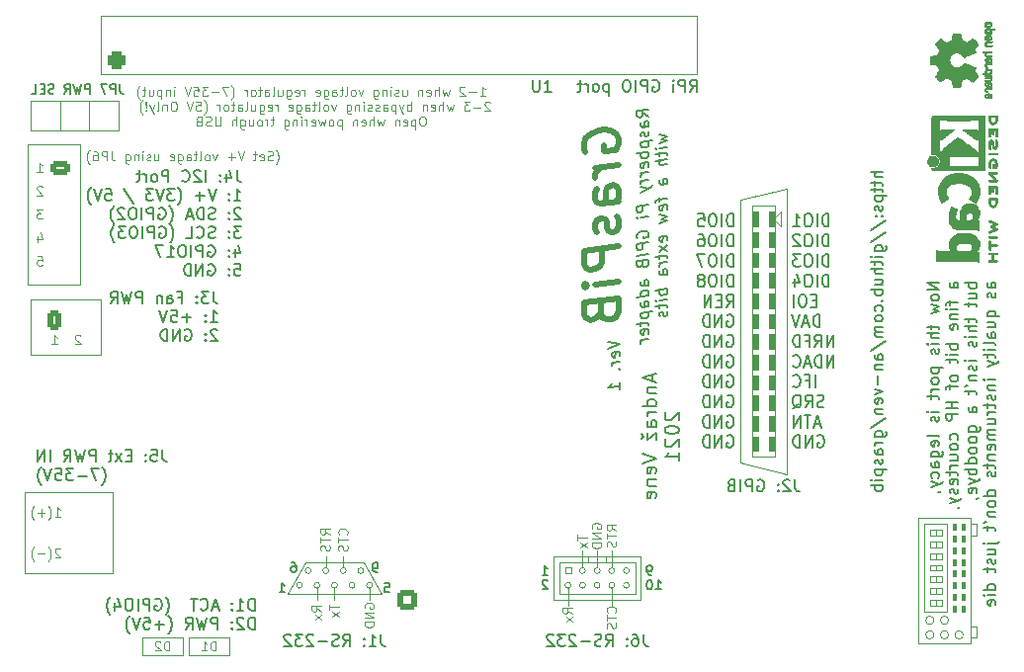
<source format=gbr>
%TF.GenerationSoftware,KiCad,Pcbnew,(6.0.2)*%
%TF.CreationDate,2022-03-12T22:20:01+01:00*%
%TF.ProjectId,GrasPiB_v1,47726173-5069-4425-9f76-312e6b696361,3*%
%TF.SameCoordinates,PX6779420PY3305860*%
%TF.FileFunction,Legend,Bot*%
%TF.FilePolarity,Positive*%
%FSLAX46Y46*%
G04 Gerber Fmt 4.6, Leading zero omitted, Abs format (unit mm)*
G04 Created by KiCad (PCBNEW (6.0.2)) date 2022-03-12 22:20:01*
%MOMM*%
%LPD*%
G01*
G04 APERTURE LIST*
G04 Aperture macros list*
%AMRoundRect*
0 Rectangle with rounded corners*
0 $1 Rounding radius*
0 $2 $3 $4 $5 $6 $7 $8 $9 X,Y pos of 4 corners*
0 Add a 4 corners polygon primitive as box body*
4,1,4,$2,$3,$4,$5,$6,$7,$8,$9,$2,$3,0*
0 Add four circle primitives for the rounded corners*
1,1,$1+$1,$2,$3*
1,1,$1+$1,$4,$5*
1,1,$1+$1,$6,$7*
1,1,$1+$1,$8,$9*
0 Add four rect primitives between the rounded corners*
20,1,$1+$1,$2,$3,$4,$5,0*
20,1,$1+$1,$4,$5,$6,$7,0*
20,1,$1+$1,$6,$7,$8,$9,0*
20,1,$1+$1,$8,$9,$2,$3,0*%
G04 Aperture macros list end*
%ADD10C,0.120000*%
%ADD11C,0.100000*%
%ADD12C,0.150000*%
%ADD13C,0.200000*%
%ADD14C,0.500000*%
%ADD15C,0.010000*%
%ADD16C,4.000000*%
%ADD17R,1.600000X1.600000*%
%ADD18C,1.600000*%
%ADD19C,2.700000*%
%ADD20R,2.400000X2.400000*%
%ADD21C,2.400000*%
%ADD22R,1.700000X1.700000*%
%ADD23O,1.700000X1.700000*%
%ADD24RoundRect,0.250000X0.600000X-0.600000X0.600000X0.600000X-0.600000X0.600000X-0.600000X-0.600000X0*%
%ADD25C,1.700000*%
%ADD26O,2.000000X1.500000*%
%ADD27C,6.000000*%
%ADD28RoundRect,0.400000X-0.400000X-0.400000X0.400000X-0.400000X0.400000X0.400000X-0.400000X0.400000X0*%
%ADD29RoundRect,0.249999X-0.625001X0.350001X-0.625001X-0.350001X0.625001X-0.350001X0.625001X0.350001X0*%
%ADD30O,1.750000X1.200000*%
%ADD31RoundRect,0.249999X-0.350001X-0.625001X0.350001X-0.625001X0.350001X0.625001X-0.350001X0.625001X0*%
%ADD32O,1.200000X1.750000*%
G04 APERTURE END LIST*
D10*
X58000000Y-1000000D02*
X7000000Y-1000000D01*
D11*
X63250000Y-20750000D02*
X62750000Y-20750000D01*
X62750000Y-20750000D02*
X62750000Y-19500000D01*
X62750000Y-19500000D02*
X63250000Y-19500000D01*
X63250000Y-19500000D02*
X63250000Y-20750000D01*
G36*
X63250000Y-20750000D02*
G01*
X62750000Y-20750000D01*
X62750000Y-19500000D01*
X63250000Y-19500000D01*
X63250000Y-20750000D01*
G37*
X63250000Y-20750000D02*
X62750000Y-20750000D01*
X62750000Y-19500000D01*
X63250000Y-19500000D01*
X63250000Y-20750000D01*
X63250000Y-22500000D02*
X62750000Y-22500000D01*
X62750000Y-22500000D02*
X62750000Y-21250000D01*
X62750000Y-21250000D02*
X63250000Y-21250000D01*
X63250000Y-21250000D02*
X63250000Y-22500000D01*
G36*
X63250000Y-22500000D02*
G01*
X62750000Y-22500000D01*
X62750000Y-21250000D01*
X63250000Y-21250000D01*
X63250000Y-22500000D01*
G37*
X63250000Y-22500000D02*
X62750000Y-22500000D01*
X62750000Y-21250000D01*
X63250000Y-21250000D01*
X63250000Y-22500000D01*
X63250000Y-24250000D02*
X62750000Y-24250000D01*
X62750000Y-24250000D02*
X62750000Y-23000000D01*
X62750000Y-23000000D02*
X63250000Y-23000000D01*
X63250000Y-23000000D02*
X63250000Y-24250000D01*
G36*
X63250000Y-24250000D02*
G01*
X62750000Y-24250000D01*
X62750000Y-23000000D01*
X63250000Y-23000000D01*
X63250000Y-24250000D01*
G37*
X63250000Y-24250000D02*
X62750000Y-24250000D01*
X62750000Y-23000000D01*
X63250000Y-23000000D01*
X63250000Y-24250000D01*
X63250000Y-26000000D02*
X62750000Y-26000000D01*
X62750000Y-26000000D02*
X62750000Y-24750000D01*
X62750000Y-24750000D02*
X63250000Y-24750000D01*
X63250000Y-24750000D02*
X63250000Y-26000000D01*
G36*
X63250000Y-26000000D02*
G01*
X62750000Y-26000000D01*
X62750000Y-24750000D01*
X63250000Y-24750000D01*
X63250000Y-26000000D01*
G37*
X63250000Y-26000000D02*
X62750000Y-26000000D01*
X62750000Y-24750000D01*
X63250000Y-24750000D01*
X63250000Y-26000000D01*
X63250000Y-27750000D02*
X62750000Y-27750000D01*
X62750000Y-27750000D02*
X62750000Y-26500000D01*
X62750000Y-26500000D02*
X63250000Y-26500000D01*
X63250000Y-26500000D02*
X63250000Y-27750000D01*
G36*
X63250000Y-27750000D02*
G01*
X62750000Y-27750000D01*
X62750000Y-26500000D01*
X63250000Y-26500000D01*
X63250000Y-27750000D01*
G37*
X63250000Y-27750000D02*
X62750000Y-27750000D01*
X62750000Y-26500000D01*
X63250000Y-26500000D01*
X63250000Y-27750000D01*
X63250000Y-29500000D02*
X62750000Y-29500000D01*
X62750000Y-29500000D02*
X62750000Y-28250000D01*
X62750000Y-28250000D02*
X63250000Y-28250000D01*
X63250000Y-28250000D02*
X63250000Y-29500000D01*
G36*
X63250000Y-29500000D02*
G01*
X62750000Y-29500000D01*
X62750000Y-28250000D01*
X63250000Y-28250000D01*
X63250000Y-29500000D01*
G37*
X63250000Y-29500000D02*
X62750000Y-29500000D01*
X62750000Y-28250000D01*
X63250000Y-28250000D01*
X63250000Y-29500000D01*
X63250000Y-31250000D02*
X62750000Y-31250000D01*
X62750000Y-31250000D02*
X62750000Y-30000000D01*
X62750000Y-30000000D02*
X63250000Y-30000000D01*
X63250000Y-30000000D02*
X63250000Y-31250000D01*
G36*
X63250000Y-31250000D02*
G01*
X62750000Y-31250000D01*
X62750000Y-30000000D01*
X63250000Y-30000000D01*
X63250000Y-31250000D01*
G37*
X63250000Y-31250000D02*
X62750000Y-31250000D01*
X62750000Y-30000000D01*
X63250000Y-30000000D01*
X63250000Y-31250000D01*
X63250000Y-33000000D02*
X62750000Y-33000000D01*
X62750000Y-33000000D02*
X62750000Y-31750000D01*
X62750000Y-31750000D02*
X63250000Y-31750000D01*
X63250000Y-31750000D02*
X63250000Y-33000000D01*
G36*
X63250000Y-33000000D02*
G01*
X62750000Y-33000000D01*
X62750000Y-31750000D01*
X63250000Y-31750000D01*
X63250000Y-33000000D01*
G37*
X63250000Y-33000000D02*
X62750000Y-33000000D01*
X62750000Y-31750000D01*
X63250000Y-31750000D01*
X63250000Y-33000000D01*
X63250000Y-34750000D02*
X62750000Y-34750000D01*
X62750000Y-34750000D02*
X62750000Y-33500000D01*
X62750000Y-33500000D02*
X63250000Y-33500000D01*
X63250000Y-33500000D02*
X63250000Y-34750000D01*
G36*
X63250000Y-34750000D02*
G01*
X62750000Y-34750000D01*
X62750000Y-33500000D01*
X63250000Y-33500000D01*
X63250000Y-34750000D01*
G37*
X63250000Y-34750000D02*
X62750000Y-34750000D01*
X62750000Y-33500000D01*
X63250000Y-33500000D01*
X63250000Y-34750000D01*
X63250000Y-36500000D02*
X62750000Y-36500000D01*
X62750000Y-36500000D02*
X62750000Y-35250000D01*
X62750000Y-35250000D02*
X63250000Y-35250000D01*
X63250000Y-35250000D02*
X63250000Y-36500000D01*
G36*
X63250000Y-36500000D02*
G01*
X62750000Y-36500000D01*
X62750000Y-35250000D01*
X63250000Y-35250000D01*
X63250000Y-36500000D01*
G37*
X63250000Y-36500000D02*
X62750000Y-36500000D01*
X62750000Y-35250000D01*
X63250000Y-35250000D01*
X63250000Y-36500000D01*
X63250000Y-38250000D02*
X62750000Y-38250000D01*
X62750000Y-38250000D02*
X62750000Y-37000000D01*
X62750000Y-37000000D02*
X63250000Y-37000000D01*
X63250000Y-37000000D02*
X63250000Y-38250000D01*
G36*
X63250000Y-38250000D02*
G01*
X62750000Y-38250000D01*
X62750000Y-37000000D01*
X63250000Y-37000000D01*
X63250000Y-38250000D01*
G37*
X63250000Y-38250000D02*
X62750000Y-38250000D01*
X62750000Y-37000000D01*
X63250000Y-37000000D01*
X63250000Y-38250000D01*
X64750000Y-22500000D02*
X64250000Y-22500000D01*
X64250000Y-22500000D02*
X64250000Y-21250000D01*
X64250000Y-21250000D02*
X64750000Y-21250000D01*
X64750000Y-21250000D02*
X64750000Y-22500000D01*
G36*
X64750000Y-22500000D02*
G01*
X64250000Y-22500000D01*
X64250000Y-21250000D01*
X64750000Y-21250000D01*
X64750000Y-22500000D01*
G37*
X64750000Y-22500000D02*
X64250000Y-22500000D01*
X64250000Y-21250000D01*
X64750000Y-21250000D01*
X64750000Y-22500000D01*
X64750000Y-31250000D02*
X64250000Y-31250000D01*
X64250000Y-31250000D02*
X64250000Y-30000000D01*
X64250000Y-30000000D02*
X64750000Y-30000000D01*
X64750000Y-30000000D02*
X64750000Y-31250000D01*
G36*
X64750000Y-31250000D02*
G01*
X64250000Y-31250000D01*
X64250000Y-30000000D01*
X64750000Y-30000000D01*
X64750000Y-31250000D01*
G37*
X64750000Y-31250000D02*
X64250000Y-31250000D01*
X64250000Y-30000000D01*
X64750000Y-30000000D01*
X64750000Y-31250000D01*
X64750000Y-34750000D02*
X64250000Y-34750000D01*
X64250000Y-34750000D02*
X64250000Y-33500000D01*
X64250000Y-33500000D02*
X64750000Y-33500000D01*
X64750000Y-33500000D02*
X64750000Y-34750000D01*
G36*
X64750000Y-34750000D02*
G01*
X64250000Y-34750000D01*
X64250000Y-33500000D01*
X64750000Y-33500000D01*
X64750000Y-34750000D01*
G37*
X64750000Y-34750000D02*
X64250000Y-34750000D01*
X64250000Y-33500000D01*
X64750000Y-33500000D01*
X64750000Y-34750000D01*
X64750000Y-36500000D02*
X64250000Y-36500000D01*
X64250000Y-36500000D02*
X64250000Y-35250000D01*
X64250000Y-35250000D02*
X64750000Y-35250000D01*
X64750000Y-35250000D02*
X64750000Y-36500000D01*
G36*
X64750000Y-36500000D02*
G01*
X64250000Y-36500000D01*
X64250000Y-35250000D01*
X64750000Y-35250000D01*
X64750000Y-36500000D01*
G37*
X64750000Y-36500000D02*
X64250000Y-36500000D01*
X64250000Y-35250000D01*
X64750000Y-35250000D01*
X64750000Y-36500000D01*
X64750000Y-27750000D02*
X64250000Y-27750000D01*
X64250000Y-27750000D02*
X64250000Y-26500000D01*
X64250000Y-26500000D02*
X64750000Y-26500000D01*
X64750000Y-26500000D02*
X64750000Y-27750000D01*
G36*
X64750000Y-27750000D02*
G01*
X64250000Y-27750000D01*
X64250000Y-26500000D01*
X64750000Y-26500000D01*
X64750000Y-27750000D01*
G37*
X64750000Y-27750000D02*
X64250000Y-27750000D01*
X64250000Y-26500000D01*
X64750000Y-26500000D01*
X64750000Y-27750000D01*
X64750000Y-26000000D02*
X64250000Y-26000000D01*
X64250000Y-26000000D02*
X64250000Y-24750000D01*
X64250000Y-24750000D02*
X64750000Y-24750000D01*
X64750000Y-24750000D02*
X64750000Y-26000000D01*
G36*
X64750000Y-26000000D02*
G01*
X64250000Y-26000000D01*
X64250000Y-24750000D01*
X64750000Y-24750000D01*
X64750000Y-26000000D01*
G37*
X64750000Y-26000000D02*
X64250000Y-26000000D01*
X64250000Y-24750000D01*
X64750000Y-24750000D01*
X64750000Y-26000000D01*
X64750000Y-24250000D02*
X64250000Y-24250000D01*
X64250000Y-24250000D02*
X64250000Y-23000000D01*
X64250000Y-23000000D02*
X64750000Y-23000000D01*
X64750000Y-23000000D02*
X64750000Y-24250000D01*
G36*
X64750000Y-24250000D02*
G01*
X64250000Y-24250000D01*
X64250000Y-23000000D01*
X64750000Y-23000000D01*
X64750000Y-24250000D01*
G37*
X64750000Y-24250000D02*
X64250000Y-24250000D01*
X64250000Y-23000000D01*
X64750000Y-23000000D01*
X64750000Y-24250000D01*
X64750000Y-38250000D02*
X64250000Y-38250000D01*
X64250000Y-38250000D02*
X64250000Y-37000000D01*
X64250000Y-37000000D02*
X64750000Y-37000000D01*
X64750000Y-37000000D02*
X64750000Y-38250000D01*
G36*
X64750000Y-38250000D02*
G01*
X64250000Y-38250000D01*
X64250000Y-37000000D01*
X64750000Y-37000000D01*
X64750000Y-38250000D01*
G37*
X64750000Y-38250000D02*
X64250000Y-38250000D01*
X64250000Y-37000000D01*
X64750000Y-37000000D01*
X64750000Y-38250000D01*
X64750000Y-33000000D02*
X64250000Y-33000000D01*
X64250000Y-33000000D02*
X64250000Y-31750000D01*
X64250000Y-31750000D02*
X64750000Y-31750000D01*
X64750000Y-31750000D02*
X64750000Y-33000000D01*
G36*
X64750000Y-33000000D02*
G01*
X64250000Y-33000000D01*
X64250000Y-31750000D01*
X64750000Y-31750000D01*
X64750000Y-33000000D01*
G37*
X64750000Y-33000000D02*
X64250000Y-33000000D01*
X64250000Y-31750000D01*
X64750000Y-31750000D01*
X64750000Y-33000000D01*
X64750000Y-29500000D02*
X64250000Y-29500000D01*
X64250000Y-29500000D02*
X64250000Y-28250000D01*
X64250000Y-28250000D02*
X64750000Y-28250000D01*
X64750000Y-28250000D02*
X64750000Y-29500000D01*
G36*
X64750000Y-29500000D02*
G01*
X64250000Y-29500000D01*
X64250000Y-28250000D01*
X64750000Y-28250000D01*
X64750000Y-29500000D01*
G37*
X64750000Y-29500000D02*
X64250000Y-29500000D01*
X64250000Y-28250000D01*
X64750000Y-28250000D01*
X64750000Y-29500000D01*
X64750000Y-20750000D02*
X64250000Y-20750000D01*
X64250000Y-20750000D02*
X64250000Y-19500000D01*
X64250000Y-19500000D02*
X64750000Y-19500000D01*
X64750000Y-19500000D02*
X64750000Y-20750000D01*
G36*
X64750000Y-20750000D02*
G01*
X64250000Y-20750000D01*
X64250000Y-19500000D01*
X64750000Y-19500000D01*
X64750000Y-20750000D01*
G37*
X64750000Y-20750000D02*
X64250000Y-20750000D01*
X64250000Y-19500000D01*
X64750000Y-19500000D01*
X64750000Y-20750000D01*
X64750000Y-19000000D02*
X64250000Y-19000000D01*
X64250000Y-19000000D02*
X64250000Y-17750000D01*
X64250000Y-17750000D02*
X64750000Y-17750000D01*
X64750000Y-17750000D02*
X64750000Y-19000000D01*
G36*
X64750000Y-19000000D02*
G01*
X64250000Y-19000000D01*
X64250000Y-17750000D01*
X64750000Y-17750000D01*
X64750000Y-19000000D01*
G37*
X64750000Y-19000000D02*
X64250000Y-19000000D01*
X64250000Y-17750000D01*
X64750000Y-17750000D01*
X64750000Y-19000000D01*
D10*
X62750000Y-38750000D02*
X62750000Y-17250000D01*
X65750000Y-40250000D02*
X65750000Y-15750000D01*
X14500000Y-55750000D02*
X14500000Y-54250000D01*
X10500000Y-54250000D02*
X14000000Y-54250000D01*
X750000Y-12000000D02*
X750000Y-24000000D01*
X500000Y-41750000D02*
X8000000Y-41750000D01*
X6000000Y-8250000D02*
X1000000Y-8250000D01*
X29500000Y-47750000D02*
X31000000Y-50500000D01*
X25000000Y-48500000D02*
G75*
G03*
X25000000Y-48500000I-250000J0D01*
G01*
X26500000Y-48500000D02*
G75*
G03*
X26500000Y-48500000I-250000J0D01*
G01*
X23000000Y-50500000D02*
X24500000Y-47750000D01*
X24500000Y-47750000D02*
X29500000Y-47750000D01*
X28750000Y-49750000D02*
G75*
G03*
X28750000Y-49750000I-250000J0D01*
G01*
X30250000Y-49750000D02*
G75*
G03*
X30250000Y-49750000I-250000J0D01*
G01*
X31000000Y-50500000D02*
X23000000Y-50500000D01*
X28000000Y-48500000D02*
G75*
G03*
X28000000Y-48500000I-250000J0D01*
G01*
X29500000Y-48500000D02*
G75*
G03*
X29500000Y-48500000I-250000J0D01*
G01*
X25750000Y-49750000D02*
G75*
G03*
X25750000Y-49750000I-250000J0D01*
G01*
X27250000Y-49750000D02*
G75*
G03*
X27250000Y-49750000I-250000J0D01*
G01*
X24250000Y-49750000D02*
G75*
G03*
X24250000Y-49750000I-250000J0D01*
G01*
X46750000Y-48250000D02*
X46750000Y-48750000D01*
X52750000Y-47750000D02*
X46250000Y-47750000D01*
X45750000Y-51000000D02*
X45750000Y-47250000D01*
D11*
X80250000Y-46500000D02*
X80250000Y-47000000D01*
X80250000Y-47000000D02*
X80000000Y-47000000D01*
X80000000Y-47000000D02*
X80000000Y-46500000D01*
X80000000Y-46500000D02*
X80250000Y-46500000D01*
G36*
X80250000Y-47000000D02*
G01*
X80000000Y-47000000D01*
X80000000Y-46500000D01*
X80250000Y-46500000D01*
X80250000Y-47000000D01*
G37*
X80250000Y-47000000D02*
X80000000Y-47000000D01*
X80000000Y-46500000D01*
X80250000Y-46500000D01*
X80250000Y-47000000D01*
X80250000Y-45500000D02*
X80250000Y-46000000D01*
X80250000Y-46000000D02*
X80000000Y-46000000D01*
X80000000Y-46000000D02*
X80000000Y-45500000D01*
X80000000Y-45500000D02*
X80250000Y-45500000D01*
G36*
X80250000Y-46000000D02*
G01*
X80000000Y-46000000D01*
X80000000Y-45500000D01*
X80250000Y-45500000D01*
X80250000Y-46000000D01*
G37*
X80250000Y-46000000D02*
X80000000Y-46000000D01*
X80000000Y-45500000D01*
X80250000Y-45500000D01*
X80250000Y-46000000D01*
X80250000Y-50500000D02*
X80250000Y-51000000D01*
X80250000Y-51000000D02*
X80000000Y-51000000D01*
X80000000Y-51000000D02*
X80000000Y-50500000D01*
X80000000Y-50500000D02*
X80250000Y-50500000D01*
G36*
X80250000Y-51000000D02*
G01*
X80000000Y-51000000D01*
X80000000Y-50500000D01*
X80250000Y-50500000D01*
X80250000Y-51000000D01*
G37*
X80250000Y-51000000D02*
X80000000Y-51000000D01*
X80000000Y-50500000D01*
X80250000Y-50500000D01*
X80250000Y-51000000D01*
X80250000Y-49500000D02*
X80250000Y-50000000D01*
X80250000Y-50000000D02*
X80000000Y-50000000D01*
X80000000Y-50000000D02*
X80000000Y-49500000D01*
X80000000Y-49500000D02*
X80250000Y-49500000D01*
G36*
X80250000Y-50000000D02*
G01*
X80000000Y-50000000D01*
X80000000Y-49500000D01*
X80250000Y-49500000D01*
X80250000Y-50000000D01*
G37*
X80250000Y-50000000D02*
X80000000Y-50000000D01*
X80000000Y-49500000D01*
X80250000Y-49500000D01*
X80250000Y-50000000D01*
D10*
X78500000Y-50500000D02*
X79000000Y-50500000D01*
X79000000Y-50500000D02*
X79000000Y-50000000D01*
X79000000Y-51500000D02*
X79000000Y-51000000D01*
X79000000Y-51000000D02*
X78500000Y-51000000D01*
X78000000Y-51500000D02*
X78500000Y-51500000D01*
X78500000Y-51500000D02*
X78500000Y-51000000D01*
X78500000Y-51000000D02*
X78000000Y-51000000D01*
X78000000Y-50500000D02*
X78500000Y-50500000D01*
X78500000Y-50500000D02*
X78500000Y-50000000D01*
D11*
X80250000Y-44500000D02*
X80250000Y-45000000D01*
X80250000Y-45000000D02*
X80000000Y-45000000D01*
X80000000Y-45000000D02*
X80000000Y-44500000D01*
X80000000Y-44500000D02*
X80250000Y-44500000D01*
G36*
X80250000Y-45000000D02*
G01*
X80000000Y-45000000D01*
X80000000Y-44500000D01*
X80250000Y-44500000D01*
X80250000Y-45000000D01*
G37*
X80250000Y-45000000D02*
X80000000Y-45000000D01*
X80000000Y-44500000D01*
X80250000Y-44500000D01*
X80250000Y-45000000D01*
X81000000Y-51500000D02*
X81000000Y-52000000D01*
X81000000Y-52000000D02*
X80750000Y-52000000D01*
X80750000Y-52000000D02*
X80750000Y-51500000D01*
X80750000Y-51500000D02*
X81000000Y-51500000D01*
G36*
X81000000Y-52000000D02*
G01*
X80750000Y-52000000D01*
X80750000Y-51500000D01*
X81000000Y-51500000D01*
X81000000Y-52000000D01*
G37*
X81000000Y-52000000D02*
X80750000Y-52000000D01*
X80750000Y-51500000D01*
X81000000Y-51500000D01*
X81000000Y-52000000D01*
D10*
X79500000Y-44500000D02*
X77500000Y-44500000D01*
X77500000Y-44500000D02*
X77500000Y-51750000D01*
X78500000Y-45500000D02*
X78500000Y-45000000D01*
X78500000Y-45500000D02*
X79000000Y-45500000D01*
X81500000Y-44000000D02*
X77000000Y-44000000D01*
X77000000Y-44000000D02*
X77000000Y-54750000D01*
X79000000Y-46000000D02*
X78500000Y-46000000D01*
X78500000Y-46000000D02*
X78000000Y-46000000D01*
X79603553Y-52750000D02*
G75*
G03*
X79603553Y-52750000I-353553J0D01*
G01*
X80853553Y-54000000D02*
G75*
G03*
X80853553Y-54000000I-353553J0D01*
G01*
D11*
X81000000Y-46500000D02*
X81000000Y-47000000D01*
X81000000Y-47000000D02*
X80750000Y-47000000D01*
X80750000Y-47000000D02*
X80750000Y-46500000D01*
X80750000Y-46500000D02*
X81000000Y-46500000D01*
G36*
X81000000Y-47000000D02*
G01*
X80750000Y-47000000D01*
X80750000Y-46500000D01*
X81000000Y-46500000D01*
X81000000Y-47000000D01*
G37*
X81000000Y-47000000D02*
X80750000Y-47000000D01*
X80750000Y-46500000D01*
X81000000Y-46500000D01*
X81000000Y-47000000D01*
X81000000Y-45500000D02*
X81000000Y-46000000D01*
X81000000Y-46000000D02*
X80750000Y-46000000D01*
X80750000Y-46000000D02*
X80750000Y-45500000D01*
X80750000Y-45500000D02*
X81000000Y-45500000D01*
G36*
X81000000Y-46000000D02*
G01*
X80750000Y-46000000D01*
X80750000Y-45500000D01*
X81000000Y-45500000D01*
X81000000Y-46000000D01*
G37*
X81000000Y-46000000D02*
X80750000Y-46000000D01*
X80750000Y-45500000D01*
X81000000Y-45500000D01*
X81000000Y-46000000D01*
D10*
X78000000Y-49000000D02*
X78000000Y-49500000D01*
X78500000Y-49500000D02*
X79000000Y-49500000D01*
X78000000Y-50000000D02*
X78000000Y-50500000D01*
X78000000Y-49500000D02*
X78500000Y-49500000D01*
X79000000Y-48000000D02*
X78500000Y-48000000D01*
X79000000Y-48500000D02*
X79000000Y-48000000D01*
X81500000Y-54250000D02*
X82000000Y-54250000D01*
X82000000Y-54250000D02*
X82000000Y-53250000D01*
X78000000Y-46500000D02*
X78500000Y-46500000D01*
X78500000Y-45000000D02*
X78000000Y-45000000D01*
X78000000Y-47500000D02*
X78500000Y-47500000D01*
X78500000Y-47500000D02*
X78500000Y-47000000D01*
X79000000Y-50000000D02*
X78500000Y-50000000D01*
X78500000Y-50000000D02*
X78000000Y-50000000D01*
X78000000Y-46000000D02*
X78000000Y-46500000D01*
X78500000Y-46500000D02*
X79000000Y-46500000D01*
X78000000Y-51000000D02*
X78000000Y-51500000D01*
X78500000Y-51500000D02*
X79000000Y-51500000D01*
X78500000Y-47500000D02*
X79000000Y-47500000D01*
X79000000Y-47000000D02*
X78500000Y-47000000D01*
X77000000Y-54750000D02*
X81500000Y-54750000D01*
X81500000Y-54750000D02*
X81500000Y-44000000D01*
D11*
X80250000Y-48500000D02*
X80250000Y-49000000D01*
X80250000Y-49000000D02*
X80000000Y-49000000D01*
X80000000Y-49000000D02*
X80000000Y-48500000D01*
X80000000Y-48500000D02*
X80250000Y-48500000D01*
G36*
X80250000Y-49000000D02*
G01*
X80000000Y-49000000D01*
X80000000Y-48500000D01*
X80250000Y-48500000D01*
X80250000Y-49000000D01*
G37*
X80250000Y-49000000D02*
X80000000Y-49000000D01*
X80000000Y-48500000D01*
X80250000Y-48500000D01*
X80250000Y-49000000D01*
X80250000Y-47500000D02*
X80250000Y-48000000D01*
X80250000Y-48000000D02*
X80000000Y-48000000D01*
X80000000Y-48000000D02*
X80000000Y-47500000D01*
X80000000Y-47500000D02*
X80250000Y-47500000D01*
G36*
X80250000Y-48000000D02*
G01*
X80000000Y-48000000D01*
X80000000Y-47500000D01*
X80250000Y-47500000D01*
X80250000Y-48000000D01*
G37*
X80250000Y-48000000D02*
X80000000Y-48000000D01*
X80000000Y-47500000D01*
X80250000Y-47500000D01*
X80250000Y-48000000D01*
D10*
X79000000Y-45500000D02*
X79000000Y-45000000D01*
X79000000Y-45000000D02*
X78500000Y-45000000D01*
D11*
X81000000Y-47500000D02*
X81000000Y-48000000D01*
X81000000Y-48000000D02*
X80750000Y-48000000D01*
X80750000Y-48000000D02*
X80750000Y-47500000D01*
X80750000Y-47500000D02*
X81000000Y-47500000D01*
G36*
X81000000Y-48000000D02*
G01*
X80750000Y-48000000D01*
X80750000Y-47500000D01*
X81000000Y-47500000D01*
X81000000Y-48000000D01*
G37*
X81000000Y-48000000D02*
X80750000Y-48000000D01*
X80750000Y-47500000D01*
X81000000Y-47500000D01*
X81000000Y-48000000D01*
X81000000Y-48500000D02*
X81000000Y-49000000D01*
X81000000Y-49000000D02*
X80750000Y-49000000D01*
X80750000Y-49000000D02*
X80750000Y-48500000D01*
X80750000Y-48500000D02*
X81000000Y-48500000D01*
G36*
X81000000Y-49000000D02*
G01*
X80750000Y-49000000D01*
X80750000Y-48500000D01*
X81000000Y-48500000D01*
X81000000Y-49000000D01*
G37*
X81000000Y-49000000D02*
X80750000Y-49000000D01*
X80750000Y-48500000D01*
X81000000Y-48500000D01*
X81000000Y-49000000D01*
D10*
X78353553Y-52750000D02*
G75*
G03*
X78353553Y-52750000I-353553J0D01*
G01*
X79603553Y-54000000D02*
G75*
G03*
X79603553Y-54000000I-353553J0D01*
G01*
X78000000Y-45500000D02*
X78500000Y-45500000D01*
X78000000Y-45000000D02*
X78000000Y-45500000D01*
X79000000Y-46500000D02*
X79000000Y-46000000D01*
X78500000Y-46500000D02*
X78500000Y-46000000D01*
X78500000Y-49500000D02*
X78500000Y-49000000D01*
X79000000Y-49500000D02*
X79000000Y-49000000D01*
X79000000Y-49000000D02*
X78500000Y-49000000D01*
X78500000Y-49000000D02*
X78000000Y-49000000D01*
D11*
X81000000Y-44500000D02*
X81000000Y-45000000D01*
X81000000Y-45000000D02*
X80750000Y-45000000D01*
X80750000Y-45000000D02*
X80750000Y-44500000D01*
X80750000Y-44500000D02*
X81000000Y-44500000D01*
G36*
X81000000Y-45000000D02*
G01*
X80750000Y-45000000D01*
X80750000Y-44500000D01*
X81000000Y-44500000D01*
X81000000Y-45000000D01*
G37*
X81000000Y-45000000D02*
X80750000Y-45000000D01*
X80750000Y-44500000D01*
X81000000Y-44500000D01*
X81000000Y-45000000D01*
X81000000Y-50500000D02*
X81000000Y-51000000D01*
X81000000Y-51000000D02*
X80750000Y-51000000D01*
X80750000Y-51000000D02*
X80750000Y-50500000D01*
X80750000Y-50500000D02*
X81000000Y-50500000D01*
G36*
X81000000Y-51000000D02*
G01*
X80750000Y-51000000D01*
X80750000Y-50500000D01*
X81000000Y-50500000D01*
X81000000Y-51000000D01*
G37*
X81000000Y-51000000D02*
X80750000Y-51000000D01*
X80750000Y-50500000D01*
X81000000Y-50500000D01*
X81000000Y-51000000D01*
X81000000Y-49500000D02*
X81000000Y-50000000D01*
X81000000Y-50000000D02*
X80750000Y-50000000D01*
X80750000Y-50000000D02*
X80750000Y-49500000D01*
X80750000Y-49500000D02*
X81000000Y-49500000D01*
G36*
X81000000Y-50000000D02*
G01*
X80750000Y-50000000D01*
X80750000Y-49500000D01*
X81000000Y-49500000D01*
X81000000Y-50000000D01*
G37*
X81000000Y-50000000D02*
X80750000Y-50000000D01*
X80750000Y-49500000D01*
X81000000Y-49500000D01*
X81000000Y-50000000D01*
D10*
X78353553Y-54000000D02*
G75*
G03*
X78353553Y-54000000I-353553J0D01*
G01*
X77500000Y-51750000D02*
X77500000Y-52000000D01*
D11*
X80250000Y-51500000D02*
X80250000Y-52000000D01*
X80250000Y-52000000D02*
X80000000Y-52000000D01*
X80000000Y-52000000D02*
X80000000Y-51500000D01*
X80000000Y-51500000D02*
X80250000Y-51500000D01*
G36*
X80250000Y-52000000D02*
G01*
X80000000Y-52000000D01*
X80000000Y-51500000D01*
X80250000Y-51500000D01*
X80250000Y-52000000D01*
G37*
X80250000Y-52000000D02*
X80000000Y-52000000D01*
X80000000Y-51500000D01*
X80250000Y-51500000D01*
X80250000Y-52000000D01*
D10*
X78500000Y-47000000D02*
X78000000Y-47000000D01*
X78000000Y-47000000D02*
X78000000Y-47500000D01*
X78500000Y-48500000D02*
X78500000Y-48000000D01*
X79000000Y-47500000D02*
X79000000Y-47000000D01*
X78000000Y-48500000D02*
X78500000Y-48500000D01*
X78500000Y-48500000D02*
X79000000Y-48500000D01*
X78000000Y-48000000D02*
X78000000Y-48500000D01*
X78500000Y-48000000D02*
X78000000Y-48000000D01*
X82000000Y-53250000D02*
X81500000Y-53250000D01*
X81500000Y-44500000D02*
X82000000Y-44500000D01*
X77500000Y-52000000D02*
X79500000Y-52000000D01*
X79500000Y-52000000D02*
X79500000Y-44500000D01*
X82000000Y-44500000D02*
X82000000Y-45500000D01*
X82000000Y-45500000D02*
X81500000Y-45500000D01*
X1000000Y-30000000D02*
X1000000Y-25250000D01*
X8500000Y-8250000D02*
X6000000Y-8250000D01*
X14500000Y-54250000D02*
X18000000Y-54250000D01*
D11*
X63250000Y-19000000D02*
X62750000Y-19000000D01*
X62750000Y-19000000D02*
X62750000Y-17750000D01*
X62750000Y-17750000D02*
X63250000Y-17750000D01*
X63250000Y-17750000D02*
X63250000Y-19000000D01*
G36*
X63250000Y-19000000D02*
G01*
X62750000Y-19000000D01*
X62750000Y-17750000D01*
X63250000Y-17750000D01*
X63250000Y-19000000D01*
G37*
X63250000Y-19000000D02*
X62750000Y-19000000D01*
X62750000Y-17750000D01*
X63250000Y-17750000D01*
X63250000Y-19000000D01*
D10*
X50250000Y-47250000D02*
X50250000Y-47750000D01*
X6000000Y-10750000D02*
X8500000Y-10750000D01*
X46250000Y-50500000D02*
X52750000Y-50500000D01*
X30000000Y-50000000D02*
X30000000Y-51000000D01*
X45750000Y-47250000D02*
X53250000Y-47250000D01*
X49750000Y-49750000D02*
G75*
G03*
X49750000Y-49750000I-250000J0D01*
G01*
X49500000Y-48250000D02*
X49500000Y-46750000D01*
X52750000Y-50500000D02*
X52750000Y-47750000D01*
X26250000Y-48250000D02*
X26250000Y-47250000D01*
X47000000Y-50000000D02*
X47000000Y-51500000D01*
X58000000Y-6000000D02*
X58000000Y-1000000D01*
X49750000Y-48500000D02*
G75*
G03*
X49750000Y-48500000I-250000J0D01*
G01*
X18000000Y-55750000D02*
X14500000Y-55750000D01*
X7000000Y-30000000D02*
X1000000Y-30000000D01*
X48500000Y-48500000D02*
G75*
G03*
X48500000Y-48500000I-250000J0D01*
G01*
X52250000Y-49750000D02*
G75*
G03*
X52250000Y-49750000I-250000J0D01*
G01*
X27000000Y-50000000D02*
X27000000Y-51000000D01*
X64750000Y-38750000D02*
X62750000Y-38750000D01*
X61750000Y-16750000D02*
X61750000Y-39250000D01*
X48750000Y-47750000D02*
X48750000Y-47250000D01*
X51000000Y-49750000D02*
G75*
G03*
X51000000Y-49750000I-250000J0D01*
G01*
X8500000Y-10750000D02*
X8500000Y-8250000D01*
X1000000Y-25250000D02*
X7000000Y-25250000D01*
X50750000Y-48250000D02*
X50750000Y-46750000D01*
X46750000Y-48750000D02*
X47250000Y-48750000D01*
X5250000Y-12000000D02*
X750000Y-12000000D01*
X8000000Y-48750000D02*
X500000Y-48750000D01*
X47250000Y-48250000D02*
X46750000Y-48250000D01*
X61750000Y-16750000D02*
X65750000Y-15750000D01*
X64750000Y-18250000D02*
X65250000Y-17750000D01*
X14000000Y-54250000D02*
X14000000Y-55750000D01*
X18000000Y-54250000D02*
X18000000Y-55750000D01*
X6000000Y-10750000D02*
X6000000Y-8250000D01*
X27750000Y-48250000D02*
X27750000Y-47250000D01*
X1000000Y-10750000D02*
X6000000Y-10750000D01*
X10500000Y-55750000D02*
X10500000Y-54250000D01*
X25500000Y-50000000D02*
X25500000Y-51000000D01*
X62750000Y-17250000D02*
X64750000Y-17250000D01*
X5250000Y-24000000D02*
X5250000Y-12000000D01*
X750000Y-24000000D02*
X5250000Y-24000000D01*
X47250000Y-49750000D02*
G75*
G03*
X47250000Y-49750000I-250000J0D01*
G01*
X52250000Y-48500000D02*
G75*
G03*
X52250000Y-48500000I-250000J0D01*
G01*
X7000000Y-1000000D02*
X7000000Y-6000000D01*
X500000Y-48750000D02*
X500000Y-41750000D01*
X50750000Y-50000000D02*
X50750000Y-51500000D01*
X7000000Y-6000000D02*
X58000000Y-6000000D01*
X48500000Y-49750000D02*
G75*
G03*
X48500000Y-49750000I-250000J0D01*
G01*
X53250000Y-47250000D02*
X53250000Y-51000000D01*
X48250000Y-48250000D02*
X48250000Y-46750000D01*
X7000000Y-25250000D02*
X7000000Y-30000000D01*
X53250000Y-51000000D02*
X45750000Y-51000000D01*
X46250000Y-47750000D02*
X46250000Y-50500000D01*
X65750000Y-40250000D02*
X61750000Y-39250000D01*
X65250000Y-19000000D02*
X64750000Y-18500000D01*
X8000000Y-41750000D02*
X8000000Y-48750000D01*
X14000000Y-55750000D02*
X10500000Y-55750000D01*
X64750000Y-17250000D02*
X64750000Y-38750000D01*
X51000000Y-48500000D02*
G75*
G03*
X51000000Y-48500000I-250000J0D01*
G01*
X1000000Y-8250000D02*
X1000000Y-10750000D01*
X3500000Y-10750000D02*
X3500000Y-8250000D01*
X47250000Y-48750000D02*
X47250000Y-48250000D01*
X65250000Y-17750000D02*
X65250000Y-19000000D01*
X5228571Y-28388095D02*
X5190476Y-28350000D01*
X5114285Y-28311904D01*
X4923809Y-28311904D01*
X4847619Y-28350000D01*
X4809523Y-28388095D01*
X4771428Y-28464285D01*
X4771428Y-28540476D01*
X4809523Y-28654761D01*
X5266666Y-29111904D01*
X4771428Y-29111904D01*
X2771428Y-29111904D02*
X3228571Y-29111904D01*
X3000000Y-29111904D02*
X3000000Y-28311904D01*
X3076190Y-28426190D01*
X3152380Y-28502380D01*
X3228571Y-28540476D01*
X3050000Y-43861904D02*
X3507142Y-43861904D01*
X3278571Y-43861904D02*
X3278571Y-43061904D01*
X3354761Y-43176190D01*
X3430952Y-43252380D01*
X3507142Y-43290476D01*
X2478571Y-44166666D02*
X2516666Y-44128571D01*
X2592857Y-44014285D01*
X2630952Y-43938095D01*
X2669047Y-43823809D01*
X2707142Y-43633333D01*
X2707142Y-43480952D01*
X2669047Y-43290476D01*
X2630952Y-43176190D01*
X2592857Y-43100000D01*
X2516666Y-42985714D01*
X2478571Y-42947619D01*
X2173809Y-43557142D02*
X1564285Y-43557142D01*
X1869047Y-43861904D02*
X1869047Y-43252380D01*
X1259523Y-44166666D02*
X1221428Y-44128571D01*
X1145238Y-44014285D01*
X1107142Y-43938095D01*
X1069047Y-43823809D01*
X1030952Y-43633333D01*
X1030952Y-43480952D01*
X1069047Y-43290476D01*
X1107142Y-43176190D01*
X1145238Y-43100000D01*
X1221428Y-42985714D01*
X1259523Y-42947619D01*
X3507142Y-46638095D02*
X3469047Y-46600000D01*
X3392857Y-46561904D01*
X3202380Y-46561904D01*
X3126190Y-46600000D01*
X3088095Y-46638095D01*
X3050000Y-46714285D01*
X3050000Y-46790476D01*
X3088095Y-46904761D01*
X3545238Y-47361904D01*
X3050000Y-47361904D01*
X2478571Y-47666666D02*
X2516666Y-47628571D01*
X2592857Y-47514285D01*
X2630952Y-47438095D01*
X2669047Y-47323809D01*
X2707142Y-47133333D01*
X2707142Y-46980952D01*
X2669047Y-46790476D01*
X2630952Y-46676190D01*
X2592857Y-46600000D01*
X2516666Y-46485714D01*
X2478571Y-46447619D01*
X2173809Y-47057142D02*
X1564285Y-47057142D01*
X1259523Y-47666666D02*
X1221428Y-47628571D01*
X1145238Y-47514285D01*
X1107142Y-47438095D01*
X1069047Y-47323809D01*
X1030952Y-47133333D01*
X1030952Y-46980952D01*
X1069047Y-46790476D01*
X1107142Y-46676190D01*
X1145238Y-46600000D01*
X1221428Y-46485714D01*
X1259523Y-46447619D01*
X25861904Y-51975619D02*
X25480952Y-51708952D01*
X25861904Y-51518476D02*
X25061904Y-51518476D01*
X25061904Y-51823238D01*
X25100000Y-51899428D01*
X25138095Y-51937523D01*
X25214285Y-51975619D01*
X25328571Y-51975619D01*
X25404761Y-51937523D01*
X25442857Y-51899428D01*
X25480952Y-51823238D01*
X25480952Y-51518476D01*
X25861904Y-52242285D02*
X25328571Y-52661333D01*
X25328571Y-52242285D02*
X25861904Y-52661333D01*
X29600000Y-51687523D02*
X29561904Y-51611333D01*
X29561904Y-51497047D01*
X29600000Y-51382761D01*
X29676190Y-51306571D01*
X29752380Y-51268476D01*
X29904761Y-51230380D01*
X30019047Y-51230380D01*
X30171428Y-51268476D01*
X30247619Y-51306571D01*
X30323809Y-51382761D01*
X30361904Y-51497047D01*
X30361904Y-51573238D01*
X30323809Y-51687523D01*
X30285714Y-51725619D01*
X30019047Y-51725619D01*
X30019047Y-51573238D01*
X30361904Y-52068476D02*
X29561904Y-52068476D01*
X30361904Y-52525619D01*
X29561904Y-52525619D01*
X30361904Y-52906571D02*
X29561904Y-52906571D01*
X29561904Y-53097047D01*
X29600000Y-53211333D01*
X29676190Y-53287523D01*
X29752380Y-53325619D01*
X29904761Y-53363714D01*
X30019047Y-53363714D01*
X30171428Y-53325619D01*
X30247619Y-53287523D01*
X30323809Y-53211333D01*
X30361904Y-53097047D01*
X30361904Y-52906571D01*
X28035714Y-45398190D02*
X28073809Y-45360095D01*
X28111904Y-45245809D01*
X28111904Y-45169619D01*
X28073809Y-45055333D01*
X27997619Y-44979142D01*
X27921428Y-44941047D01*
X27769047Y-44902952D01*
X27654761Y-44902952D01*
X27502380Y-44941047D01*
X27426190Y-44979142D01*
X27350000Y-45055333D01*
X27311904Y-45169619D01*
X27311904Y-45245809D01*
X27350000Y-45360095D01*
X27388095Y-45398190D01*
X27311904Y-45626761D02*
X27311904Y-46083904D01*
X28111904Y-45855333D02*
X27311904Y-45855333D01*
X28073809Y-46312476D02*
X28111904Y-46426761D01*
X28111904Y-46617238D01*
X28073809Y-46693428D01*
X28035714Y-46731523D01*
X27959523Y-46769619D01*
X27883333Y-46769619D01*
X27807142Y-46731523D01*
X27769047Y-46693428D01*
X27730952Y-46617238D01*
X27692857Y-46464857D01*
X27654761Y-46388666D01*
X27616666Y-46350571D01*
X27540476Y-46312476D01*
X27464285Y-46312476D01*
X27388095Y-46350571D01*
X27350000Y-46388666D01*
X27311904Y-46464857D01*
X27311904Y-46655333D01*
X27350000Y-46769619D01*
X26611904Y-45398190D02*
X26230952Y-45131523D01*
X26611904Y-44941047D02*
X25811904Y-44941047D01*
X25811904Y-45245809D01*
X25850000Y-45322000D01*
X25888095Y-45360095D01*
X25964285Y-45398190D01*
X26078571Y-45398190D01*
X26154761Y-45360095D01*
X26192857Y-45322000D01*
X26230952Y-45245809D01*
X26230952Y-44941047D01*
X25811904Y-45626761D02*
X25811904Y-46083904D01*
X26611904Y-45855333D02*
X25811904Y-45855333D01*
X26573809Y-46312476D02*
X26611904Y-46426761D01*
X26611904Y-46617238D01*
X26573809Y-46693428D01*
X26535714Y-46731523D01*
X26459523Y-46769619D01*
X26383333Y-46769619D01*
X26307142Y-46731523D01*
X26269047Y-46693428D01*
X26230952Y-46617238D01*
X26192857Y-46464857D01*
X26154761Y-46388666D01*
X26116666Y-46350571D01*
X26040476Y-46312476D01*
X25964285Y-46312476D01*
X25888095Y-46350571D01*
X25850000Y-46388666D01*
X25811904Y-46464857D01*
X25811904Y-46655333D01*
X25850000Y-46769619D01*
X26561904Y-51404190D02*
X26561904Y-51861333D01*
X27361904Y-51632761D02*
X26561904Y-51632761D01*
X27361904Y-52051809D02*
X26828571Y-52470857D01*
X26828571Y-52051809D02*
X27361904Y-52470857D01*
D12*
X31309523Y-49561904D02*
X31690476Y-49561904D01*
X31728571Y-49942857D01*
X31690476Y-49904761D01*
X31614285Y-49866666D01*
X31423809Y-49866666D01*
X31347619Y-49904761D01*
X31309523Y-49942857D01*
X31271428Y-50019047D01*
X31271428Y-50209523D01*
X31309523Y-50285714D01*
X31347619Y-50323809D01*
X31423809Y-50361904D01*
X31614285Y-50361904D01*
X31690476Y-50323809D01*
X31728571Y-50285714D01*
X23347619Y-47811904D02*
X23500000Y-47811904D01*
X23576190Y-47850000D01*
X23614285Y-47888095D01*
X23690476Y-48002380D01*
X23728571Y-48154761D01*
X23728571Y-48459523D01*
X23690476Y-48535714D01*
X23652380Y-48573809D01*
X23576190Y-48611904D01*
X23423809Y-48611904D01*
X23347619Y-48573809D01*
X23309523Y-48535714D01*
X23271428Y-48459523D01*
X23271428Y-48269047D01*
X23309523Y-48192857D01*
X23347619Y-48154761D01*
X23423809Y-48116666D01*
X23576190Y-48116666D01*
X23652380Y-48154761D01*
X23690476Y-48192857D01*
X23728571Y-48269047D01*
X30652380Y-48611904D02*
X30500000Y-48611904D01*
X30423809Y-48573809D01*
X30385714Y-48535714D01*
X30309523Y-48421428D01*
X30271428Y-48269047D01*
X30271428Y-47964285D01*
X30309523Y-47888095D01*
X30347619Y-47850000D01*
X30423809Y-47811904D01*
X30576190Y-47811904D01*
X30652380Y-47850000D01*
X30690476Y-47888095D01*
X30728571Y-47964285D01*
X30728571Y-48154761D01*
X30690476Y-48230952D01*
X30652380Y-48269047D01*
X30576190Y-48307142D01*
X30423809Y-48307142D01*
X30347619Y-48269047D01*
X30309523Y-48230952D01*
X30271428Y-48154761D01*
X22271428Y-50361904D02*
X22728571Y-50361904D01*
X22500000Y-50361904D02*
X22500000Y-49561904D01*
X22576190Y-49676190D01*
X22652380Y-49752380D01*
X22728571Y-49790476D01*
D10*
X47361904Y-52173809D02*
X46980952Y-51907142D01*
X47361904Y-51716666D02*
X46561904Y-51716666D01*
X46561904Y-52021428D01*
X46600000Y-52097619D01*
X46638095Y-52135714D01*
X46714285Y-52173809D01*
X46828571Y-52173809D01*
X46904761Y-52135714D01*
X46942857Y-52097619D01*
X46980952Y-52021428D01*
X46980952Y-51716666D01*
X47361904Y-52440476D02*
X46828571Y-52859523D01*
X46828571Y-52440476D02*
X47361904Y-52859523D01*
X47811904Y-45447619D02*
X47811904Y-45904761D01*
X48611904Y-45676190D02*
X47811904Y-45676190D01*
X48611904Y-46095238D02*
X48078571Y-46514285D01*
X48078571Y-46095238D02*
X48611904Y-46514285D01*
X49100000Y-44890476D02*
X49061904Y-44814285D01*
X49061904Y-44700000D01*
X49100000Y-44585714D01*
X49176190Y-44509523D01*
X49252380Y-44471428D01*
X49404761Y-44433333D01*
X49519047Y-44433333D01*
X49671428Y-44471428D01*
X49747619Y-44509523D01*
X49823809Y-44585714D01*
X49861904Y-44700000D01*
X49861904Y-44776190D01*
X49823809Y-44890476D01*
X49785714Y-44928571D01*
X49519047Y-44928571D01*
X49519047Y-44776190D01*
X49861904Y-45271428D02*
X49061904Y-45271428D01*
X49861904Y-45728571D01*
X49061904Y-45728571D01*
X49861904Y-46109523D02*
X49061904Y-46109523D01*
X49061904Y-46300000D01*
X49100000Y-46414285D01*
X49176190Y-46490476D01*
X49252380Y-46528571D01*
X49404761Y-46566666D01*
X49519047Y-46566666D01*
X49671428Y-46528571D01*
X49747619Y-46490476D01*
X49823809Y-46414285D01*
X49861904Y-46300000D01*
X49861904Y-46109523D01*
X51111904Y-45061904D02*
X50730952Y-44795238D01*
X51111904Y-44604761D02*
X50311904Y-44604761D01*
X50311904Y-44909523D01*
X50350000Y-44985714D01*
X50388095Y-45023809D01*
X50464285Y-45061904D01*
X50578571Y-45061904D01*
X50654761Y-45023809D01*
X50692857Y-44985714D01*
X50730952Y-44909523D01*
X50730952Y-44604761D01*
X50311904Y-45290476D02*
X50311904Y-45747619D01*
X51111904Y-45519047D02*
X50311904Y-45519047D01*
X51073809Y-45976190D02*
X51111904Y-46090476D01*
X51111904Y-46280952D01*
X51073809Y-46357142D01*
X51035714Y-46395238D01*
X50959523Y-46433333D01*
X50883333Y-46433333D01*
X50807142Y-46395238D01*
X50769047Y-46357142D01*
X50730952Y-46280952D01*
X50692857Y-46128571D01*
X50654761Y-46052380D01*
X50616666Y-46014285D01*
X50540476Y-45976190D01*
X50464285Y-45976190D01*
X50388095Y-46014285D01*
X50350000Y-46052380D01*
X50311904Y-46128571D01*
X50311904Y-46319047D01*
X50350000Y-46433333D01*
X51035714Y-52061904D02*
X51073809Y-52023809D01*
X51111904Y-51909523D01*
X51111904Y-51833333D01*
X51073809Y-51719047D01*
X50997619Y-51642857D01*
X50921428Y-51604761D01*
X50769047Y-51566666D01*
X50654761Y-51566666D01*
X50502380Y-51604761D01*
X50426190Y-51642857D01*
X50350000Y-51719047D01*
X50311904Y-51833333D01*
X50311904Y-51909523D01*
X50350000Y-52023809D01*
X50388095Y-52061904D01*
X50311904Y-52290476D02*
X50311904Y-52747619D01*
X51111904Y-52519047D02*
X50311904Y-52519047D01*
X51073809Y-52976190D02*
X51111904Y-53090476D01*
X51111904Y-53280952D01*
X51073809Y-53357142D01*
X51035714Y-53395238D01*
X50959523Y-53433333D01*
X50883333Y-53433333D01*
X50807142Y-53395238D01*
X50769047Y-53357142D01*
X50730952Y-53280952D01*
X50692857Y-53128571D01*
X50654761Y-53052380D01*
X50616666Y-53014285D01*
X50540476Y-52976190D01*
X50464285Y-52976190D01*
X50388095Y-53014285D01*
X50350000Y-53052380D01*
X50311904Y-53128571D01*
X50311904Y-53319047D01*
X50350000Y-53433333D01*
D12*
X30976190Y-53952380D02*
X30976190Y-54666666D01*
X31023809Y-54809523D01*
X31119047Y-54904761D01*
X31261904Y-54952380D01*
X31357142Y-54952380D01*
X29976190Y-54952380D02*
X30547619Y-54952380D01*
X30261904Y-54952380D02*
X30261904Y-53952380D01*
X30357142Y-54095238D01*
X30452380Y-54190476D01*
X30547619Y-54238095D01*
X29547619Y-54857142D02*
X29500000Y-54904761D01*
X29547619Y-54952380D01*
X29595238Y-54904761D01*
X29547619Y-54857142D01*
X29547619Y-54952380D01*
X29547619Y-54333333D02*
X29500000Y-54380952D01*
X29547619Y-54428571D01*
X29595238Y-54380952D01*
X29547619Y-54333333D01*
X29547619Y-54428571D01*
X27738095Y-54952380D02*
X28071428Y-54476190D01*
X28309523Y-54952380D02*
X28309523Y-53952380D01*
X27928571Y-53952380D01*
X27833333Y-54000000D01*
X27785714Y-54047619D01*
X27738095Y-54142857D01*
X27738095Y-54285714D01*
X27785714Y-54380952D01*
X27833333Y-54428571D01*
X27928571Y-54476190D01*
X28309523Y-54476190D01*
X27357142Y-54904761D02*
X27214285Y-54952380D01*
X26976190Y-54952380D01*
X26880952Y-54904761D01*
X26833333Y-54857142D01*
X26785714Y-54761904D01*
X26785714Y-54666666D01*
X26833333Y-54571428D01*
X26880952Y-54523809D01*
X26976190Y-54476190D01*
X27166666Y-54428571D01*
X27261904Y-54380952D01*
X27309523Y-54333333D01*
X27357142Y-54238095D01*
X27357142Y-54142857D01*
X27309523Y-54047619D01*
X27261904Y-54000000D01*
X27166666Y-53952380D01*
X26928571Y-53952380D01*
X26785714Y-54000000D01*
X26357142Y-54571428D02*
X25595238Y-54571428D01*
X25166666Y-54047619D02*
X25119047Y-54000000D01*
X25023809Y-53952380D01*
X24785714Y-53952380D01*
X24690476Y-54000000D01*
X24642857Y-54047619D01*
X24595238Y-54142857D01*
X24595238Y-54238095D01*
X24642857Y-54380952D01*
X25214285Y-54952380D01*
X24595238Y-54952380D01*
X24261904Y-53952380D02*
X23642857Y-53952380D01*
X23976190Y-54333333D01*
X23833333Y-54333333D01*
X23738095Y-54380952D01*
X23690476Y-54428571D01*
X23642857Y-54523809D01*
X23642857Y-54761904D01*
X23690476Y-54857142D01*
X23738095Y-54904761D01*
X23833333Y-54952380D01*
X24119047Y-54952380D01*
X24214285Y-54904761D01*
X24261904Y-54857142D01*
X23261904Y-54047619D02*
X23214285Y-54000000D01*
X23119047Y-53952380D01*
X22880952Y-53952380D01*
X22785714Y-54000000D01*
X22738095Y-54047619D01*
X22690476Y-54142857D01*
X22690476Y-54238095D01*
X22738095Y-54380952D01*
X23309523Y-54952380D01*
X22690476Y-54952380D01*
X44792976Y-48861904D02*
X45250119Y-48861904D01*
X45021547Y-48861904D02*
X45021547Y-48061904D01*
X45097738Y-48176190D01*
X45173928Y-48252380D01*
X45250119Y-48290476D01*
X45250119Y-49388095D02*
X45212023Y-49350000D01*
X45135833Y-49311904D01*
X44945357Y-49311904D01*
X44869166Y-49350000D01*
X44831071Y-49388095D01*
X44792976Y-49464285D01*
X44792976Y-49540476D01*
X44831071Y-49654761D01*
X45288214Y-50111904D01*
X44792976Y-50111904D01*
X54511785Y-50111904D02*
X54968928Y-50111904D01*
X54740357Y-50111904D02*
X54740357Y-49311904D01*
X54816547Y-49426190D01*
X54892738Y-49502380D01*
X54968928Y-49540476D01*
X54016547Y-49311904D02*
X53940357Y-49311904D01*
X53864166Y-49350000D01*
X53826071Y-49388095D01*
X53787976Y-49464285D01*
X53749880Y-49616666D01*
X53749880Y-49807142D01*
X53787976Y-49959523D01*
X53826071Y-50035714D01*
X53864166Y-50073809D01*
X53940357Y-50111904D01*
X54016547Y-50111904D01*
X54092738Y-50073809D01*
X54130833Y-50035714D01*
X54168928Y-49959523D01*
X54207023Y-49807142D01*
X54207023Y-49616666D01*
X54168928Y-49464285D01*
X54130833Y-49388095D01*
X54092738Y-49350000D01*
X54016547Y-49311904D01*
X54130833Y-48861904D02*
X53978452Y-48861904D01*
X53902261Y-48823809D01*
X53864166Y-48785714D01*
X53787976Y-48671428D01*
X53749880Y-48519047D01*
X53749880Y-48214285D01*
X53787976Y-48138095D01*
X53826071Y-48100000D01*
X53902261Y-48061904D01*
X54054642Y-48061904D01*
X54130833Y-48100000D01*
X54168928Y-48138095D01*
X54207023Y-48214285D01*
X54207023Y-48404761D01*
X54168928Y-48480952D01*
X54130833Y-48519047D01*
X54054642Y-48557142D01*
X53902261Y-48557142D01*
X53826071Y-48519047D01*
X53787976Y-48480952D01*
X53749880Y-48404761D01*
D10*
X1559523Y-21561904D02*
X1940476Y-21561904D01*
X1978571Y-21942857D01*
X1940476Y-21904761D01*
X1864285Y-21866666D01*
X1673809Y-21866666D01*
X1597619Y-21904761D01*
X1559523Y-21942857D01*
X1521428Y-22019047D01*
X1521428Y-22209523D01*
X1559523Y-22285714D01*
X1597619Y-22323809D01*
X1673809Y-22361904D01*
X1864285Y-22361904D01*
X1940476Y-22323809D01*
X1978571Y-22285714D01*
D12*
X53897380Y-9571994D02*
X53421190Y-9298184D01*
X53897380Y-9000565D02*
X52897380Y-9125565D01*
X52897380Y-9506517D01*
X52945000Y-9595803D01*
X52992619Y-9637470D01*
X53087857Y-9673184D01*
X53230714Y-9655327D01*
X53325952Y-9595803D01*
X53373571Y-9542232D01*
X53421190Y-9441041D01*
X53421190Y-9060089D01*
X53897380Y-10429136D02*
X53373571Y-10494613D01*
X53278333Y-10458898D01*
X53230714Y-10369613D01*
X53230714Y-10179136D01*
X53278333Y-10077946D01*
X53849761Y-10435089D02*
X53897380Y-10333898D01*
X53897380Y-10095803D01*
X53849761Y-10006517D01*
X53754523Y-9970803D01*
X53659285Y-9982708D01*
X53564047Y-10042232D01*
X53516428Y-10143422D01*
X53516428Y-10381517D01*
X53468809Y-10482708D01*
X53849761Y-10863660D02*
X53897380Y-10952946D01*
X53897380Y-11143422D01*
X53849761Y-11244613D01*
X53754523Y-11304136D01*
X53706904Y-11310089D01*
X53611666Y-11274375D01*
X53564047Y-11185089D01*
X53564047Y-11042232D01*
X53516428Y-10952946D01*
X53421190Y-10917232D01*
X53373571Y-10923184D01*
X53278333Y-10982708D01*
X53230714Y-11083898D01*
X53230714Y-11226755D01*
X53278333Y-11316041D01*
X53230714Y-11798184D02*
X54230714Y-11673184D01*
X53278333Y-11792232D02*
X53230714Y-11893422D01*
X53230714Y-12083898D01*
X53278333Y-12173184D01*
X53325952Y-12214851D01*
X53421190Y-12250565D01*
X53706904Y-12214851D01*
X53802142Y-12155327D01*
X53849761Y-12101755D01*
X53897380Y-12000565D01*
X53897380Y-11810089D01*
X53849761Y-11720803D01*
X53897380Y-12619613D02*
X52897380Y-12744613D01*
X53278333Y-12696994D02*
X53230714Y-12798184D01*
X53230714Y-12988660D01*
X53278333Y-13077946D01*
X53325952Y-13119613D01*
X53421190Y-13155327D01*
X53706904Y-13119613D01*
X53802142Y-13060089D01*
X53849761Y-13006517D01*
X53897380Y-12905327D01*
X53897380Y-12714851D01*
X53849761Y-12625565D01*
X53849761Y-13911279D02*
X53897380Y-13810089D01*
X53897380Y-13619613D01*
X53849761Y-13530327D01*
X53754523Y-13494613D01*
X53373571Y-13542232D01*
X53278333Y-13601755D01*
X53230714Y-13702946D01*
X53230714Y-13893422D01*
X53278333Y-13982708D01*
X53373571Y-14018422D01*
X53468809Y-14006517D01*
X53564047Y-13518422D01*
X53897380Y-14381517D02*
X53230714Y-14464851D01*
X53421190Y-14441041D02*
X53325952Y-14500565D01*
X53278333Y-14554136D01*
X53230714Y-14655327D01*
X53230714Y-14750565D01*
X53897380Y-15000565D02*
X53230714Y-15083898D01*
X53421190Y-15060089D02*
X53325952Y-15119613D01*
X53278333Y-15173184D01*
X53230714Y-15274375D01*
X53230714Y-15369613D01*
X53230714Y-15607708D02*
X53897380Y-15762470D01*
X53230714Y-16083898D02*
X53897380Y-15762470D01*
X54135476Y-15637470D01*
X54183095Y-15583898D01*
X54230714Y-15482708D01*
X53897380Y-17143422D02*
X52897380Y-17268422D01*
X52897380Y-17649375D01*
X52945000Y-17738660D01*
X52992619Y-17780327D01*
X53087857Y-17816041D01*
X53230714Y-17798184D01*
X53325952Y-17738660D01*
X53373571Y-17685089D01*
X53421190Y-17583898D01*
X53421190Y-17202946D01*
X53897380Y-18143422D02*
X53230714Y-18226755D01*
X52897380Y-18268422D02*
X52945000Y-18214851D01*
X52992619Y-18256517D01*
X52945000Y-18310089D01*
X52897380Y-18268422D01*
X52992619Y-18256517D01*
X52945000Y-20024374D02*
X52897380Y-19935089D01*
X52897380Y-19792232D01*
X52945000Y-19643422D01*
X53040238Y-19536279D01*
X53135476Y-19476755D01*
X53325952Y-19405327D01*
X53468809Y-19387470D01*
X53659285Y-19411279D01*
X53754523Y-19446994D01*
X53849761Y-19530327D01*
X53897380Y-19667232D01*
X53897380Y-19762470D01*
X53849761Y-19911279D01*
X53802142Y-19964851D01*
X53468809Y-20006517D01*
X53468809Y-19816041D01*
X53897380Y-20381517D02*
X52897380Y-20506517D01*
X52897380Y-20887470D01*
X52945000Y-20976755D01*
X52992619Y-21018422D01*
X53087857Y-21054136D01*
X53230714Y-21036279D01*
X53325952Y-20976755D01*
X53373571Y-20923184D01*
X53421190Y-20821994D01*
X53421190Y-20441041D01*
X53897380Y-21381517D02*
X52897380Y-21506517D01*
X53373571Y-22256517D02*
X53421190Y-22393422D01*
X53468809Y-22435089D01*
X53564047Y-22470803D01*
X53706904Y-22452946D01*
X53802142Y-22393422D01*
X53849761Y-22339851D01*
X53897380Y-22238660D01*
X53897380Y-21857708D01*
X52897380Y-21982708D01*
X52897380Y-22316041D01*
X52945000Y-22405327D01*
X52992619Y-22446994D01*
X53087857Y-22482708D01*
X53183095Y-22470803D01*
X53278333Y-22411279D01*
X53325952Y-22357708D01*
X53373571Y-22256517D01*
X53373571Y-21923184D01*
X53897380Y-24048184D02*
X53373571Y-24113660D01*
X53278333Y-24077946D01*
X53230714Y-23988660D01*
X53230714Y-23798184D01*
X53278333Y-23696994D01*
X53849761Y-24054136D02*
X53897380Y-23952946D01*
X53897380Y-23714851D01*
X53849761Y-23625565D01*
X53754523Y-23589851D01*
X53659285Y-23601755D01*
X53564047Y-23661279D01*
X53516428Y-23762470D01*
X53516428Y-24000565D01*
X53468809Y-24101755D01*
X53897380Y-24952946D02*
X52897380Y-25077946D01*
X53849761Y-24958898D02*
X53897380Y-24857708D01*
X53897380Y-24667232D01*
X53849761Y-24577946D01*
X53802142Y-24536279D01*
X53706904Y-24500565D01*
X53421190Y-24536279D01*
X53325952Y-24595803D01*
X53278333Y-24649374D01*
X53230714Y-24750565D01*
X53230714Y-24941041D01*
X53278333Y-25030327D01*
X53897380Y-25857708D02*
X53373571Y-25923184D01*
X53278333Y-25887470D01*
X53230714Y-25798184D01*
X53230714Y-25607708D01*
X53278333Y-25506517D01*
X53849761Y-25863660D02*
X53897380Y-25762470D01*
X53897380Y-25524374D01*
X53849761Y-25435089D01*
X53754523Y-25399374D01*
X53659285Y-25411279D01*
X53564047Y-25470803D01*
X53516428Y-25571994D01*
X53516428Y-25810089D01*
X53468809Y-25911279D01*
X53230714Y-26417232D02*
X54230714Y-26292232D01*
X53278333Y-26411279D02*
X53230714Y-26512470D01*
X53230714Y-26702946D01*
X53278333Y-26792232D01*
X53325952Y-26833898D01*
X53421190Y-26869613D01*
X53706904Y-26833898D01*
X53802142Y-26774374D01*
X53849761Y-26720803D01*
X53897380Y-26619613D01*
X53897380Y-26429136D01*
X53849761Y-26339851D01*
X53230714Y-27179136D02*
X53230714Y-27560089D01*
X52897380Y-27363660D02*
X53754523Y-27256517D01*
X53849761Y-27292232D01*
X53897380Y-27381517D01*
X53897380Y-27476755D01*
X53849761Y-28196994D02*
X53897380Y-28095803D01*
X53897380Y-27905327D01*
X53849761Y-27816041D01*
X53754523Y-27780327D01*
X53373571Y-27827946D01*
X53278333Y-27887470D01*
X53230714Y-27988660D01*
X53230714Y-28179136D01*
X53278333Y-28268422D01*
X53373571Y-28304136D01*
X53468809Y-28292232D01*
X53564047Y-27804136D01*
X53897380Y-28667232D02*
X53230714Y-28750565D01*
X53421190Y-28726755D02*
X53325952Y-28786279D01*
X53278333Y-28839851D01*
X53230714Y-28941041D01*
X53230714Y-29036279D01*
X54840714Y-11155327D02*
X55507380Y-11262470D01*
X55031190Y-11512470D01*
X55507380Y-11643422D01*
X54840714Y-11917232D01*
X55507380Y-12214851D02*
X54840714Y-12298184D01*
X54507380Y-12339851D02*
X54555000Y-12286279D01*
X54602619Y-12327946D01*
X54555000Y-12381517D01*
X54507380Y-12339851D01*
X54602619Y-12327946D01*
X54840714Y-12631517D02*
X54840714Y-13012470D01*
X54507380Y-12816041D02*
X55364523Y-12708898D01*
X55459761Y-12744613D01*
X55507380Y-12833898D01*
X55507380Y-12929136D01*
X55507380Y-13262470D02*
X54507380Y-13387470D01*
X55507380Y-13691041D02*
X54983571Y-13756517D01*
X54888333Y-13720803D01*
X54840714Y-13631517D01*
X54840714Y-13488660D01*
X54888333Y-13387470D01*
X54935952Y-13333898D01*
X55507380Y-15357708D02*
X54983571Y-15423184D01*
X54888333Y-15387470D01*
X54840714Y-15298184D01*
X54840714Y-15107708D01*
X54888333Y-15006517D01*
X55459761Y-15363660D02*
X55507380Y-15262470D01*
X55507380Y-15024375D01*
X55459761Y-14935089D01*
X55364523Y-14899375D01*
X55269285Y-14911279D01*
X55174047Y-14970803D01*
X55126428Y-15071994D01*
X55126428Y-15310089D01*
X55078809Y-15411279D01*
X54840714Y-16536279D02*
X54840714Y-16917232D01*
X55507380Y-16595803D02*
X54650238Y-16702946D01*
X54555000Y-16762470D01*
X54507380Y-16863660D01*
X54507380Y-16958898D01*
X55459761Y-17554136D02*
X55507380Y-17452946D01*
X55507380Y-17262470D01*
X55459761Y-17173184D01*
X55364523Y-17137470D01*
X54983571Y-17185089D01*
X54888333Y-17244613D01*
X54840714Y-17345803D01*
X54840714Y-17536279D01*
X54888333Y-17625565D01*
X54983571Y-17661279D01*
X55078809Y-17649375D01*
X55174047Y-17161279D01*
X54840714Y-18012470D02*
X55507380Y-18119613D01*
X55031190Y-18369613D01*
X55507380Y-18500565D01*
X54840714Y-18774375D01*
X55459761Y-20220803D02*
X55507380Y-20119613D01*
X55507380Y-19929136D01*
X55459761Y-19839851D01*
X55364523Y-19804136D01*
X54983571Y-19851755D01*
X54888333Y-19911279D01*
X54840714Y-20012470D01*
X54840714Y-20202946D01*
X54888333Y-20292232D01*
X54983571Y-20327946D01*
X55078809Y-20316041D01*
X55174047Y-19827946D01*
X55507380Y-20595803D02*
X54840714Y-21202946D01*
X54840714Y-20679136D02*
X55507380Y-21119613D01*
X54840714Y-21441041D02*
X54840714Y-21821994D01*
X54507380Y-21625565D02*
X55364523Y-21518422D01*
X55459761Y-21554136D01*
X55507380Y-21643422D01*
X55507380Y-21738660D01*
X55507380Y-22071994D02*
X54840714Y-22155327D01*
X55031190Y-22131517D02*
X54935952Y-22191041D01*
X54888333Y-22244613D01*
X54840714Y-22345803D01*
X54840714Y-22441041D01*
X55507380Y-23119613D02*
X54983571Y-23185089D01*
X54888333Y-23149375D01*
X54840714Y-23060089D01*
X54840714Y-22869613D01*
X54888333Y-22768422D01*
X55459761Y-23125565D02*
X55507380Y-23024375D01*
X55507380Y-22786279D01*
X55459761Y-22696994D01*
X55364523Y-22661279D01*
X55269285Y-22673184D01*
X55174047Y-22732708D01*
X55126428Y-22833898D01*
X55126428Y-23071994D01*
X55078809Y-23173184D01*
X55507380Y-24357708D02*
X54507380Y-24482708D01*
X54888333Y-24435089D02*
X54840714Y-24536279D01*
X54840714Y-24726755D01*
X54888333Y-24816041D01*
X54935952Y-24857708D01*
X55031190Y-24893422D01*
X55316904Y-24857708D01*
X55412142Y-24798184D01*
X55459761Y-24744613D01*
X55507380Y-24643422D01*
X55507380Y-24452946D01*
X55459761Y-24363660D01*
X55507380Y-25262470D02*
X54840714Y-25345803D01*
X54507380Y-25387470D02*
X54555000Y-25333898D01*
X54602619Y-25375565D01*
X54555000Y-25429136D01*
X54507380Y-25387470D01*
X54602619Y-25375565D01*
X54840714Y-25679136D02*
X54840714Y-26060089D01*
X54507380Y-25863660D02*
X55364523Y-25756517D01*
X55459761Y-25792232D01*
X55507380Y-25881517D01*
X55507380Y-25976755D01*
X55459761Y-26268422D02*
X55507380Y-26357708D01*
X55507380Y-26548184D01*
X55459761Y-26649375D01*
X55364523Y-26708898D01*
X55316904Y-26714851D01*
X55221666Y-26679136D01*
X55174047Y-26589851D01*
X55174047Y-26446994D01*
X55126428Y-26357708D01*
X55031190Y-26321994D01*
X54983571Y-26327946D01*
X54888333Y-26387470D01*
X54840714Y-26488660D01*
X54840714Y-26631517D01*
X54888333Y-26720803D01*
X73952380Y-14357142D02*
X72952380Y-14357142D01*
X73952380Y-14785714D02*
X73428571Y-14785714D01*
X73333333Y-14738095D01*
X73285714Y-14642857D01*
X73285714Y-14500000D01*
X73333333Y-14404761D01*
X73380952Y-14357142D01*
X73285714Y-15119047D02*
X73285714Y-15500000D01*
X72952380Y-15261904D02*
X73809523Y-15261904D01*
X73904761Y-15309523D01*
X73952380Y-15404761D01*
X73952380Y-15500000D01*
X73285714Y-15690476D02*
X73285714Y-16071428D01*
X72952380Y-15833333D02*
X73809523Y-15833333D01*
X73904761Y-15880952D01*
X73952380Y-15976190D01*
X73952380Y-16071428D01*
X73285714Y-16404761D02*
X74285714Y-16404761D01*
X73333333Y-16404761D02*
X73285714Y-16500000D01*
X73285714Y-16690476D01*
X73333333Y-16785714D01*
X73380952Y-16833333D01*
X73476190Y-16880952D01*
X73761904Y-16880952D01*
X73857142Y-16833333D01*
X73904761Y-16785714D01*
X73952380Y-16690476D01*
X73952380Y-16500000D01*
X73904761Y-16404761D01*
X73904761Y-17261904D02*
X73952380Y-17357142D01*
X73952380Y-17547619D01*
X73904761Y-17642857D01*
X73809523Y-17690476D01*
X73761904Y-17690476D01*
X73666666Y-17642857D01*
X73619047Y-17547619D01*
X73619047Y-17404761D01*
X73571428Y-17309523D01*
X73476190Y-17261904D01*
X73428571Y-17261904D01*
X73333333Y-17309523D01*
X73285714Y-17404761D01*
X73285714Y-17547619D01*
X73333333Y-17642857D01*
X73857142Y-18119047D02*
X73904761Y-18166666D01*
X73952380Y-18119047D01*
X73904761Y-18071428D01*
X73857142Y-18119047D01*
X73952380Y-18119047D01*
X73333333Y-18119047D02*
X73380952Y-18166666D01*
X73428571Y-18119047D01*
X73380952Y-18071428D01*
X73333333Y-18119047D01*
X73428571Y-18119047D01*
X72904761Y-19309523D02*
X74190476Y-18452380D01*
X72904761Y-20357142D02*
X74190476Y-19500000D01*
X73285714Y-21119047D02*
X74095238Y-21119047D01*
X74190476Y-21071428D01*
X74238095Y-21023809D01*
X74285714Y-20928571D01*
X74285714Y-20785714D01*
X74238095Y-20690476D01*
X73904761Y-21119047D02*
X73952380Y-21023809D01*
X73952380Y-20833333D01*
X73904761Y-20738095D01*
X73857142Y-20690476D01*
X73761904Y-20642857D01*
X73476190Y-20642857D01*
X73380952Y-20690476D01*
X73333333Y-20738095D01*
X73285714Y-20833333D01*
X73285714Y-21023809D01*
X73333333Y-21119047D01*
X73952380Y-21595238D02*
X73285714Y-21595238D01*
X72952380Y-21595238D02*
X73000000Y-21547619D01*
X73047619Y-21595238D01*
X73000000Y-21642857D01*
X72952380Y-21595238D01*
X73047619Y-21595238D01*
X73285714Y-21928571D02*
X73285714Y-22309523D01*
X72952380Y-22071428D02*
X73809523Y-22071428D01*
X73904761Y-22119047D01*
X73952380Y-22214285D01*
X73952380Y-22309523D01*
X73952380Y-22642857D02*
X72952380Y-22642857D01*
X73952380Y-23071428D02*
X73428571Y-23071428D01*
X73333333Y-23023809D01*
X73285714Y-22928571D01*
X73285714Y-22785714D01*
X73333333Y-22690476D01*
X73380952Y-22642857D01*
X73285714Y-23976190D02*
X73952380Y-23976190D01*
X73285714Y-23547619D02*
X73809523Y-23547619D01*
X73904761Y-23595238D01*
X73952380Y-23690476D01*
X73952380Y-23833333D01*
X73904761Y-23928571D01*
X73857142Y-23976190D01*
X73952380Y-24452380D02*
X72952380Y-24452380D01*
X73333333Y-24452380D02*
X73285714Y-24547619D01*
X73285714Y-24738095D01*
X73333333Y-24833333D01*
X73380952Y-24880952D01*
X73476190Y-24928571D01*
X73761904Y-24928571D01*
X73857142Y-24880952D01*
X73904761Y-24833333D01*
X73952380Y-24738095D01*
X73952380Y-24547619D01*
X73904761Y-24452380D01*
X73857142Y-25357142D02*
X73904761Y-25404761D01*
X73952380Y-25357142D01*
X73904761Y-25309523D01*
X73857142Y-25357142D01*
X73952380Y-25357142D01*
X73904761Y-26261904D02*
X73952380Y-26166666D01*
X73952380Y-25976190D01*
X73904761Y-25880952D01*
X73857142Y-25833333D01*
X73761904Y-25785714D01*
X73476190Y-25785714D01*
X73380952Y-25833333D01*
X73333333Y-25880952D01*
X73285714Y-25976190D01*
X73285714Y-26166666D01*
X73333333Y-26261904D01*
X73952380Y-26833333D02*
X73904761Y-26738095D01*
X73857142Y-26690476D01*
X73761904Y-26642857D01*
X73476190Y-26642857D01*
X73380952Y-26690476D01*
X73333333Y-26738095D01*
X73285714Y-26833333D01*
X73285714Y-26976190D01*
X73333333Y-27071428D01*
X73380952Y-27119047D01*
X73476190Y-27166666D01*
X73761904Y-27166666D01*
X73857142Y-27119047D01*
X73904761Y-27071428D01*
X73952380Y-26976190D01*
X73952380Y-26833333D01*
X73952380Y-27595238D02*
X73285714Y-27595238D01*
X73380952Y-27595238D02*
X73333333Y-27642857D01*
X73285714Y-27738095D01*
X73285714Y-27880952D01*
X73333333Y-27976190D01*
X73428571Y-28023809D01*
X73952380Y-28023809D01*
X73428571Y-28023809D02*
X73333333Y-28071428D01*
X73285714Y-28166666D01*
X73285714Y-28309523D01*
X73333333Y-28404761D01*
X73428571Y-28452380D01*
X73952380Y-28452380D01*
X72904761Y-29642857D02*
X74190476Y-28785714D01*
X73952380Y-30404761D02*
X73428571Y-30404761D01*
X73333333Y-30357142D01*
X73285714Y-30261904D01*
X73285714Y-30071428D01*
X73333333Y-29976190D01*
X73904761Y-30404761D02*
X73952380Y-30309523D01*
X73952380Y-30071428D01*
X73904761Y-29976190D01*
X73809523Y-29928571D01*
X73714285Y-29928571D01*
X73619047Y-29976190D01*
X73571428Y-30071428D01*
X73571428Y-30309523D01*
X73523809Y-30404761D01*
X73285714Y-30880952D02*
X73952380Y-30880952D01*
X73380952Y-30880952D02*
X73333333Y-30928571D01*
X73285714Y-31023809D01*
X73285714Y-31166666D01*
X73333333Y-31261904D01*
X73428571Y-31309523D01*
X73952380Y-31309523D01*
X73571428Y-31785714D02*
X73571428Y-32547619D01*
X73285714Y-32928571D02*
X73952380Y-33166666D01*
X73285714Y-33404761D01*
X73904761Y-34166666D02*
X73952380Y-34071428D01*
X73952380Y-33880952D01*
X73904761Y-33785714D01*
X73809523Y-33738095D01*
X73428571Y-33738095D01*
X73333333Y-33785714D01*
X73285714Y-33880952D01*
X73285714Y-34071428D01*
X73333333Y-34166666D01*
X73428571Y-34214285D01*
X73523809Y-34214285D01*
X73619047Y-33738095D01*
X73285714Y-34642857D02*
X73952380Y-34642857D01*
X73380952Y-34642857D02*
X73333333Y-34690476D01*
X73285714Y-34785714D01*
X73285714Y-34928571D01*
X73333333Y-35023809D01*
X73428571Y-35071428D01*
X73952380Y-35071428D01*
X72904761Y-36261904D02*
X74190476Y-35404761D01*
X73285714Y-37023809D02*
X74095238Y-37023809D01*
X74190476Y-36976190D01*
X74238095Y-36928571D01*
X74285714Y-36833333D01*
X74285714Y-36690476D01*
X74238095Y-36595238D01*
X73904761Y-37023809D02*
X73952380Y-36928571D01*
X73952380Y-36738095D01*
X73904761Y-36642857D01*
X73857142Y-36595238D01*
X73761904Y-36547619D01*
X73476190Y-36547619D01*
X73380952Y-36595238D01*
X73333333Y-36642857D01*
X73285714Y-36738095D01*
X73285714Y-36928571D01*
X73333333Y-37023809D01*
X73952380Y-37500000D02*
X73285714Y-37500000D01*
X73476190Y-37500000D02*
X73380952Y-37547619D01*
X73333333Y-37595238D01*
X73285714Y-37690476D01*
X73285714Y-37785714D01*
X73952380Y-38547619D02*
X73428571Y-38547619D01*
X73333333Y-38500000D01*
X73285714Y-38404761D01*
X73285714Y-38214285D01*
X73333333Y-38119047D01*
X73904761Y-38547619D02*
X73952380Y-38452380D01*
X73952380Y-38214285D01*
X73904761Y-38119047D01*
X73809523Y-38071428D01*
X73714285Y-38071428D01*
X73619047Y-38119047D01*
X73571428Y-38214285D01*
X73571428Y-38452380D01*
X73523809Y-38547619D01*
X73904761Y-38976190D02*
X73952380Y-39071428D01*
X73952380Y-39261904D01*
X73904761Y-39357142D01*
X73809523Y-39404761D01*
X73761904Y-39404761D01*
X73666666Y-39357142D01*
X73619047Y-39261904D01*
X73619047Y-39119047D01*
X73571428Y-39023809D01*
X73476190Y-38976190D01*
X73428571Y-38976190D01*
X73333333Y-39023809D01*
X73285714Y-39119047D01*
X73285714Y-39261904D01*
X73333333Y-39357142D01*
X73285714Y-39833333D02*
X74285714Y-39833333D01*
X73333333Y-39833333D02*
X73285714Y-39928571D01*
X73285714Y-40119047D01*
X73333333Y-40214285D01*
X73380952Y-40261904D01*
X73476190Y-40309523D01*
X73761904Y-40309523D01*
X73857142Y-40261904D01*
X73904761Y-40214285D01*
X73952380Y-40119047D01*
X73952380Y-39928571D01*
X73904761Y-39833333D01*
X73952380Y-40738095D02*
X73285714Y-40738095D01*
X72952380Y-40738095D02*
X73000000Y-40690476D01*
X73047619Y-40738095D01*
X73000000Y-40785714D01*
X72952380Y-40738095D01*
X73047619Y-40738095D01*
X73952380Y-41214285D02*
X72952380Y-41214285D01*
X73333333Y-41214285D02*
X73285714Y-41309523D01*
X73285714Y-41500000D01*
X73333333Y-41595238D01*
X73380952Y-41642857D01*
X73476190Y-41690476D01*
X73761904Y-41690476D01*
X73857142Y-41642857D01*
X73904761Y-41595238D01*
X73952380Y-41500000D01*
X73952380Y-41309523D01*
X73904761Y-41214285D01*
D13*
X54234000Y-31685714D02*
X54234000Y-32257142D01*
X54576857Y-31571428D02*
X53376857Y-31971428D01*
X54576857Y-32371428D01*
X53776857Y-32771428D02*
X54576857Y-32771428D01*
X53891142Y-32771428D02*
X53834000Y-32828571D01*
X53776857Y-32942857D01*
X53776857Y-33114285D01*
X53834000Y-33228571D01*
X53948285Y-33285714D01*
X54576857Y-33285714D01*
X54576857Y-34371428D02*
X53376857Y-34371428D01*
X54519714Y-34371428D02*
X54576857Y-34257142D01*
X54576857Y-34028571D01*
X54519714Y-33914285D01*
X54462571Y-33857142D01*
X54348285Y-33800000D01*
X54005428Y-33800000D01*
X53891142Y-33857142D01*
X53834000Y-33914285D01*
X53776857Y-34028571D01*
X53776857Y-34257142D01*
X53834000Y-34371428D01*
X54576857Y-34942857D02*
X53776857Y-34942857D01*
X54005428Y-34942857D02*
X53891142Y-35000000D01*
X53834000Y-35057142D01*
X53776857Y-35171428D01*
X53776857Y-35285714D01*
X54576857Y-36200000D02*
X53948285Y-36200000D01*
X53834000Y-36142857D01*
X53776857Y-36028571D01*
X53776857Y-35800000D01*
X53834000Y-35685714D01*
X54519714Y-36200000D02*
X54576857Y-36085714D01*
X54576857Y-35800000D01*
X54519714Y-35685714D01*
X54405428Y-35628571D01*
X54291142Y-35628571D01*
X54176857Y-35685714D01*
X54119714Y-35800000D01*
X54119714Y-36085714D01*
X54062571Y-36200000D01*
X53776857Y-36657142D02*
X53776857Y-37285714D01*
X54576857Y-36657142D01*
X54576857Y-37285714D01*
X53319714Y-36771428D02*
X53491142Y-37000000D01*
X53319714Y-37228571D01*
X53376857Y-38485714D02*
X54576857Y-38885714D01*
X53376857Y-39285714D01*
X54519714Y-40142857D02*
X54576857Y-40028571D01*
X54576857Y-39800000D01*
X54519714Y-39685714D01*
X54405428Y-39628571D01*
X53948285Y-39628571D01*
X53834000Y-39685714D01*
X53776857Y-39800000D01*
X53776857Y-40028571D01*
X53834000Y-40142857D01*
X53948285Y-40200000D01*
X54062571Y-40200000D01*
X54176857Y-39628571D01*
X53776857Y-40714285D02*
X54576857Y-40714285D01*
X53891142Y-40714285D02*
X53834000Y-40771428D01*
X53776857Y-40885714D01*
X53776857Y-41057142D01*
X53834000Y-41171428D01*
X53948285Y-41228571D01*
X54576857Y-41228571D01*
X54519714Y-42257142D02*
X54576857Y-42142857D01*
X54576857Y-41914285D01*
X54519714Y-41800000D01*
X54405428Y-41742857D01*
X53948285Y-41742857D01*
X53834000Y-41800000D01*
X53776857Y-41914285D01*
X53776857Y-42142857D01*
X53834000Y-42257142D01*
X53948285Y-42314285D01*
X54062571Y-42314285D01*
X54176857Y-41742857D01*
X55423142Y-34942857D02*
X55366000Y-35000000D01*
X55308857Y-35114285D01*
X55308857Y-35400000D01*
X55366000Y-35514285D01*
X55423142Y-35571428D01*
X55537428Y-35628571D01*
X55651714Y-35628571D01*
X55823142Y-35571428D01*
X56508857Y-34885714D01*
X56508857Y-35628571D01*
X55308857Y-36371428D02*
X55308857Y-36485714D01*
X55366000Y-36600000D01*
X55423142Y-36657142D01*
X55537428Y-36714285D01*
X55766000Y-36771428D01*
X56051714Y-36771428D01*
X56280285Y-36714285D01*
X56394571Y-36657142D01*
X56451714Y-36600000D01*
X56508857Y-36485714D01*
X56508857Y-36371428D01*
X56451714Y-36257142D01*
X56394571Y-36200000D01*
X56280285Y-36142857D01*
X56051714Y-36085714D01*
X55766000Y-36085714D01*
X55537428Y-36142857D01*
X55423142Y-36200000D01*
X55366000Y-36257142D01*
X55308857Y-36371428D01*
X55423142Y-37228571D02*
X55366000Y-37285714D01*
X55308857Y-37400000D01*
X55308857Y-37685714D01*
X55366000Y-37800000D01*
X55423142Y-37857142D01*
X55537428Y-37914285D01*
X55651714Y-37914285D01*
X55823142Y-37857142D01*
X56508857Y-37171428D01*
X56508857Y-37914285D01*
X56508857Y-39057142D02*
X56508857Y-38371428D01*
X56508857Y-38714285D02*
X55308857Y-38714285D01*
X55480285Y-38600000D01*
X55594571Y-38485714D01*
X55651714Y-38371428D01*
D14*
X48500000Y-12644553D02*
X48357142Y-12376696D01*
X48357142Y-11948125D01*
X48500000Y-11501696D01*
X48785714Y-11180267D01*
X49071428Y-11001696D01*
X49642857Y-10787410D01*
X50071428Y-10733839D01*
X50642857Y-10805267D01*
X50928571Y-10912410D01*
X51214285Y-11162410D01*
X51357142Y-11573125D01*
X51357142Y-11858839D01*
X51214285Y-12305267D01*
X51071428Y-12465982D01*
X50071428Y-12590982D01*
X50071428Y-12019553D01*
X51357142Y-13715982D02*
X49357142Y-13965982D01*
X49928571Y-13894553D02*
X49642857Y-14073125D01*
X49500000Y-14233839D01*
X49357142Y-14537410D01*
X49357142Y-14823125D01*
X51357142Y-16858839D02*
X49785714Y-17055267D01*
X49500000Y-16948125D01*
X49357142Y-16680267D01*
X49357142Y-16108839D01*
X49500000Y-15805267D01*
X51214285Y-16876696D02*
X51357142Y-16573125D01*
X51357142Y-15858839D01*
X51214285Y-15590982D01*
X50928571Y-15483839D01*
X50642857Y-15519553D01*
X50357142Y-15698125D01*
X50214285Y-16001696D01*
X50214285Y-16715982D01*
X50071428Y-17019553D01*
X51214285Y-18162410D02*
X51357142Y-18430267D01*
X51357142Y-19001696D01*
X51214285Y-19305267D01*
X50928571Y-19483839D01*
X50785714Y-19501696D01*
X50500000Y-19394553D01*
X50357142Y-19126696D01*
X50357142Y-18698125D01*
X50214285Y-18430267D01*
X49928571Y-18323125D01*
X49785714Y-18340982D01*
X49500000Y-18519553D01*
X49357142Y-18823125D01*
X49357142Y-19251696D01*
X49500000Y-19519553D01*
X51357142Y-20715982D02*
X48357142Y-21090982D01*
X48357142Y-22233839D01*
X48500000Y-22501696D01*
X48642857Y-22626696D01*
X48928571Y-22733839D01*
X49357142Y-22680267D01*
X49642857Y-22501696D01*
X49785714Y-22340982D01*
X49928571Y-22037410D01*
X49928571Y-20894553D01*
X51357142Y-23715982D02*
X49357142Y-23965982D01*
X48357142Y-24090982D02*
X48500000Y-23930267D01*
X48642857Y-24055267D01*
X48500000Y-24215982D01*
X48357142Y-24090982D01*
X48642857Y-24055267D01*
X49785714Y-26340982D02*
X49928571Y-26751696D01*
X50071428Y-26876696D01*
X50357142Y-26983839D01*
X50785714Y-26930267D01*
X51071428Y-26751696D01*
X51214285Y-26590982D01*
X51357142Y-26287410D01*
X51357142Y-25144553D01*
X48357142Y-25519553D01*
X48357142Y-26519553D01*
X48500000Y-26787410D01*
X48642857Y-26912410D01*
X48928571Y-27019553D01*
X49214285Y-26983839D01*
X49500000Y-26805267D01*
X49642857Y-26644553D01*
X49785714Y-26340982D01*
X49785714Y-25340982D01*
D12*
X78787380Y-23835595D02*
X77787380Y-23835595D01*
X78787380Y-24407023D01*
X77787380Y-24407023D01*
X78787380Y-25026071D02*
X78739761Y-24930833D01*
X78692142Y-24883214D01*
X78596904Y-24835595D01*
X78311190Y-24835595D01*
X78215952Y-24883214D01*
X78168333Y-24930833D01*
X78120714Y-25026071D01*
X78120714Y-25168928D01*
X78168333Y-25264166D01*
X78215952Y-25311785D01*
X78311190Y-25359404D01*
X78596904Y-25359404D01*
X78692142Y-25311785D01*
X78739761Y-25264166D01*
X78787380Y-25168928D01*
X78787380Y-25026071D01*
X78120714Y-25692738D02*
X78787380Y-25883214D01*
X78311190Y-26073690D01*
X78787380Y-26264166D01*
X78120714Y-26454642D01*
X78120714Y-27454642D02*
X78120714Y-27835595D01*
X77787380Y-27597500D02*
X78644523Y-27597500D01*
X78739761Y-27645119D01*
X78787380Y-27740357D01*
X78787380Y-27835595D01*
X78787380Y-28168928D02*
X77787380Y-28168928D01*
X78787380Y-28597500D02*
X78263571Y-28597500D01*
X78168333Y-28549880D01*
X78120714Y-28454642D01*
X78120714Y-28311785D01*
X78168333Y-28216547D01*
X78215952Y-28168928D01*
X78787380Y-29073690D02*
X78120714Y-29073690D01*
X77787380Y-29073690D02*
X77835000Y-29026071D01*
X77882619Y-29073690D01*
X77835000Y-29121309D01*
X77787380Y-29073690D01*
X77882619Y-29073690D01*
X78739761Y-29502261D02*
X78787380Y-29597500D01*
X78787380Y-29787976D01*
X78739761Y-29883214D01*
X78644523Y-29930833D01*
X78596904Y-29930833D01*
X78501666Y-29883214D01*
X78454047Y-29787976D01*
X78454047Y-29645119D01*
X78406428Y-29549880D01*
X78311190Y-29502261D01*
X78263571Y-29502261D01*
X78168333Y-29549880D01*
X78120714Y-29645119D01*
X78120714Y-29787976D01*
X78168333Y-29883214D01*
X78120714Y-31121309D02*
X79120714Y-31121309D01*
X78168333Y-31121309D02*
X78120714Y-31216547D01*
X78120714Y-31407023D01*
X78168333Y-31502261D01*
X78215952Y-31549880D01*
X78311190Y-31597500D01*
X78596904Y-31597500D01*
X78692142Y-31549880D01*
X78739761Y-31502261D01*
X78787380Y-31407023D01*
X78787380Y-31216547D01*
X78739761Y-31121309D01*
X78787380Y-32168928D02*
X78739761Y-32073690D01*
X78692142Y-32026071D01*
X78596904Y-31978452D01*
X78311190Y-31978452D01*
X78215952Y-32026071D01*
X78168333Y-32073690D01*
X78120714Y-32168928D01*
X78120714Y-32311785D01*
X78168333Y-32407023D01*
X78215952Y-32454642D01*
X78311190Y-32502261D01*
X78596904Y-32502261D01*
X78692142Y-32454642D01*
X78739761Y-32407023D01*
X78787380Y-32311785D01*
X78787380Y-32168928D01*
X78787380Y-32930833D02*
X78120714Y-32930833D01*
X78311190Y-32930833D02*
X78215952Y-32978452D01*
X78168333Y-33026071D01*
X78120714Y-33121309D01*
X78120714Y-33216547D01*
X78120714Y-33407023D02*
X78120714Y-33787976D01*
X77787380Y-33549880D02*
X78644523Y-33549880D01*
X78739761Y-33597500D01*
X78787380Y-33692738D01*
X78787380Y-33787976D01*
X78787380Y-34883214D02*
X78120714Y-34883214D01*
X77787380Y-34883214D02*
X77835000Y-34835595D01*
X77882619Y-34883214D01*
X77835000Y-34930833D01*
X77787380Y-34883214D01*
X77882619Y-34883214D01*
X78739761Y-35311785D02*
X78787380Y-35407023D01*
X78787380Y-35597500D01*
X78739761Y-35692738D01*
X78644523Y-35740357D01*
X78596904Y-35740357D01*
X78501666Y-35692738D01*
X78454047Y-35597500D01*
X78454047Y-35454642D01*
X78406428Y-35359404D01*
X78311190Y-35311785D01*
X78263571Y-35311785D01*
X78168333Y-35359404D01*
X78120714Y-35454642D01*
X78120714Y-35597500D01*
X78168333Y-35692738D01*
X78787380Y-37073690D02*
X78739761Y-36978452D01*
X78644523Y-36930833D01*
X77787380Y-36930833D01*
X78739761Y-37835595D02*
X78787380Y-37740357D01*
X78787380Y-37549880D01*
X78739761Y-37454642D01*
X78644523Y-37407023D01*
X78263571Y-37407023D01*
X78168333Y-37454642D01*
X78120714Y-37549880D01*
X78120714Y-37740357D01*
X78168333Y-37835595D01*
X78263571Y-37883214D01*
X78358809Y-37883214D01*
X78454047Y-37407023D01*
X78120714Y-38740357D02*
X78930238Y-38740357D01*
X79025476Y-38692738D01*
X79073095Y-38645119D01*
X79120714Y-38549880D01*
X79120714Y-38407023D01*
X79073095Y-38311785D01*
X78739761Y-38740357D02*
X78787380Y-38645119D01*
X78787380Y-38454642D01*
X78739761Y-38359404D01*
X78692142Y-38311785D01*
X78596904Y-38264166D01*
X78311190Y-38264166D01*
X78215952Y-38311785D01*
X78168333Y-38359404D01*
X78120714Y-38454642D01*
X78120714Y-38645119D01*
X78168333Y-38740357D01*
X78787380Y-39645119D02*
X78263571Y-39645119D01*
X78168333Y-39597500D01*
X78120714Y-39502261D01*
X78120714Y-39311785D01*
X78168333Y-39216547D01*
X78739761Y-39645119D02*
X78787380Y-39549880D01*
X78787380Y-39311785D01*
X78739761Y-39216547D01*
X78644523Y-39168928D01*
X78549285Y-39168928D01*
X78454047Y-39216547D01*
X78406428Y-39311785D01*
X78406428Y-39549880D01*
X78358809Y-39645119D01*
X78739761Y-40549880D02*
X78787380Y-40454642D01*
X78787380Y-40264166D01*
X78739761Y-40168928D01*
X78692142Y-40121309D01*
X78596904Y-40073690D01*
X78311190Y-40073690D01*
X78215952Y-40121309D01*
X78168333Y-40168928D01*
X78120714Y-40264166D01*
X78120714Y-40454642D01*
X78168333Y-40549880D01*
X78120714Y-40883214D02*
X78787380Y-41121309D01*
X78120714Y-41359404D02*
X78787380Y-41121309D01*
X79025476Y-41026071D01*
X79073095Y-40978452D01*
X79120714Y-40883214D01*
X78739761Y-41787976D02*
X78787380Y-41787976D01*
X78882619Y-41740357D01*
X78930238Y-41692738D01*
X80397380Y-24264166D02*
X79873571Y-24264166D01*
X79778333Y-24216547D01*
X79730714Y-24121309D01*
X79730714Y-23930833D01*
X79778333Y-23835595D01*
X80349761Y-24264166D02*
X80397380Y-24168928D01*
X80397380Y-23930833D01*
X80349761Y-23835595D01*
X80254523Y-23787976D01*
X80159285Y-23787976D01*
X80064047Y-23835595D01*
X80016428Y-23930833D01*
X80016428Y-24168928D01*
X79968809Y-24264166D01*
X79730714Y-25359404D02*
X79730714Y-25740357D01*
X80397380Y-25502261D02*
X79540238Y-25502261D01*
X79445000Y-25549880D01*
X79397380Y-25645119D01*
X79397380Y-25740357D01*
X80397380Y-26073690D02*
X79730714Y-26073690D01*
X79397380Y-26073690D02*
X79445000Y-26026071D01*
X79492619Y-26073690D01*
X79445000Y-26121309D01*
X79397380Y-26073690D01*
X79492619Y-26073690D01*
X79730714Y-26549880D02*
X80397380Y-26549880D01*
X79825952Y-26549880D02*
X79778333Y-26597500D01*
X79730714Y-26692738D01*
X79730714Y-26835595D01*
X79778333Y-26930833D01*
X79873571Y-26978452D01*
X80397380Y-26978452D01*
X80349761Y-27835595D02*
X80397380Y-27740357D01*
X80397380Y-27549880D01*
X80349761Y-27454642D01*
X80254523Y-27407023D01*
X79873571Y-27407023D01*
X79778333Y-27454642D01*
X79730714Y-27549880D01*
X79730714Y-27740357D01*
X79778333Y-27835595D01*
X79873571Y-27883214D01*
X79968809Y-27883214D01*
X80064047Y-27407023D01*
X80397380Y-29073690D02*
X79397380Y-29073690D01*
X79778333Y-29073690D02*
X79730714Y-29168928D01*
X79730714Y-29359404D01*
X79778333Y-29454642D01*
X79825952Y-29502261D01*
X79921190Y-29549880D01*
X80206904Y-29549880D01*
X80302142Y-29502261D01*
X80349761Y-29454642D01*
X80397380Y-29359404D01*
X80397380Y-29168928D01*
X80349761Y-29073690D01*
X80397380Y-29978452D02*
X79730714Y-29978452D01*
X79397380Y-29978452D02*
X79445000Y-29930833D01*
X79492619Y-29978452D01*
X79445000Y-30026071D01*
X79397380Y-29978452D01*
X79492619Y-29978452D01*
X79730714Y-30311785D02*
X79730714Y-30692738D01*
X79397380Y-30454642D02*
X80254523Y-30454642D01*
X80349761Y-30502261D01*
X80397380Y-30597500D01*
X80397380Y-30692738D01*
X80397380Y-31930833D02*
X80349761Y-31835595D01*
X80302142Y-31787976D01*
X80206904Y-31740357D01*
X79921190Y-31740357D01*
X79825952Y-31787976D01*
X79778333Y-31835595D01*
X79730714Y-31930833D01*
X79730714Y-32073690D01*
X79778333Y-32168928D01*
X79825952Y-32216547D01*
X79921190Y-32264166D01*
X80206904Y-32264166D01*
X80302142Y-32216547D01*
X80349761Y-32168928D01*
X80397380Y-32073690D01*
X80397380Y-31930833D01*
X79730714Y-32549880D02*
X79730714Y-32930833D01*
X80397380Y-32692738D02*
X79540238Y-32692738D01*
X79445000Y-32740357D01*
X79397380Y-32835595D01*
X79397380Y-32930833D01*
X80397380Y-34026071D02*
X79397380Y-34026071D01*
X79873571Y-34026071D02*
X79873571Y-34597500D01*
X80397380Y-34597500D02*
X79397380Y-34597500D01*
X80397380Y-35073690D02*
X79397380Y-35073690D01*
X79397380Y-35454642D01*
X79445000Y-35549880D01*
X79492619Y-35597500D01*
X79587857Y-35645119D01*
X79730714Y-35645119D01*
X79825952Y-35597500D01*
X79873571Y-35549880D01*
X79921190Y-35454642D01*
X79921190Y-35073690D01*
X80349761Y-37264166D02*
X80397380Y-37168928D01*
X80397380Y-36978452D01*
X80349761Y-36883214D01*
X80302142Y-36835595D01*
X80206904Y-36787976D01*
X79921190Y-36787976D01*
X79825952Y-36835595D01*
X79778333Y-36883214D01*
X79730714Y-36978452D01*
X79730714Y-37168928D01*
X79778333Y-37264166D01*
X80397380Y-37835595D02*
X80349761Y-37740357D01*
X80302142Y-37692738D01*
X80206904Y-37645119D01*
X79921190Y-37645119D01*
X79825952Y-37692738D01*
X79778333Y-37740357D01*
X79730714Y-37835595D01*
X79730714Y-37978452D01*
X79778333Y-38073690D01*
X79825952Y-38121309D01*
X79921190Y-38168928D01*
X80206904Y-38168928D01*
X80302142Y-38121309D01*
X80349761Y-38073690D01*
X80397380Y-37978452D01*
X80397380Y-37835595D01*
X79730714Y-39026071D02*
X80397380Y-39026071D01*
X79730714Y-38597500D02*
X80254523Y-38597500D01*
X80349761Y-38645119D01*
X80397380Y-38740357D01*
X80397380Y-38883214D01*
X80349761Y-38978452D01*
X80302142Y-39026071D01*
X80397380Y-39502261D02*
X79730714Y-39502261D01*
X79921190Y-39502261D02*
X79825952Y-39549880D01*
X79778333Y-39597500D01*
X79730714Y-39692738D01*
X79730714Y-39787976D01*
X79730714Y-39978452D02*
X79730714Y-40359404D01*
X79397380Y-40121309D02*
X80254523Y-40121309D01*
X80349761Y-40168928D01*
X80397380Y-40264166D01*
X80397380Y-40359404D01*
X80349761Y-41073690D02*
X80397380Y-40978452D01*
X80397380Y-40787976D01*
X80349761Y-40692738D01*
X80254523Y-40645119D01*
X79873571Y-40645119D01*
X79778333Y-40692738D01*
X79730714Y-40787976D01*
X79730714Y-40978452D01*
X79778333Y-41073690D01*
X79873571Y-41121309D01*
X79968809Y-41121309D01*
X80064047Y-40645119D01*
X80349761Y-41502261D02*
X80397380Y-41597500D01*
X80397380Y-41787976D01*
X80349761Y-41883214D01*
X80254523Y-41930833D01*
X80206904Y-41930833D01*
X80111666Y-41883214D01*
X80064047Y-41787976D01*
X80064047Y-41645119D01*
X80016428Y-41549880D01*
X79921190Y-41502261D01*
X79873571Y-41502261D01*
X79778333Y-41549880D01*
X79730714Y-41645119D01*
X79730714Y-41787976D01*
X79778333Y-41883214D01*
X79730714Y-42264166D02*
X80397380Y-42502261D01*
X79730714Y-42740357D02*
X80397380Y-42502261D01*
X80635476Y-42407023D01*
X80683095Y-42359404D01*
X80730714Y-42264166D01*
X80349761Y-43168928D02*
X80397380Y-43168928D01*
X80492619Y-43121309D01*
X80540238Y-43073690D01*
X82007380Y-23835595D02*
X81007380Y-23835595D01*
X81388333Y-23835595D02*
X81340714Y-23930833D01*
X81340714Y-24121309D01*
X81388333Y-24216547D01*
X81435952Y-24264166D01*
X81531190Y-24311785D01*
X81816904Y-24311785D01*
X81912142Y-24264166D01*
X81959761Y-24216547D01*
X82007380Y-24121309D01*
X82007380Y-23930833D01*
X81959761Y-23835595D01*
X81340714Y-25168928D02*
X82007380Y-25168928D01*
X81340714Y-24740357D02*
X81864523Y-24740357D01*
X81959761Y-24787976D01*
X82007380Y-24883214D01*
X82007380Y-25026071D01*
X81959761Y-25121309D01*
X81912142Y-25168928D01*
X81340714Y-25502261D02*
X81340714Y-25883214D01*
X81007380Y-25645119D02*
X81864523Y-25645119D01*
X81959761Y-25692738D01*
X82007380Y-25787976D01*
X82007380Y-25883214D01*
X81340714Y-26835595D02*
X81340714Y-27216547D01*
X81007380Y-26978452D02*
X81864523Y-26978452D01*
X81959761Y-27026071D01*
X82007380Y-27121309D01*
X82007380Y-27216547D01*
X82007380Y-27549880D02*
X81007380Y-27549880D01*
X82007380Y-27978452D02*
X81483571Y-27978452D01*
X81388333Y-27930833D01*
X81340714Y-27835595D01*
X81340714Y-27692738D01*
X81388333Y-27597500D01*
X81435952Y-27549880D01*
X82007380Y-28454642D02*
X81340714Y-28454642D01*
X81007380Y-28454642D02*
X81055000Y-28407023D01*
X81102619Y-28454642D01*
X81055000Y-28502261D01*
X81007380Y-28454642D01*
X81102619Y-28454642D01*
X81959761Y-28883214D02*
X82007380Y-28978452D01*
X82007380Y-29168928D01*
X81959761Y-29264166D01*
X81864523Y-29311785D01*
X81816904Y-29311785D01*
X81721666Y-29264166D01*
X81674047Y-29168928D01*
X81674047Y-29026071D01*
X81626428Y-28930833D01*
X81531190Y-28883214D01*
X81483571Y-28883214D01*
X81388333Y-28930833D01*
X81340714Y-29026071D01*
X81340714Y-29168928D01*
X81388333Y-29264166D01*
X82007380Y-30502261D02*
X81340714Y-30502261D01*
X81007380Y-30502261D02*
X81055000Y-30454642D01*
X81102619Y-30502261D01*
X81055000Y-30549880D01*
X81007380Y-30502261D01*
X81102619Y-30502261D01*
X81959761Y-30930833D02*
X82007380Y-31026071D01*
X82007380Y-31216547D01*
X81959761Y-31311785D01*
X81864523Y-31359404D01*
X81816904Y-31359404D01*
X81721666Y-31311785D01*
X81674047Y-31216547D01*
X81674047Y-31073690D01*
X81626428Y-30978452D01*
X81531190Y-30930833D01*
X81483571Y-30930833D01*
X81388333Y-30978452D01*
X81340714Y-31073690D01*
X81340714Y-31216547D01*
X81388333Y-31311785D01*
X81340714Y-31787976D02*
X82007380Y-31787976D01*
X81435952Y-31787976D02*
X81388333Y-31835595D01*
X81340714Y-31930833D01*
X81340714Y-32073690D01*
X81388333Y-32168928D01*
X81483571Y-32216547D01*
X82007380Y-32216547D01*
X81007380Y-32740357D02*
X81197857Y-32645119D01*
X81340714Y-33026071D02*
X81340714Y-33407023D01*
X81007380Y-33168928D02*
X81864523Y-33168928D01*
X81959761Y-33216547D01*
X82007380Y-33311785D01*
X82007380Y-33407023D01*
X82007380Y-34930833D02*
X81483571Y-34930833D01*
X81388333Y-34883214D01*
X81340714Y-34787976D01*
X81340714Y-34597500D01*
X81388333Y-34502261D01*
X81959761Y-34930833D02*
X82007380Y-34835595D01*
X82007380Y-34597500D01*
X81959761Y-34502261D01*
X81864523Y-34454642D01*
X81769285Y-34454642D01*
X81674047Y-34502261D01*
X81626428Y-34597500D01*
X81626428Y-34835595D01*
X81578809Y-34930833D01*
X81340714Y-36597500D02*
X82150238Y-36597500D01*
X82245476Y-36549880D01*
X82293095Y-36502261D01*
X82340714Y-36407023D01*
X82340714Y-36264166D01*
X82293095Y-36168928D01*
X81959761Y-36597500D02*
X82007380Y-36502261D01*
X82007380Y-36311785D01*
X81959761Y-36216547D01*
X81912142Y-36168928D01*
X81816904Y-36121309D01*
X81531190Y-36121309D01*
X81435952Y-36168928D01*
X81388333Y-36216547D01*
X81340714Y-36311785D01*
X81340714Y-36502261D01*
X81388333Y-36597500D01*
X82007380Y-37216547D02*
X81959761Y-37121309D01*
X81912142Y-37073690D01*
X81816904Y-37026071D01*
X81531190Y-37026071D01*
X81435952Y-37073690D01*
X81388333Y-37121309D01*
X81340714Y-37216547D01*
X81340714Y-37359404D01*
X81388333Y-37454642D01*
X81435952Y-37502261D01*
X81531190Y-37549880D01*
X81816904Y-37549880D01*
X81912142Y-37502261D01*
X81959761Y-37454642D01*
X82007380Y-37359404D01*
X82007380Y-37216547D01*
X82007380Y-38121309D02*
X81959761Y-38026071D01*
X81912142Y-37978452D01*
X81816904Y-37930833D01*
X81531190Y-37930833D01*
X81435952Y-37978452D01*
X81388333Y-38026071D01*
X81340714Y-38121309D01*
X81340714Y-38264166D01*
X81388333Y-38359404D01*
X81435952Y-38407023D01*
X81531190Y-38454642D01*
X81816904Y-38454642D01*
X81912142Y-38407023D01*
X81959761Y-38359404D01*
X82007380Y-38264166D01*
X82007380Y-38121309D01*
X82007380Y-39311785D02*
X81007380Y-39311785D01*
X81959761Y-39311785D02*
X82007380Y-39216547D01*
X82007380Y-39026071D01*
X81959761Y-38930833D01*
X81912142Y-38883214D01*
X81816904Y-38835595D01*
X81531190Y-38835595D01*
X81435952Y-38883214D01*
X81388333Y-38930833D01*
X81340714Y-39026071D01*
X81340714Y-39216547D01*
X81388333Y-39311785D01*
X82007380Y-39787976D02*
X81007380Y-39787976D01*
X81388333Y-39787976D02*
X81340714Y-39883214D01*
X81340714Y-40073690D01*
X81388333Y-40168928D01*
X81435952Y-40216547D01*
X81531190Y-40264166D01*
X81816904Y-40264166D01*
X81912142Y-40216547D01*
X81959761Y-40168928D01*
X82007380Y-40073690D01*
X82007380Y-39883214D01*
X81959761Y-39787976D01*
X81340714Y-40597500D02*
X82007380Y-40835595D01*
X81340714Y-41073690D02*
X82007380Y-40835595D01*
X82245476Y-40740357D01*
X82293095Y-40692738D01*
X82340714Y-40597500D01*
X81959761Y-41835595D02*
X82007380Y-41740357D01*
X82007380Y-41549880D01*
X81959761Y-41454642D01*
X81864523Y-41407023D01*
X81483571Y-41407023D01*
X81388333Y-41454642D01*
X81340714Y-41549880D01*
X81340714Y-41740357D01*
X81388333Y-41835595D01*
X81483571Y-41883214D01*
X81578809Y-41883214D01*
X81674047Y-41407023D01*
X81959761Y-42359404D02*
X82007380Y-42359404D01*
X82102619Y-42311785D01*
X82150238Y-42264166D01*
X83617380Y-24264166D02*
X83093571Y-24264166D01*
X82998333Y-24216547D01*
X82950714Y-24121309D01*
X82950714Y-23930833D01*
X82998333Y-23835595D01*
X83569761Y-24264166D02*
X83617380Y-24168928D01*
X83617380Y-23930833D01*
X83569761Y-23835595D01*
X83474523Y-23787976D01*
X83379285Y-23787976D01*
X83284047Y-23835595D01*
X83236428Y-23930833D01*
X83236428Y-24168928D01*
X83188809Y-24264166D01*
X83569761Y-24692738D02*
X83617380Y-24787976D01*
X83617380Y-24978452D01*
X83569761Y-25073690D01*
X83474523Y-25121309D01*
X83426904Y-25121309D01*
X83331666Y-25073690D01*
X83284047Y-24978452D01*
X83284047Y-24835595D01*
X83236428Y-24740357D01*
X83141190Y-24692738D01*
X83093571Y-24692738D01*
X82998333Y-24740357D01*
X82950714Y-24835595D01*
X82950714Y-24978452D01*
X82998333Y-25073690D01*
X82950714Y-26740357D02*
X83950714Y-26740357D01*
X83569761Y-26740357D02*
X83617380Y-26645119D01*
X83617380Y-26454642D01*
X83569761Y-26359404D01*
X83522142Y-26311785D01*
X83426904Y-26264166D01*
X83141190Y-26264166D01*
X83045952Y-26311785D01*
X82998333Y-26359404D01*
X82950714Y-26454642D01*
X82950714Y-26645119D01*
X82998333Y-26740357D01*
X82950714Y-27645119D02*
X83617380Y-27645119D01*
X82950714Y-27216547D02*
X83474523Y-27216547D01*
X83569761Y-27264166D01*
X83617380Y-27359404D01*
X83617380Y-27502261D01*
X83569761Y-27597500D01*
X83522142Y-27645119D01*
X83617380Y-28549880D02*
X83093571Y-28549880D01*
X82998333Y-28502261D01*
X82950714Y-28407023D01*
X82950714Y-28216547D01*
X82998333Y-28121309D01*
X83569761Y-28549880D02*
X83617380Y-28454642D01*
X83617380Y-28216547D01*
X83569761Y-28121309D01*
X83474523Y-28073690D01*
X83379285Y-28073690D01*
X83284047Y-28121309D01*
X83236428Y-28216547D01*
X83236428Y-28454642D01*
X83188809Y-28549880D01*
X83617380Y-29168928D02*
X83569761Y-29073690D01*
X83474523Y-29026071D01*
X82617380Y-29026071D01*
X83617380Y-29549880D02*
X82950714Y-29549880D01*
X82617380Y-29549880D02*
X82665000Y-29502261D01*
X82712619Y-29549880D01*
X82665000Y-29597500D01*
X82617380Y-29549880D01*
X82712619Y-29549880D01*
X82950714Y-29883214D02*
X82950714Y-30264166D01*
X82617380Y-30026071D02*
X83474523Y-30026071D01*
X83569761Y-30073690D01*
X83617380Y-30168928D01*
X83617380Y-30264166D01*
X82950714Y-30502261D02*
X83617380Y-30740357D01*
X82950714Y-30978452D02*
X83617380Y-30740357D01*
X83855476Y-30645119D01*
X83903095Y-30597500D01*
X83950714Y-30502261D01*
X83617380Y-32121309D02*
X82950714Y-32121309D01*
X82617380Y-32121309D02*
X82665000Y-32073690D01*
X82712619Y-32121309D01*
X82665000Y-32168928D01*
X82617380Y-32121309D01*
X82712619Y-32121309D01*
X82950714Y-32597500D02*
X83617380Y-32597500D01*
X83045952Y-32597500D02*
X82998333Y-32645119D01*
X82950714Y-32740357D01*
X82950714Y-32883214D01*
X82998333Y-32978452D01*
X83093571Y-33026071D01*
X83617380Y-33026071D01*
X83569761Y-33454642D02*
X83617380Y-33549880D01*
X83617380Y-33740357D01*
X83569761Y-33835595D01*
X83474523Y-33883214D01*
X83426904Y-33883214D01*
X83331666Y-33835595D01*
X83284047Y-33740357D01*
X83284047Y-33597500D01*
X83236428Y-33502261D01*
X83141190Y-33454642D01*
X83093571Y-33454642D01*
X82998333Y-33502261D01*
X82950714Y-33597500D01*
X82950714Y-33740357D01*
X82998333Y-33835595D01*
X82950714Y-34168928D02*
X82950714Y-34549880D01*
X82617380Y-34311785D02*
X83474523Y-34311785D01*
X83569761Y-34359404D01*
X83617380Y-34454642D01*
X83617380Y-34549880D01*
X83617380Y-34883214D02*
X82950714Y-34883214D01*
X83141190Y-34883214D02*
X83045952Y-34930833D01*
X82998333Y-34978452D01*
X82950714Y-35073690D01*
X82950714Y-35168928D01*
X82950714Y-35930833D02*
X83617380Y-35930833D01*
X82950714Y-35502261D02*
X83474523Y-35502261D01*
X83569761Y-35549880D01*
X83617380Y-35645119D01*
X83617380Y-35787976D01*
X83569761Y-35883214D01*
X83522142Y-35930833D01*
X83617380Y-36407023D02*
X82950714Y-36407023D01*
X83045952Y-36407023D02*
X82998333Y-36454642D01*
X82950714Y-36549880D01*
X82950714Y-36692738D01*
X82998333Y-36787976D01*
X83093571Y-36835595D01*
X83617380Y-36835595D01*
X83093571Y-36835595D02*
X82998333Y-36883214D01*
X82950714Y-36978452D01*
X82950714Y-37121309D01*
X82998333Y-37216547D01*
X83093571Y-37264166D01*
X83617380Y-37264166D01*
X83569761Y-38121309D02*
X83617380Y-38026071D01*
X83617380Y-37835595D01*
X83569761Y-37740357D01*
X83474523Y-37692738D01*
X83093571Y-37692738D01*
X82998333Y-37740357D01*
X82950714Y-37835595D01*
X82950714Y-38026071D01*
X82998333Y-38121309D01*
X83093571Y-38168928D01*
X83188809Y-38168928D01*
X83284047Y-37692738D01*
X82950714Y-38597500D02*
X83617380Y-38597500D01*
X83045952Y-38597500D02*
X82998333Y-38645119D01*
X82950714Y-38740357D01*
X82950714Y-38883214D01*
X82998333Y-38978452D01*
X83093571Y-39026071D01*
X83617380Y-39026071D01*
X82950714Y-39359404D02*
X82950714Y-39740357D01*
X82617380Y-39502261D02*
X83474523Y-39502261D01*
X83569761Y-39549880D01*
X83617380Y-39645119D01*
X83617380Y-39740357D01*
X83569761Y-40026071D02*
X83617380Y-40121309D01*
X83617380Y-40311785D01*
X83569761Y-40407023D01*
X83474523Y-40454642D01*
X83426904Y-40454642D01*
X83331666Y-40407023D01*
X83284047Y-40311785D01*
X83284047Y-40168928D01*
X83236428Y-40073690D01*
X83141190Y-40026071D01*
X83093571Y-40026071D01*
X82998333Y-40073690D01*
X82950714Y-40168928D01*
X82950714Y-40311785D01*
X82998333Y-40407023D01*
X83617380Y-42073690D02*
X82617380Y-42073690D01*
X83569761Y-42073690D02*
X83617380Y-41978452D01*
X83617380Y-41787976D01*
X83569761Y-41692738D01*
X83522142Y-41645119D01*
X83426904Y-41597500D01*
X83141190Y-41597500D01*
X83045952Y-41645119D01*
X82998333Y-41692738D01*
X82950714Y-41787976D01*
X82950714Y-41978452D01*
X82998333Y-42073690D01*
X83617380Y-42692738D02*
X83569761Y-42597500D01*
X83522142Y-42549880D01*
X83426904Y-42502261D01*
X83141190Y-42502261D01*
X83045952Y-42549880D01*
X82998333Y-42597500D01*
X82950714Y-42692738D01*
X82950714Y-42835595D01*
X82998333Y-42930833D01*
X83045952Y-42978452D01*
X83141190Y-43026071D01*
X83426904Y-43026071D01*
X83522142Y-42978452D01*
X83569761Y-42930833D01*
X83617380Y-42835595D01*
X83617380Y-42692738D01*
X82950714Y-43454642D02*
X83617380Y-43454642D01*
X83045952Y-43454642D02*
X82998333Y-43502261D01*
X82950714Y-43597500D01*
X82950714Y-43740357D01*
X82998333Y-43835595D01*
X83093571Y-43883214D01*
X83617380Y-43883214D01*
X82617380Y-44407023D02*
X82807857Y-44311785D01*
X82950714Y-44692738D02*
X82950714Y-45073690D01*
X82617380Y-44835595D02*
X83474523Y-44835595D01*
X83569761Y-44883214D01*
X83617380Y-44978452D01*
X83617380Y-45073690D01*
X82950714Y-46168928D02*
X83807857Y-46168928D01*
X83903095Y-46121309D01*
X83950714Y-46026071D01*
X83950714Y-45978452D01*
X82617380Y-46168928D02*
X82665000Y-46121309D01*
X82712619Y-46168928D01*
X82665000Y-46216547D01*
X82617380Y-46168928D01*
X82712619Y-46168928D01*
X82950714Y-47073690D02*
X83617380Y-47073690D01*
X82950714Y-46645119D02*
X83474523Y-46645119D01*
X83569761Y-46692738D01*
X83617380Y-46787976D01*
X83617380Y-46930833D01*
X83569761Y-47026071D01*
X83522142Y-47073690D01*
X83569761Y-47502261D02*
X83617380Y-47597500D01*
X83617380Y-47787976D01*
X83569761Y-47883214D01*
X83474523Y-47930833D01*
X83426904Y-47930833D01*
X83331666Y-47883214D01*
X83284047Y-47787976D01*
X83284047Y-47645119D01*
X83236428Y-47549880D01*
X83141190Y-47502261D01*
X83093571Y-47502261D01*
X82998333Y-47549880D01*
X82950714Y-47645119D01*
X82950714Y-47787976D01*
X82998333Y-47883214D01*
X82950714Y-48216547D02*
X82950714Y-48597500D01*
X82617380Y-48359404D02*
X83474523Y-48359404D01*
X83569761Y-48407023D01*
X83617380Y-48502261D01*
X83617380Y-48597500D01*
X83617380Y-50121309D02*
X82617380Y-50121309D01*
X83569761Y-50121309D02*
X83617380Y-50026071D01*
X83617380Y-49835595D01*
X83569761Y-49740357D01*
X83522142Y-49692738D01*
X83426904Y-49645119D01*
X83141190Y-49645119D01*
X83045952Y-49692738D01*
X82998333Y-49740357D01*
X82950714Y-49835595D01*
X82950714Y-50026071D01*
X82998333Y-50121309D01*
X83617380Y-50597500D02*
X82950714Y-50597500D01*
X82617380Y-50597500D02*
X82665000Y-50549880D01*
X82712619Y-50597500D01*
X82665000Y-50645119D01*
X82617380Y-50597500D01*
X82712619Y-50597500D01*
X83569761Y-51454642D02*
X83617380Y-51359404D01*
X83617380Y-51168928D01*
X83569761Y-51073690D01*
X83474523Y-51026071D01*
X83093571Y-51026071D01*
X82998333Y-51073690D01*
X82950714Y-51168928D01*
X82950714Y-51359404D01*
X82998333Y-51454642D01*
X83093571Y-51502261D01*
X83188809Y-51502261D01*
X83284047Y-51026071D01*
X16628690Y-24592380D02*
X16628690Y-25306666D01*
X16676309Y-25449523D01*
X16771547Y-25544761D01*
X16914404Y-25592380D01*
X17009642Y-25592380D01*
X16247738Y-24592380D02*
X15628690Y-24592380D01*
X15962023Y-24973333D01*
X15819166Y-24973333D01*
X15723928Y-25020952D01*
X15676309Y-25068571D01*
X15628690Y-25163809D01*
X15628690Y-25401904D01*
X15676309Y-25497142D01*
X15723928Y-25544761D01*
X15819166Y-25592380D01*
X16104880Y-25592380D01*
X16200119Y-25544761D01*
X16247738Y-25497142D01*
X15200119Y-25497142D02*
X15152500Y-25544761D01*
X15200119Y-25592380D01*
X15247738Y-25544761D01*
X15200119Y-25497142D01*
X15200119Y-25592380D01*
X15200119Y-24973333D02*
X15152500Y-25020952D01*
X15200119Y-25068571D01*
X15247738Y-25020952D01*
X15200119Y-24973333D01*
X15200119Y-25068571D01*
X13628690Y-25068571D02*
X13962023Y-25068571D01*
X13962023Y-25592380D02*
X13962023Y-24592380D01*
X13485833Y-24592380D01*
X12676309Y-25592380D02*
X12676309Y-25068571D01*
X12723928Y-24973333D01*
X12819166Y-24925714D01*
X13009642Y-24925714D01*
X13104880Y-24973333D01*
X12676309Y-25544761D02*
X12771547Y-25592380D01*
X13009642Y-25592380D01*
X13104880Y-25544761D01*
X13152500Y-25449523D01*
X13152500Y-25354285D01*
X13104880Y-25259047D01*
X13009642Y-25211428D01*
X12771547Y-25211428D01*
X12676309Y-25163809D01*
X12200119Y-24925714D02*
X12200119Y-25592380D01*
X12200119Y-25020952D02*
X12152500Y-24973333D01*
X12057261Y-24925714D01*
X11914404Y-24925714D01*
X11819166Y-24973333D01*
X11771547Y-25068571D01*
X11771547Y-25592380D01*
X10533452Y-25592380D02*
X10533452Y-24592380D01*
X10152500Y-24592380D01*
X10057261Y-24640000D01*
X10009642Y-24687619D01*
X9962023Y-24782857D01*
X9962023Y-24925714D01*
X10009642Y-25020952D01*
X10057261Y-25068571D01*
X10152500Y-25116190D01*
X10533452Y-25116190D01*
X9628690Y-24592380D02*
X9390595Y-25592380D01*
X9200119Y-24878095D01*
X9009642Y-25592380D01*
X8771547Y-24592380D01*
X7819166Y-25592380D02*
X8152500Y-25116190D01*
X8390595Y-25592380D02*
X8390595Y-24592380D01*
X8009642Y-24592380D01*
X7914404Y-24640000D01*
X7866785Y-24687619D01*
X7819166Y-24782857D01*
X7819166Y-24925714D01*
X7866785Y-25020952D01*
X7914404Y-25068571D01*
X8009642Y-25116190D01*
X8390595Y-25116190D01*
X16390595Y-27202380D02*
X16962023Y-27202380D01*
X16676309Y-27202380D02*
X16676309Y-26202380D01*
X16771547Y-26345238D01*
X16866785Y-26440476D01*
X16962023Y-26488095D01*
X15962023Y-27107142D02*
X15914404Y-27154761D01*
X15962023Y-27202380D01*
X16009642Y-27154761D01*
X15962023Y-27107142D01*
X15962023Y-27202380D01*
X15962023Y-26583333D02*
X15914404Y-26630952D01*
X15962023Y-26678571D01*
X16009642Y-26630952D01*
X15962023Y-26583333D01*
X15962023Y-26678571D01*
X14723928Y-26821428D02*
X13962023Y-26821428D01*
X14342976Y-27202380D02*
X14342976Y-26440476D01*
X13009642Y-26202380D02*
X13485833Y-26202380D01*
X13533452Y-26678571D01*
X13485833Y-26630952D01*
X13390595Y-26583333D01*
X13152500Y-26583333D01*
X13057261Y-26630952D01*
X13009642Y-26678571D01*
X12962023Y-26773809D01*
X12962023Y-27011904D01*
X13009642Y-27107142D01*
X13057261Y-27154761D01*
X13152500Y-27202380D01*
X13390595Y-27202380D01*
X13485833Y-27154761D01*
X13533452Y-27107142D01*
X12676309Y-26202380D02*
X12342976Y-27202380D01*
X12009642Y-26202380D01*
X16962023Y-27907619D02*
X16914404Y-27860000D01*
X16819166Y-27812380D01*
X16581071Y-27812380D01*
X16485833Y-27860000D01*
X16438214Y-27907619D01*
X16390595Y-28002857D01*
X16390595Y-28098095D01*
X16438214Y-28240952D01*
X17009642Y-28812380D01*
X16390595Y-28812380D01*
X15962023Y-28717142D02*
X15914404Y-28764761D01*
X15962023Y-28812380D01*
X16009642Y-28764761D01*
X15962023Y-28717142D01*
X15962023Y-28812380D01*
X15962023Y-28193333D02*
X15914404Y-28240952D01*
X15962023Y-28288571D01*
X16009642Y-28240952D01*
X15962023Y-28193333D01*
X15962023Y-28288571D01*
X14200119Y-27860000D02*
X14295357Y-27812380D01*
X14438214Y-27812380D01*
X14581071Y-27860000D01*
X14676309Y-27955238D01*
X14723928Y-28050476D01*
X14771547Y-28240952D01*
X14771547Y-28383809D01*
X14723928Y-28574285D01*
X14676309Y-28669523D01*
X14581071Y-28764761D01*
X14438214Y-28812380D01*
X14342976Y-28812380D01*
X14200119Y-28764761D01*
X14152500Y-28717142D01*
X14152500Y-28383809D01*
X14342976Y-28383809D01*
X13723928Y-28812380D02*
X13723928Y-27812380D01*
X13152500Y-28812380D01*
X13152500Y-27812380D01*
X12676309Y-28812380D02*
X12676309Y-27812380D01*
X12438214Y-27812380D01*
X12295357Y-27860000D01*
X12200119Y-27955238D01*
X12152500Y-28050476D01*
X12104880Y-28240952D01*
X12104880Y-28383809D01*
X12152500Y-28574285D01*
X12200119Y-28669523D01*
X12295357Y-28764761D01*
X12438214Y-28812380D01*
X12676309Y-28812380D01*
D10*
X16840476Y-55361904D02*
X16840476Y-54561904D01*
X16650000Y-54561904D01*
X16535714Y-54600000D01*
X16459523Y-54676190D01*
X16421428Y-54752380D01*
X16383333Y-54904761D01*
X16383333Y-55019047D01*
X16421428Y-55171428D01*
X16459523Y-55247619D01*
X16535714Y-55323809D01*
X16650000Y-55361904D01*
X16840476Y-55361904D01*
X15621428Y-55361904D02*
X16078571Y-55361904D01*
X15850000Y-55361904D02*
X15850000Y-54561904D01*
X15926190Y-54676190D01*
X16002380Y-54752380D01*
X16078571Y-54790476D01*
X12840476Y-55361904D02*
X12840476Y-54561904D01*
X12650000Y-54561904D01*
X12535714Y-54600000D01*
X12459523Y-54676190D01*
X12421428Y-54752380D01*
X12383333Y-54904761D01*
X12383333Y-55019047D01*
X12421428Y-55171428D01*
X12459523Y-55247619D01*
X12535714Y-55323809D01*
X12650000Y-55361904D01*
X12840476Y-55361904D01*
X12078571Y-54638095D02*
X12040476Y-54600000D01*
X11964285Y-54561904D01*
X11773809Y-54561904D01*
X11697619Y-54600000D01*
X11659523Y-54638095D01*
X11621428Y-54714285D01*
X11621428Y-54790476D01*
X11659523Y-54904761D01*
X12116666Y-55361904D01*
X11621428Y-55361904D01*
X1978571Y-15638095D02*
X1940476Y-15600000D01*
X1864285Y-15561904D01*
X1673809Y-15561904D01*
X1597619Y-15600000D01*
X1559523Y-15638095D01*
X1521428Y-15714285D01*
X1521428Y-15790476D01*
X1559523Y-15904761D01*
X2016666Y-16361904D01*
X1521428Y-16361904D01*
D12*
X20164404Y-51897380D02*
X20164404Y-50897380D01*
X19926309Y-50897380D01*
X19783452Y-50945000D01*
X19688214Y-51040238D01*
X19640595Y-51135476D01*
X19592976Y-51325952D01*
X19592976Y-51468809D01*
X19640595Y-51659285D01*
X19688214Y-51754523D01*
X19783452Y-51849761D01*
X19926309Y-51897380D01*
X20164404Y-51897380D01*
X18640595Y-51897380D02*
X19212023Y-51897380D01*
X18926309Y-51897380D02*
X18926309Y-50897380D01*
X19021547Y-51040238D01*
X19116785Y-51135476D01*
X19212023Y-51183095D01*
X18212023Y-51802142D02*
X18164404Y-51849761D01*
X18212023Y-51897380D01*
X18259642Y-51849761D01*
X18212023Y-51802142D01*
X18212023Y-51897380D01*
X18212023Y-51278333D02*
X18164404Y-51325952D01*
X18212023Y-51373571D01*
X18259642Y-51325952D01*
X18212023Y-51278333D01*
X18212023Y-51373571D01*
X17021547Y-51611666D02*
X16545357Y-51611666D01*
X17116785Y-51897380D02*
X16783452Y-50897380D01*
X16450119Y-51897380D01*
X15545357Y-51802142D02*
X15592976Y-51849761D01*
X15735833Y-51897380D01*
X15831071Y-51897380D01*
X15973928Y-51849761D01*
X16069166Y-51754523D01*
X16116785Y-51659285D01*
X16164404Y-51468809D01*
X16164404Y-51325952D01*
X16116785Y-51135476D01*
X16069166Y-51040238D01*
X15973928Y-50945000D01*
X15831071Y-50897380D01*
X15735833Y-50897380D01*
X15592976Y-50945000D01*
X15545357Y-50992619D01*
X15259642Y-50897380D02*
X14688214Y-50897380D01*
X14973928Y-51897380D02*
X14973928Y-50897380D01*
X12545357Y-52278333D02*
X12592976Y-52230714D01*
X12688214Y-52087857D01*
X12735833Y-51992619D01*
X12783452Y-51849761D01*
X12831071Y-51611666D01*
X12831071Y-51421190D01*
X12783452Y-51183095D01*
X12735833Y-51040238D01*
X12688214Y-50945000D01*
X12592976Y-50802142D01*
X12545357Y-50754523D01*
X11640595Y-50945000D02*
X11735833Y-50897380D01*
X11878690Y-50897380D01*
X12021547Y-50945000D01*
X12116785Y-51040238D01*
X12164404Y-51135476D01*
X12212023Y-51325952D01*
X12212023Y-51468809D01*
X12164404Y-51659285D01*
X12116785Y-51754523D01*
X12021547Y-51849761D01*
X11878690Y-51897380D01*
X11783452Y-51897380D01*
X11640595Y-51849761D01*
X11592976Y-51802142D01*
X11592976Y-51468809D01*
X11783452Y-51468809D01*
X11164404Y-51897380D02*
X11164404Y-50897380D01*
X10783452Y-50897380D01*
X10688214Y-50945000D01*
X10640595Y-50992619D01*
X10592976Y-51087857D01*
X10592976Y-51230714D01*
X10640595Y-51325952D01*
X10688214Y-51373571D01*
X10783452Y-51421190D01*
X11164404Y-51421190D01*
X10164404Y-51897380D02*
X10164404Y-50897380D01*
X9497738Y-50897380D02*
X9307261Y-50897380D01*
X9212023Y-50945000D01*
X9116785Y-51040238D01*
X9069166Y-51230714D01*
X9069166Y-51564047D01*
X9116785Y-51754523D01*
X9212023Y-51849761D01*
X9307261Y-51897380D01*
X9497738Y-51897380D01*
X9592976Y-51849761D01*
X9688214Y-51754523D01*
X9735833Y-51564047D01*
X9735833Y-51230714D01*
X9688214Y-51040238D01*
X9592976Y-50945000D01*
X9497738Y-50897380D01*
X8212023Y-51230714D02*
X8212023Y-51897380D01*
X8450119Y-50849761D02*
X8688214Y-51564047D01*
X8069166Y-51564047D01*
X7783452Y-52278333D02*
X7735833Y-52230714D01*
X7640595Y-52087857D01*
X7592976Y-51992619D01*
X7545357Y-51849761D01*
X7497738Y-51611666D01*
X7497738Y-51421190D01*
X7545357Y-51183095D01*
X7592976Y-51040238D01*
X7640595Y-50945000D01*
X7735833Y-50802142D01*
X7783452Y-50754523D01*
X20164404Y-53507380D02*
X20164404Y-52507380D01*
X19926309Y-52507380D01*
X19783452Y-52555000D01*
X19688214Y-52650238D01*
X19640595Y-52745476D01*
X19592976Y-52935952D01*
X19592976Y-53078809D01*
X19640595Y-53269285D01*
X19688214Y-53364523D01*
X19783452Y-53459761D01*
X19926309Y-53507380D01*
X20164404Y-53507380D01*
X19212023Y-52602619D02*
X19164404Y-52555000D01*
X19069166Y-52507380D01*
X18831071Y-52507380D01*
X18735833Y-52555000D01*
X18688214Y-52602619D01*
X18640595Y-52697857D01*
X18640595Y-52793095D01*
X18688214Y-52935952D01*
X19259642Y-53507380D01*
X18640595Y-53507380D01*
X18212023Y-53412142D02*
X18164404Y-53459761D01*
X18212023Y-53507380D01*
X18259642Y-53459761D01*
X18212023Y-53412142D01*
X18212023Y-53507380D01*
X18212023Y-52888333D02*
X18164404Y-52935952D01*
X18212023Y-52983571D01*
X18259642Y-52935952D01*
X18212023Y-52888333D01*
X18212023Y-52983571D01*
X16973928Y-53507380D02*
X16973928Y-52507380D01*
X16592976Y-52507380D01*
X16497738Y-52555000D01*
X16450119Y-52602619D01*
X16402500Y-52697857D01*
X16402500Y-52840714D01*
X16450119Y-52935952D01*
X16497738Y-52983571D01*
X16592976Y-53031190D01*
X16973928Y-53031190D01*
X16069166Y-52507380D02*
X15831071Y-53507380D01*
X15640595Y-52793095D01*
X15450119Y-53507380D01*
X15212023Y-52507380D01*
X14259642Y-53507380D02*
X14592976Y-53031190D01*
X14831071Y-53507380D02*
X14831071Y-52507380D01*
X14450119Y-52507380D01*
X14354880Y-52555000D01*
X14307261Y-52602619D01*
X14259642Y-52697857D01*
X14259642Y-52840714D01*
X14307261Y-52935952D01*
X14354880Y-52983571D01*
X14450119Y-53031190D01*
X14831071Y-53031190D01*
X12783452Y-53888333D02*
X12831071Y-53840714D01*
X12926309Y-53697857D01*
X12973928Y-53602619D01*
X13021547Y-53459761D01*
X13069166Y-53221666D01*
X13069166Y-53031190D01*
X13021547Y-52793095D01*
X12973928Y-52650238D01*
X12926309Y-52555000D01*
X12831071Y-52412142D01*
X12783452Y-52364523D01*
X12402500Y-53126428D02*
X11640595Y-53126428D01*
X12021547Y-53507380D02*
X12021547Y-52745476D01*
X10688214Y-52507380D02*
X11164404Y-52507380D01*
X11212023Y-52983571D01*
X11164404Y-52935952D01*
X11069166Y-52888333D01*
X10831071Y-52888333D01*
X10735833Y-52935952D01*
X10688214Y-52983571D01*
X10640595Y-53078809D01*
X10640595Y-53316904D01*
X10688214Y-53412142D01*
X10735833Y-53459761D01*
X10831071Y-53507380D01*
X11069166Y-53507380D01*
X11164404Y-53459761D01*
X11212023Y-53412142D01*
X10354880Y-52507380D02*
X10021547Y-53507380D01*
X9688214Y-52507380D01*
X9450119Y-53888333D02*
X9402500Y-53840714D01*
X9307261Y-53697857D01*
X9259642Y-53602619D01*
X9212023Y-53459761D01*
X9164404Y-53221666D01*
X9164404Y-53031190D01*
X9212023Y-52793095D01*
X9259642Y-52650238D01*
X9307261Y-52555000D01*
X9402500Y-52412142D01*
X9450119Y-52364523D01*
X12252261Y-38147380D02*
X12252261Y-38861666D01*
X12299880Y-39004523D01*
X12395119Y-39099761D01*
X12537976Y-39147380D01*
X12633214Y-39147380D01*
X11299880Y-38147380D02*
X11776071Y-38147380D01*
X11823690Y-38623571D01*
X11776071Y-38575952D01*
X11680833Y-38528333D01*
X11442738Y-38528333D01*
X11347500Y-38575952D01*
X11299880Y-38623571D01*
X11252261Y-38718809D01*
X11252261Y-38956904D01*
X11299880Y-39052142D01*
X11347500Y-39099761D01*
X11442738Y-39147380D01*
X11680833Y-39147380D01*
X11776071Y-39099761D01*
X11823690Y-39052142D01*
X10823690Y-39052142D02*
X10776071Y-39099761D01*
X10823690Y-39147380D01*
X10871309Y-39099761D01*
X10823690Y-39052142D01*
X10823690Y-39147380D01*
X10823690Y-38528333D02*
X10776071Y-38575952D01*
X10823690Y-38623571D01*
X10871309Y-38575952D01*
X10823690Y-38528333D01*
X10823690Y-38623571D01*
X9585595Y-38623571D02*
X9252261Y-38623571D01*
X9109404Y-39147380D02*
X9585595Y-39147380D01*
X9585595Y-38147380D01*
X9109404Y-38147380D01*
X8776071Y-39147380D02*
X8252261Y-38480714D01*
X8776071Y-38480714D02*
X8252261Y-39147380D01*
X8014166Y-38480714D02*
X7633214Y-38480714D01*
X7871309Y-38147380D02*
X7871309Y-39004523D01*
X7823690Y-39099761D01*
X7728452Y-39147380D01*
X7633214Y-39147380D01*
X6537976Y-39147380D02*
X6537976Y-38147380D01*
X6157023Y-38147380D01*
X6061785Y-38195000D01*
X6014166Y-38242619D01*
X5966547Y-38337857D01*
X5966547Y-38480714D01*
X6014166Y-38575952D01*
X6061785Y-38623571D01*
X6157023Y-38671190D01*
X6537976Y-38671190D01*
X5633214Y-38147380D02*
X5395119Y-39147380D01*
X5204642Y-38433095D01*
X5014166Y-39147380D01*
X4776071Y-38147380D01*
X3823690Y-39147380D02*
X4157023Y-38671190D01*
X4395119Y-39147380D02*
X4395119Y-38147380D01*
X4014166Y-38147380D01*
X3918928Y-38195000D01*
X3871309Y-38242619D01*
X3823690Y-38337857D01*
X3823690Y-38480714D01*
X3871309Y-38575952D01*
X3918928Y-38623571D01*
X4014166Y-38671190D01*
X4395119Y-38671190D01*
X2633214Y-39147380D02*
X2633214Y-38147380D01*
X2157023Y-39147380D02*
X2157023Y-38147380D01*
X1585595Y-39147380D01*
X1585595Y-38147380D01*
X7109404Y-41138333D02*
X7157023Y-41090714D01*
X7252261Y-40947857D01*
X7299880Y-40852619D01*
X7347500Y-40709761D01*
X7395119Y-40471666D01*
X7395119Y-40281190D01*
X7347500Y-40043095D01*
X7299880Y-39900238D01*
X7252261Y-39805000D01*
X7157023Y-39662142D01*
X7109404Y-39614523D01*
X6823690Y-39757380D02*
X6157023Y-39757380D01*
X6585595Y-40757380D01*
X5776071Y-40376428D02*
X5014166Y-40376428D01*
X4633214Y-39757380D02*
X4014166Y-39757380D01*
X4347500Y-40138333D01*
X4204642Y-40138333D01*
X4109404Y-40185952D01*
X4061785Y-40233571D01*
X4014166Y-40328809D01*
X4014166Y-40566904D01*
X4061785Y-40662142D01*
X4109404Y-40709761D01*
X4204642Y-40757380D01*
X4490357Y-40757380D01*
X4585595Y-40709761D01*
X4633214Y-40662142D01*
X3109404Y-39757380D02*
X3585595Y-39757380D01*
X3633214Y-40233571D01*
X3585595Y-40185952D01*
X3490357Y-40138333D01*
X3252261Y-40138333D01*
X3157023Y-40185952D01*
X3109404Y-40233571D01*
X3061785Y-40328809D01*
X3061785Y-40566904D01*
X3109404Y-40662142D01*
X3157023Y-40709761D01*
X3252261Y-40757380D01*
X3490357Y-40757380D01*
X3585595Y-40709761D01*
X3633214Y-40662142D01*
X2776071Y-39757380D02*
X2442738Y-40757380D01*
X2109404Y-39757380D01*
X1871309Y-41138333D02*
X1823690Y-41090714D01*
X1728452Y-40947857D01*
X1680833Y-40852619D01*
X1633214Y-40709761D01*
X1585595Y-40471666D01*
X1585595Y-40281190D01*
X1633214Y-40043095D01*
X1680833Y-39900238D01*
X1728452Y-39805000D01*
X1823690Y-39662142D01*
X1871309Y-39614523D01*
X61164404Y-19009197D02*
X61164404Y-17939197D01*
X60926309Y-17939197D01*
X60783452Y-17990150D01*
X60688214Y-18092054D01*
X60640595Y-18193959D01*
X60592976Y-18397769D01*
X60592976Y-18550626D01*
X60640595Y-18754435D01*
X60688214Y-18856340D01*
X60783452Y-18958245D01*
X60926309Y-19009197D01*
X61164404Y-19009197D01*
X60164404Y-19009197D02*
X60164404Y-17939197D01*
X59497738Y-17939197D02*
X59307261Y-17939197D01*
X59212023Y-17990150D01*
X59116785Y-18092054D01*
X59069166Y-18295864D01*
X59069166Y-18652530D01*
X59116785Y-18856340D01*
X59212023Y-18958245D01*
X59307261Y-19009197D01*
X59497738Y-19009197D01*
X59592976Y-18958245D01*
X59688214Y-18856340D01*
X59735833Y-18652530D01*
X59735833Y-18295864D01*
X59688214Y-18092054D01*
X59592976Y-17990150D01*
X59497738Y-17939197D01*
X58164404Y-17939197D02*
X58640595Y-17939197D01*
X58688214Y-18448721D01*
X58640595Y-18397769D01*
X58545357Y-18346816D01*
X58307261Y-18346816D01*
X58212023Y-18397769D01*
X58164404Y-18448721D01*
X58116785Y-18550626D01*
X58116785Y-18805388D01*
X58164404Y-18907292D01*
X58212023Y-18958245D01*
X58307261Y-19009197D01*
X58545357Y-19009197D01*
X58640595Y-18958245D01*
X58688214Y-18907292D01*
X61164404Y-20731897D02*
X61164404Y-19661897D01*
X60926309Y-19661897D01*
X60783452Y-19712850D01*
X60688214Y-19814754D01*
X60640595Y-19916659D01*
X60592976Y-20120469D01*
X60592976Y-20273326D01*
X60640595Y-20477135D01*
X60688214Y-20579040D01*
X60783452Y-20680945D01*
X60926309Y-20731897D01*
X61164404Y-20731897D01*
X60164404Y-20731897D02*
X60164404Y-19661897D01*
X59497738Y-19661897D02*
X59307261Y-19661897D01*
X59212023Y-19712850D01*
X59116785Y-19814754D01*
X59069166Y-20018564D01*
X59069166Y-20375230D01*
X59116785Y-20579040D01*
X59212023Y-20680945D01*
X59307261Y-20731897D01*
X59497738Y-20731897D01*
X59592976Y-20680945D01*
X59688214Y-20579040D01*
X59735833Y-20375230D01*
X59735833Y-20018564D01*
X59688214Y-19814754D01*
X59592976Y-19712850D01*
X59497738Y-19661897D01*
X58212023Y-19661897D02*
X58402500Y-19661897D01*
X58497738Y-19712850D01*
X58545357Y-19763802D01*
X58640595Y-19916659D01*
X58688214Y-20120469D01*
X58688214Y-20528088D01*
X58640595Y-20629992D01*
X58592976Y-20680945D01*
X58497738Y-20731897D01*
X58307261Y-20731897D01*
X58212023Y-20680945D01*
X58164404Y-20629992D01*
X58116785Y-20528088D01*
X58116785Y-20273326D01*
X58164404Y-20171421D01*
X58212023Y-20120469D01*
X58307261Y-20069516D01*
X58497738Y-20069516D01*
X58592976Y-20120469D01*
X58640595Y-20171421D01*
X58688214Y-20273326D01*
X61164404Y-22454597D02*
X61164404Y-21384597D01*
X60926309Y-21384597D01*
X60783452Y-21435550D01*
X60688214Y-21537454D01*
X60640595Y-21639359D01*
X60592976Y-21843169D01*
X60592976Y-21996026D01*
X60640595Y-22199835D01*
X60688214Y-22301740D01*
X60783452Y-22403645D01*
X60926309Y-22454597D01*
X61164404Y-22454597D01*
X60164404Y-22454597D02*
X60164404Y-21384597D01*
X59497738Y-21384597D02*
X59307261Y-21384597D01*
X59212023Y-21435550D01*
X59116785Y-21537454D01*
X59069166Y-21741264D01*
X59069166Y-22097930D01*
X59116785Y-22301740D01*
X59212023Y-22403645D01*
X59307261Y-22454597D01*
X59497738Y-22454597D01*
X59592976Y-22403645D01*
X59688214Y-22301740D01*
X59735833Y-22097930D01*
X59735833Y-21741264D01*
X59688214Y-21537454D01*
X59592976Y-21435550D01*
X59497738Y-21384597D01*
X58735833Y-21384597D02*
X58069166Y-21384597D01*
X58497738Y-22454597D01*
X61164404Y-24177297D02*
X61164404Y-23107297D01*
X60926309Y-23107297D01*
X60783452Y-23158250D01*
X60688214Y-23260154D01*
X60640595Y-23362059D01*
X60592976Y-23565869D01*
X60592976Y-23718726D01*
X60640595Y-23922535D01*
X60688214Y-24024440D01*
X60783452Y-24126345D01*
X60926309Y-24177297D01*
X61164404Y-24177297D01*
X60164404Y-24177297D02*
X60164404Y-23107297D01*
X59497738Y-23107297D02*
X59307261Y-23107297D01*
X59212023Y-23158250D01*
X59116785Y-23260154D01*
X59069166Y-23463964D01*
X59069166Y-23820630D01*
X59116785Y-24024440D01*
X59212023Y-24126345D01*
X59307261Y-24177297D01*
X59497738Y-24177297D01*
X59592976Y-24126345D01*
X59688214Y-24024440D01*
X59735833Y-23820630D01*
X59735833Y-23463964D01*
X59688214Y-23260154D01*
X59592976Y-23158250D01*
X59497738Y-23107297D01*
X58497738Y-23565869D02*
X58592976Y-23514916D01*
X58640595Y-23463964D01*
X58688214Y-23362059D01*
X58688214Y-23311107D01*
X58640595Y-23209202D01*
X58592976Y-23158250D01*
X58497738Y-23107297D01*
X58307261Y-23107297D01*
X58212023Y-23158250D01*
X58164404Y-23209202D01*
X58116785Y-23311107D01*
X58116785Y-23362059D01*
X58164404Y-23463964D01*
X58212023Y-23514916D01*
X58307261Y-23565869D01*
X58497738Y-23565869D01*
X58592976Y-23616821D01*
X58640595Y-23667773D01*
X58688214Y-23769678D01*
X58688214Y-23973488D01*
X58640595Y-24075392D01*
X58592976Y-24126345D01*
X58497738Y-24177297D01*
X58307261Y-24177297D01*
X58212023Y-24126345D01*
X58164404Y-24075392D01*
X58116785Y-23973488D01*
X58116785Y-23769678D01*
X58164404Y-23667773D01*
X58212023Y-23616821D01*
X58307261Y-23565869D01*
X60592976Y-25899997D02*
X60926309Y-25390473D01*
X61164404Y-25899997D02*
X61164404Y-24829997D01*
X60783452Y-24829997D01*
X60688214Y-24880950D01*
X60640595Y-24931902D01*
X60592976Y-25033807D01*
X60592976Y-25186664D01*
X60640595Y-25288569D01*
X60688214Y-25339521D01*
X60783452Y-25390473D01*
X61164404Y-25390473D01*
X60164404Y-25339521D02*
X59831071Y-25339521D01*
X59688214Y-25899997D02*
X60164404Y-25899997D01*
X60164404Y-24829997D01*
X59688214Y-24829997D01*
X59259642Y-25899997D02*
X59259642Y-24829997D01*
X58688214Y-25899997D01*
X58688214Y-24829997D01*
X60640595Y-26603650D02*
X60735833Y-26552697D01*
X60878690Y-26552697D01*
X61021547Y-26603650D01*
X61116785Y-26705554D01*
X61164404Y-26807459D01*
X61212023Y-27011269D01*
X61212023Y-27164126D01*
X61164404Y-27367935D01*
X61116785Y-27469840D01*
X61021547Y-27571745D01*
X60878690Y-27622697D01*
X60783452Y-27622697D01*
X60640595Y-27571745D01*
X60592976Y-27520792D01*
X60592976Y-27164126D01*
X60783452Y-27164126D01*
X60164404Y-27622697D02*
X60164404Y-26552697D01*
X59592976Y-27622697D01*
X59592976Y-26552697D01*
X59116785Y-27622697D02*
X59116785Y-26552697D01*
X58878690Y-26552697D01*
X58735833Y-26603650D01*
X58640595Y-26705554D01*
X58592976Y-26807459D01*
X58545357Y-27011269D01*
X58545357Y-27164126D01*
X58592976Y-27367935D01*
X58640595Y-27469840D01*
X58735833Y-27571745D01*
X58878690Y-27622697D01*
X59116785Y-27622697D01*
X60640595Y-28326350D02*
X60735833Y-28275397D01*
X60878690Y-28275397D01*
X61021547Y-28326350D01*
X61116785Y-28428254D01*
X61164404Y-28530159D01*
X61212023Y-28733969D01*
X61212023Y-28886826D01*
X61164404Y-29090635D01*
X61116785Y-29192540D01*
X61021547Y-29294445D01*
X60878690Y-29345397D01*
X60783452Y-29345397D01*
X60640595Y-29294445D01*
X60592976Y-29243492D01*
X60592976Y-28886826D01*
X60783452Y-28886826D01*
X60164404Y-29345397D02*
X60164404Y-28275397D01*
X59592976Y-29345397D01*
X59592976Y-28275397D01*
X59116785Y-29345397D02*
X59116785Y-28275397D01*
X58878690Y-28275397D01*
X58735833Y-28326350D01*
X58640595Y-28428254D01*
X58592976Y-28530159D01*
X58545357Y-28733969D01*
X58545357Y-28886826D01*
X58592976Y-29090635D01*
X58640595Y-29192540D01*
X58735833Y-29294445D01*
X58878690Y-29345397D01*
X59116785Y-29345397D01*
X60640595Y-30049050D02*
X60735833Y-29998097D01*
X60878690Y-29998097D01*
X61021547Y-30049050D01*
X61116785Y-30150954D01*
X61164404Y-30252859D01*
X61212023Y-30456669D01*
X61212023Y-30609526D01*
X61164404Y-30813335D01*
X61116785Y-30915240D01*
X61021547Y-31017145D01*
X60878690Y-31068097D01*
X60783452Y-31068097D01*
X60640595Y-31017145D01*
X60592976Y-30966192D01*
X60592976Y-30609526D01*
X60783452Y-30609526D01*
X60164404Y-31068097D02*
X60164404Y-29998097D01*
X59592976Y-31068097D01*
X59592976Y-29998097D01*
X59116785Y-31068097D02*
X59116785Y-29998097D01*
X58878690Y-29998097D01*
X58735833Y-30049050D01*
X58640595Y-30150954D01*
X58592976Y-30252859D01*
X58545357Y-30456669D01*
X58545357Y-30609526D01*
X58592976Y-30813335D01*
X58640595Y-30915240D01*
X58735833Y-31017145D01*
X58878690Y-31068097D01*
X59116785Y-31068097D01*
X60640595Y-31771750D02*
X60735833Y-31720797D01*
X60878690Y-31720797D01*
X61021547Y-31771750D01*
X61116785Y-31873654D01*
X61164404Y-31975559D01*
X61212023Y-32179369D01*
X61212023Y-32332226D01*
X61164404Y-32536035D01*
X61116785Y-32637940D01*
X61021547Y-32739845D01*
X60878690Y-32790797D01*
X60783452Y-32790797D01*
X60640595Y-32739845D01*
X60592976Y-32688892D01*
X60592976Y-32332226D01*
X60783452Y-32332226D01*
X60164404Y-32790797D02*
X60164404Y-31720797D01*
X59592976Y-32790797D01*
X59592976Y-31720797D01*
X59116785Y-32790797D02*
X59116785Y-31720797D01*
X58878690Y-31720797D01*
X58735833Y-31771750D01*
X58640595Y-31873654D01*
X58592976Y-31975559D01*
X58545357Y-32179369D01*
X58545357Y-32332226D01*
X58592976Y-32536035D01*
X58640595Y-32637940D01*
X58735833Y-32739845D01*
X58878690Y-32790797D01*
X59116785Y-32790797D01*
X60640595Y-33494450D02*
X60735833Y-33443497D01*
X60878690Y-33443497D01*
X61021547Y-33494450D01*
X61116785Y-33596354D01*
X61164404Y-33698259D01*
X61212023Y-33902069D01*
X61212023Y-34054926D01*
X61164404Y-34258735D01*
X61116785Y-34360640D01*
X61021547Y-34462545D01*
X60878690Y-34513497D01*
X60783452Y-34513497D01*
X60640595Y-34462545D01*
X60592976Y-34411592D01*
X60592976Y-34054926D01*
X60783452Y-34054926D01*
X60164404Y-34513497D02*
X60164404Y-33443497D01*
X59592976Y-34513497D01*
X59592976Y-33443497D01*
X59116785Y-34513497D02*
X59116785Y-33443497D01*
X58878690Y-33443497D01*
X58735833Y-33494450D01*
X58640595Y-33596354D01*
X58592976Y-33698259D01*
X58545357Y-33902069D01*
X58545357Y-34054926D01*
X58592976Y-34258735D01*
X58640595Y-34360640D01*
X58735833Y-34462545D01*
X58878690Y-34513497D01*
X59116785Y-34513497D01*
X60640595Y-35217150D02*
X60735833Y-35166197D01*
X60878690Y-35166197D01*
X61021547Y-35217150D01*
X61116785Y-35319054D01*
X61164404Y-35420959D01*
X61212023Y-35624769D01*
X61212023Y-35777626D01*
X61164404Y-35981435D01*
X61116785Y-36083340D01*
X61021547Y-36185245D01*
X60878690Y-36236197D01*
X60783452Y-36236197D01*
X60640595Y-36185245D01*
X60592976Y-36134292D01*
X60592976Y-35777626D01*
X60783452Y-35777626D01*
X60164404Y-36236197D02*
X60164404Y-35166197D01*
X59592976Y-36236197D01*
X59592976Y-35166197D01*
X59116785Y-36236197D02*
X59116785Y-35166197D01*
X58878690Y-35166197D01*
X58735833Y-35217150D01*
X58640595Y-35319054D01*
X58592976Y-35420959D01*
X58545357Y-35624769D01*
X58545357Y-35777626D01*
X58592976Y-35981435D01*
X58640595Y-36083340D01*
X58735833Y-36185245D01*
X58878690Y-36236197D01*
X59116785Y-36236197D01*
X60640595Y-36939850D02*
X60735833Y-36888897D01*
X60878690Y-36888897D01*
X61021547Y-36939850D01*
X61116785Y-37041754D01*
X61164404Y-37143659D01*
X61212023Y-37347469D01*
X61212023Y-37500326D01*
X61164404Y-37704135D01*
X61116785Y-37806040D01*
X61021547Y-37907945D01*
X60878690Y-37958897D01*
X60783452Y-37958897D01*
X60640595Y-37907945D01*
X60592976Y-37856992D01*
X60592976Y-37500326D01*
X60783452Y-37500326D01*
X60164404Y-37958897D02*
X60164404Y-36888897D01*
X59592976Y-37958897D01*
X59592976Y-36888897D01*
X59116785Y-37958897D02*
X59116785Y-36888897D01*
X58878690Y-36888897D01*
X58735833Y-36939850D01*
X58640595Y-37041754D01*
X58592976Y-37143659D01*
X58545357Y-37347469D01*
X58545357Y-37500326D01*
X58592976Y-37704135D01*
X58640595Y-37806040D01*
X58735833Y-37907945D01*
X58878690Y-37958897D01*
X59116785Y-37958897D01*
D10*
X21980952Y-13666666D02*
X22019047Y-13628571D01*
X22095238Y-13514285D01*
X22133333Y-13438095D01*
X22171428Y-13323809D01*
X22209523Y-13133333D01*
X22209523Y-12980952D01*
X22171428Y-12790476D01*
X22133333Y-12676190D01*
X22095238Y-12600000D01*
X22019047Y-12485714D01*
X21980952Y-12447619D01*
X21714285Y-13323809D02*
X21600000Y-13361904D01*
X21409523Y-13361904D01*
X21333333Y-13323809D01*
X21295238Y-13285714D01*
X21257142Y-13209523D01*
X21257142Y-13133333D01*
X21295238Y-13057142D01*
X21333333Y-13019047D01*
X21409523Y-12980952D01*
X21561904Y-12942857D01*
X21638095Y-12904761D01*
X21676190Y-12866666D01*
X21714285Y-12790476D01*
X21714285Y-12714285D01*
X21676190Y-12638095D01*
X21638095Y-12600000D01*
X21561904Y-12561904D01*
X21371428Y-12561904D01*
X21257142Y-12600000D01*
X20609523Y-13323809D02*
X20685714Y-13361904D01*
X20838095Y-13361904D01*
X20914285Y-13323809D01*
X20952380Y-13247619D01*
X20952380Y-12942857D01*
X20914285Y-12866666D01*
X20838095Y-12828571D01*
X20685714Y-12828571D01*
X20609523Y-12866666D01*
X20571428Y-12942857D01*
X20571428Y-13019047D01*
X20952380Y-13095238D01*
X20342857Y-12828571D02*
X20038095Y-12828571D01*
X20228571Y-12561904D02*
X20228571Y-13247619D01*
X20190476Y-13323809D01*
X20114285Y-13361904D01*
X20038095Y-13361904D01*
X19276190Y-12561904D02*
X19009523Y-13361904D01*
X18742857Y-12561904D01*
X18476190Y-13057142D02*
X17866666Y-13057142D01*
X18171428Y-13361904D02*
X18171428Y-12752380D01*
X16952380Y-12828571D02*
X16761904Y-13361904D01*
X16571428Y-12828571D01*
X16152380Y-13361904D02*
X16228571Y-13323809D01*
X16266666Y-13285714D01*
X16304761Y-13209523D01*
X16304761Y-12980952D01*
X16266666Y-12904761D01*
X16228571Y-12866666D01*
X16152380Y-12828571D01*
X16038095Y-12828571D01*
X15961904Y-12866666D01*
X15923809Y-12904761D01*
X15885714Y-12980952D01*
X15885714Y-13209523D01*
X15923809Y-13285714D01*
X15961904Y-13323809D01*
X16038095Y-13361904D01*
X16152380Y-13361904D01*
X15428571Y-13361904D02*
X15504761Y-13323809D01*
X15542857Y-13247619D01*
X15542857Y-12561904D01*
X15238095Y-12828571D02*
X14933333Y-12828571D01*
X15123809Y-12561904D02*
X15123809Y-13247619D01*
X15085714Y-13323809D01*
X15009523Y-13361904D01*
X14933333Y-13361904D01*
X14323809Y-13361904D02*
X14323809Y-12942857D01*
X14361904Y-12866666D01*
X14438095Y-12828571D01*
X14590476Y-12828571D01*
X14666666Y-12866666D01*
X14323809Y-13323809D02*
X14400000Y-13361904D01*
X14590476Y-13361904D01*
X14666666Y-13323809D01*
X14704761Y-13247619D01*
X14704761Y-13171428D01*
X14666666Y-13095238D01*
X14590476Y-13057142D01*
X14400000Y-13057142D01*
X14323809Y-13019047D01*
X13600000Y-12828571D02*
X13600000Y-13476190D01*
X13638095Y-13552380D01*
X13676190Y-13590476D01*
X13752380Y-13628571D01*
X13866666Y-13628571D01*
X13942857Y-13590476D01*
X13600000Y-13323809D02*
X13676190Y-13361904D01*
X13828571Y-13361904D01*
X13904761Y-13323809D01*
X13942857Y-13285714D01*
X13980952Y-13209523D01*
X13980952Y-12980952D01*
X13942857Y-12904761D01*
X13904761Y-12866666D01*
X13828571Y-12828571D01*
X13676190Y-12828571D01*
X13600000Y-12866666D01*
X12914285Y-13323809D02*
X12990476Y-13361904D01*
X13142857Y-13361904D01*
X13219047Y-13323809D01*
X13257142Y-13247619D01*
X13257142Y-12942857D01*
X13219047Y-12866666D01*
X13142857Y-12828571D01*
X12990476Y-12828571D01*
X12914285Y-12866666D01*
X12876190Y-12942857D01*
X12876190Y-13019047D01*
X13257142Y-13095238D01*
X11580952Y-12828571D02*
X11580952Y-13361904D01*
X11923809Y-12828571D02*
X11923809Y-13247619D01*
X11885714Y-13323809D01*
X11809523Y-13361904D01*
X11695238Y-13361904D01*
X11619047Y-13323809D01*
X11580952Y-13285714D01*
X11238095Y-13323809D02*
X11161904Y-13361904D01*
X11009523Y-13361904D01*
X10933333Y-13323809D01*
X10895238Y-13247619D01*
X10895238Y-13209523D01*
X10933333Y-13133333D01*
X11009523Y-13095238D01*
X11123809Y-13095238D01*
X11200000Y-13057142D01*
X11238095Y-12980952D01*
X11238095Y-12942857D01*
X11200000Y-12866666D01*
X11123809Y-12828571D01*
X11009523Y-12828571D01*
X10933333Y-12866666D01*
X10552380Y-13361904D02*
X10552380Y-12828571D01*
X10552380Y-12561904D02*
X10590476Y-12600000D01*
X10552380Y-12638095D01*
X10514285Y-12600000D01*
X10552380Y-12561904D01*
X10552380Y-12638095D01*
X10171428Y-12828571D02*
X10171428Y-13361904D01*
X10171428Y-12904761D02*
X10133333Y-12866666D01*
X10057142Y-12828571D01*
X9942857Y-12828571D01*
X9866666Y-12866666D01*
X9828571Y-12942857D01*
X9828571Y-13361904D01*
X9104761Y-12828571D02*
X9104761Y-13476190D01*
X9142857Y-13552380D01*
X9180952Y-13590476D01*
X9257142Y-13628571D01*
X9371428Y-13628571D01*
X9447619Y-13590476D01*
X9104761Y-13323809D02*
X9180952Y-13361904D01*
X9333333Y-13361904D01*
X9409523Y-13323809D01*
X9447619Y-13285714D01*
X9485714Y-13209523D01*
X9485714Y-12980952D01*
X9447619Y-12904761D01*
X9409523Y-12866666D01*
X9333333Y-12828571D01*
X9180952Y-12828571D01*
X9104761Y-12866666D01*
X7885714Y-12561904D02*
X7885714Y-13133333D01*
X7923809Y-13247619D01*
X8000000Y-13323809D01*
X8114285Y-13361904D01*
X8190476Y-13361904D01*
X7504761Y-13361904D02*
X7504761Y-12561904D01*
X7200000Y-12561904D01*
X7123809Y-12600000D01*
X7085714Y-12638095D01*
X7047619Y-12714285D01*
X7047619Y-12828571D01*
X7085714Y-12904761D01*
X7123809Y-12942857D01*
X7200000Y-12980952D01*
X7504761Y-12980952D01*
X6361904Y-12561904D02*
X6514285Y-12561904D01*
X6590476Y-12600000D01*
X6628571Y-12638095D01*
X6704761Y-12752380D01*
X6742857Y-12904761D01*
X6742857Y-13209523D01*
X6704761Y-13285714D01*
X6666666Y-13323809D01*
X6590476Y-13361904D01*
X6438095Y-13361904D01*
X6361904Y-13323809D01*
X6323809Y-13285714D01*
X6285714Y-13209523D01*
X6285714Y-13019047D01*
X6323809Y-12942857D01*
X6361904Y-12904761D01*
X6438095Y-12866666D01*
X6590476Y-12866666D01*
X6666666Y-12904761D01*
X6704761Y-12942857D01*
X6742857Y-13019047D01*
X6019047Y-13666666D02*
X5980952Y-13628571D01*
X5904761Y-13514285D01*
X5866666Y-13438095D01*
X5828571Y-13323809D01*
X5790476Y-13133333D01*
X5790476Y-12980952D01*
X5828571Y-12790476D01*
X5866666Y-12676190D01*
X5904761Y-12600000D01*
X5980952Y-12485714D01*
X6019047Y-12447619D01*
D12*
X8600000Y-6811904D02*
X8600000Y-7383333D01*
X8638095Y-7497619D01*
X8714285Y-7573809D01*
X8828571Y-7611904D01*
X8904761Y-7611904D01*
X8219047Y-7611904D02*
X8219047Y-6811904D01*
X7914285Y-6811904D01*
X7838095Y-6850000D01*
X7800000Y-6888095D01*
X7761904Y-6964285D01*
X7761904Y-7078571D01*
X7800000Y-7154761D01*
X7838095Y-7192857D01*
X7914285Y-7230952D01*
X8219047Y-7230952D01*
X7495238Y-6811904D02*
X6961904Y-6811904D01*
X7304761Y-7611904D01*
X6047619Y-7611904D02*
X6047619Y-6811904D01*
X5742857Y-6811904D01*
X5666666Y-6850000D01*
X5628571Y-6888095D01*
X5590476Y-6964285D01*
X5590476Y-7078571D01*
X5628571Y-7154761D01*
X5666666Y-7192857D01*
X5742857Y-7230952D01*
X6047619Y-7230952D01*
X5323809Y-6811904D02*
X5133333Y-7611904D01*
X4980952Y-7040476D01*
X4828571Y-7611904D01*
X4638095Y-6811904D01*
X3876190Y-7611904D02*
X4142857Y-7230952D01*
X4333333Y-7611904D02*
X4333333Y-6811904D01*
X4028571Y-6811904D01*
X3952380Y-6850000D01*
X3914285Y-6888095D01*
X3876190Y-6964285D01*
X3876190Y-7078571D01*
X3914285Y-7154761D01*
X3952380Y-7192857D01*
X4028571Y-7230952D01*
X4333333Y-7230952D01*
X2961904Y-7573809D02*
X2847619Y-7611904D01*
X2657142Y-7611904D01*
X2580952Y-7573809D01*
X2542857Y-7535714D01*
X2504761Y-7459523D01*
X2504761Y-7383333D01*
X2542857Y-7307142D01*
X2580952Y-7269047D01*
X2657142Y-7230952D01*
X2809523Y-7192857D01*
X2885714Y-7154761D01*
X2923809Y-7116666D01*
X2961904Y-7040476D01*
X2961904Y-6964285D01*
X2923809Y-6888095D01*
X2885714Y-6850000D01*
X2809523Y-6811904D01*
X2619047Y-6811904D01*
X2504761Y-6850000D01*
X2161904Y-7192857D02*
X1895238Y-7192857D01*
X1780952Y-7611904D02*
X2161904Y-7611904D01*
X2161904Y-6811904D01*
X1780952Y-6811904D01*
X1057142Y-7611904D02*
X1438095Y-7611904D01*
X1438095Y-6811904D01*
D10*
X1597619Y-19828571D02*
X1597619Y-20361904D01*
X1788095Y-19523809D02*
X1978571Y-20095238D01*
X1483333Y-20095238D01*
D12*
X57452380Y-7452380D02*
X57785714Y-6976190D01*
X58023809Y-7452380D02*
X58023809Y-6452380D01*
X57642857Y-6452380D01*
X57547619Y-6500000D01*
X57500000Y-6547619D01*
X57452380Y-6642857D01*
X57452380Y-6785714D01*
X57500000Y-6880952D01*
X57547619Y-6928571D01*
X57642857Y-6976190D01*
X58023809Y-6976190D01*
X57023809Y-7452380D02*
X57023809Y-6452380D01*
X56642857Y-6452380D01*
X56547619Y-6500000D01*
X56500000Y-6547619D01*
X56452380Y-6642857D01*
X56452380Y-6785714D01*
X56500000Y-6880952D01*
X56547619Y-6928571D01*
X56642857Y-6976190D01*
X57023809Y-6976190D01*
X56023809Y-7452380D02*
X56023809Y-6785714D01*
X56023809Y-6452380D02*
X56071428Y-6500000D01*
X56023809Y-6547619D01*
X55976190Y-6500000D01*
X56023809Y-6452380D01*
X56023809Y-6547619D01*
X54261904Y-6500000D02*
X54357142Y-6452380D01*
X54500000Y-6452380D01*
X54642857Y-6500000D01*
X54738095Y-6595238D01*
X54785714Y-6690476D01*
X54833333Y-6880952D01*
X54833333Y-7023809D01*
X54785714Y-7214285D01*
X54738095Y-7309523D01*
X54642857Y-7404761D01*
X54500000Y-7452380D01*
X54404761Y-7452380D01*
X54261904Y-7404761D01*
X54214285Y-7357142D01*
X54214285Y-7023809D01*
X54404761Y-7023809D01*
X53785714Y-7452380D02*
X53785714Y-6452380D01*
X53404761Y-6452380D01*
X53309523Y-6500000D01*
X53261904Y-6547619D01*
X53214285Y-6642857D01*
X53214285Y-6785714D01*
X53261904Y-6880952D01*
X53309523Y-6928571D01*
X53404761Y-6976190D01*
X53785714Y-6976190D01*
X52785714Y-7452380D02*
X52785714Y-6452380D01*
X52119047Y-6452380D02*
X51928571Y-6452380D01*
X51833333Y-6500000D01*
X51738095Y-6595238D01*
X51690476Y-6785714D01*
X51690476Y-7119047D01*
X51738095Y-7309523D01*
X51833333Y-7404761D01*
X51928571Y-7452380D01*
X52119047Y-7452380D01*
X52214285Y-7404761D01*
X52309523Y-7309523D01*
X52357142Y-7119047D01*
X52357142Y-6785714D01*
X52309523Y-6595238D01*
X52214285Y-6500000D01*
X52119047Y-6452380D01*
X50500000Y-6785714D02*
X50500000Y-7785714D01*
X50500000Y-6833333D02*
X50404761Y-6785714D01*
X50214285Y-6785714D01*
X50119047Y-6833333D01*
X50071428Y-6880952D01*
X50023809Y-6976190D01*
X50023809Y-7261904D01*
X50071428Y-7357142D01*
X50119047Y-7404761D01*
X50214285Y-7452380D01*
X50404761Y-7452380D01*
X50500000Y-7404761D01*
X49452380Y-7452380D02*
X49547619Y-7404761D01*
X49595238Y-7357142D01*
X49642857Y-7261904D01*
X49642857Y-6976190D01*
X49595238Y-6880952D01*
X49547619Y-6833333D01*
X49452380Y-6785714D01*
X49309523Y-6785714D01*
X49214285Y-6833333D01*
X49166666Y-6880952D01*
X49119047Y-6976190D01*
X49119047Y-7261904D01*
X49166666Y-7357142D01*
X49214285Y-7404761D01*
X49309523Y-7452380D01*
X49452380Y-7452380D01*
X48690476Y-7452380D02*
X48690476Y-6785714D01*
X48690476Y-6976190D02*
X48642857Y-6880952D01*
X48595238Y-6833333D01*
X48500000Y-6785714D01*
X48404761Y-6785714D01*
X48214285Y-6785714D02*
X47833333Y-6785714D01*
X48071428Y-6452380D02*
X48071428Y-7309523D01*
X48023809Y-7404761D01*
X47928571Y-7452380D01*
X47833333Y-7452380D01*
X69335595Y-19009197D02*
X69335595Y-17939197D01*
X69097500Y-17939197D01*
X68954642Y-17990150D01*
X68859404Y-18092054D01*
X68811785Y-18193959D01*
X68764166Y-18397769D01*
X68764166Y-18550626D01*
X68811785Y-18754435D01*
X68859404Y-18856340D01*
X68954642Y-18958245D01*
X69097500Y-19009197D01*
X69335595Y-19009197D01*
X68335595Y-19009197D02*
X68335595Y-17939197D01*
X67668928Y-17939197D02*
X67478452Y-17939197D01*
X67383214Y-17990150D01*
X67287976Y-18092054D01*
X67240357Y-18295864D01*
X67240357Y-18652530D01*
X67287976Y-18856340D01*
X67383214Y-18958245D01*
X67478452Y-19009197D01*
X67668928Y-19009197D01*
X67764166Y-18958245D01*
X67859404Y-18856340D01*
X67907023Y-18652530D01*
X67907023Y-18295864D01*
X67859404Y-18092054D01*
X67764166Y-17990150D01*
X67668928Y-17939197D01*
X66287976Y-19009197D02*
X66859404Y-19009197D01*
X66573690Y-19009197D02*
X66573690Y-17939197D01*
X66668928Y-18092054D01*
X66764166Y-18193959D01*
X66859404Y-18244911D01*
X69335595Y-20731897D02*
X69335595Y-19661897D01*
X69097500Y-19661897D01*
X68954642Y-19712850D01*
X68859404Y-19814754D01*
X68811785Y-19916659D01*
X68764166Y-20120469D01*
X68764166Y-20273326D01*
X68811785Y-20477135D01*
X68859404Y-20579040D01*
X68954642Y-20680945D01*
X69097500Y-20731897D01*
X69335595Y-20731897D01*
X68335595Y-20731897D02*
X68335595Y-19661897D01*
X67668928Y-19661897D02*
X67478452Y-19661897D01*
X67383214Y-19712850D01*
X67287976Y-19814754D01*
X67240357Y-20018564D01*
X67240357Y-20375230D01*
X67287976Y-20579040D01*
X67383214Y-20680945D01*
X67478452Y-20731897D01*
X67668928Y-20731897D01*
X67764166Y-20680945D01*
X67859404Y-20579040D01*
X67907023Y-20375230D01*
X67907023Y-20018564D01*
X67859404Y-19814754D01*
X67764166Y-19712850D01*
X67668928Y-19661897D01*
X66859404Y-19763802D02*
X66811785Y-19712850D01*
X66716547Y-19661897D01*
X66478452Y-19661897D01*
X66383214Y-19712850D01*
X66335595Y-19763802D01*
X66287976Y-19865707D01*
X66287976Y-19967611D01*
X66335595Y-20120469D01*
X66907023Y-20731897D01*
X66287976Y-20731897D01*
X69335595Y-22454597D02*
X69335595Y-21384597D01*
X69097500Y-21384597D01*
X68954642Y-21435550D01*
X68859404Y-21537454D01*
X68811785Y-21639359D01*
X68764166Y-21843169D01*
X68764166Y-21996026D01*
X68811785Y-22199835D01*
X68859404Y-22301740D01*
X68954642Y-22403645D01*
X69097500Y-22454597D01*
X69335595Y-22454597D01*
X68335595Y-22454597D02*
X68335595Y-21384597D01*
X67668928Y-21384597D02*
X67478452Y-21384597D01*
X67383214Y-21435550D01*
X67287976Y-21537454D01*
X67240357Y-21741264D01*
X67240357Y-22097930D01*
X67287976Y-22301740D01*
X67383214Y-22403645D01*
X67478452Y-22454597D01*
X67668928Y-22454597D01*
X67764166Y-22403645D01*
X67859404Y-22301740D01*
X67907023Y-22097930D01*
X67907023Y-21741264D01*
X67859404Y-21537454D01*
X67764166Y-21435550D01*
X67668928Y-21384597D01*
X66907023Y-21384597D02*
X66287976Y-21384597D01*
X66621309Y-21792216D01*
X66478452Y-21792216D01*
X66383214Y-21843169D01*
X66335595Y-21894121D01*
X66287976Y-21996026D01*
X66287976Y-22250788D01*
X66335595Y-22352692D01*
X66383214Y-22403645D01*
X66478452Y-22454597D01*
X66764166Y-22454597D01*
X66859404Y-22403645D01*
X66907023Y-22352692D01*
X69335595Y-24177297D02*
X69335595Y-23107297D01*
X69097500Y-23107297D01*
X68954642Y-23158250D01*
X68859404Y-23260154D01*
X68811785Y-23362059D01*
X68764166Y-23565869D01*
X68764166Y-23718726D01*
X68811785Y-23922535D01*
X68859404Y-24024440D01*
X68954642Y-24126345D01*
X69097500Y-24177297D01*
X69335595Y-24177297D01*
X68335595Y-24177297D02*
X68335595Y-23107297D01*
X67668928Y-23107297D02*
X67478452Y-23107297D01*
X67383214Y-23158250D01*
X67287976Y-23260154D01*
X67240357Y-23463964D01*
X67240357Y-23820630D01*
X67287976Y-24024440D01*
X67383214Y-24126345D01*
X67478452Y-24177297D01*
X67668928Y-24177297D01*
X67764166Y-24126345D01*
X67859404Y-24024440D01*
X67907023Y-23820630D01*
X67907023Y-23463964D01*
X67859404Y-23260154D01*
X67764166Y-23158250D01*
X67668928Y-23107297D01*
X66383214Y-23463964D02*
X66383214Y-24177297D01*
X66621309Y-23056345D02*
X66859404Y-23820630D01*
X66240357Y-23820630D01*
X68287976Y-25339521D02*
X67954642Y-25339521D01*
X67811785Y-25899997D02*
X68287976Y-25899997D01*
X68287976Y-24829997D01*
X67811785Y-24829997D01*
X67192738Y-24829997D02*
X67002261Y-24829997D01*
X66907023Y-24880950D01*
X66811785Y-24982854D01*
X66764166Y-25186664D01*
X66764166Y-25543330D01*
X66811785Y-25747140D01*
X66907023Y-25849045D01*
X67002261Y-25899997D01*
X67192738Y-25899997D01*
X67287976Y-25849045D01*
X67383214Y-25747140D01*
X67430833Y-25543330D01*
X67430833Y-25186664D01*
X67383214Y-24982854D01*
X67287976Y-24880950D01*
X67192738Y-24829997D01*
X66335595Y-25899997D02*
X66335595Y-24829997D01*
X68573690Y-27622697D02*
X68573690Y-26552697D01*
X68335595Y-26552697D01*
X68192738Y-26603650D01*
X68097500Y-26705554D01*
X68049880Y-26807459D01*
X68002261Y-27011269D01*
X68002261Y-27164126D01*
X68049880Y-27367935D01*
X68097500Y-27469840D01*
X68192738Y-27571745D01*
X68335595Y-27622697D01*
X68573690Y-27622697D01*
X67621309Y-27316983D02*
X67145119Y-27316983D01*
X67716547Y-27622697D02*
X67383214Y-26552697D01*
X67049880Y-27622697D01*
X66859404Y-26552697D02*
X66526071Y-27622697D01*
X66192738Y-26552697D01*
X69764166Y-29345397D02*
X69764166Y-28275397D01*
X69192738Y-29345397D01*
X69192738Y-28275397D01*
X68145119Y-29345397D02*
X68478452Y-28835873D01*
X68716547Y-29345397D02*
X68716547Y-28275397D01*
X68335595Y-28275397D01*
X68240357Y-28326350D01*
X68192738Y-28377302D01*
X68145119Y-28479207D01*
X68145119Y-28632064D01*
X68192738Y-28733969D01*
X68240357Y-28784921D01*
X68335595Y-28835873D01*
X68716547Y-28835873D01*
X67383214Y-28784921D02*
X67716547Y-28784921D01*
X67716547Y-29345397D02*
X67716547Y-28275397D01*
X67240357Y-28275397D01*
X66859404Y-29345397D02*
X66859404Y-28275397D01*
X66621309Y-28275397D01*
X66478452Y-28326350D01*
X66383214Y-28428254D01*
X66335595Y-28530159D01*
X66287976Y-28733969D01*
X66287976Y-28886826D01*
X66335595Y-29090635D01*
X66383214Y-29192540D01*
X66478452Y-29294445D01*
X66621309Y-29345397D01*
X66859404Y-29345397D01*
X69764166Y-31068097D02*
X69764166Y-29998097D01*
X69192738Y-31068097D01*
X69192738Y-29998097D01*
X68716547Y-31068097D02*
X68716547Y-29998097D01*
X68478452Y-29998097D01*
X68335595Y-30049050D01*
X68240357Y-30150954D01*
X68192738Y-30252859D01*
X68145119Y-30456669D01*
X68145119Y-30609526D01*
X68192738Y-30813335D01*
X68240357Y-30915240D01*
X68335595Y-31017145D01*
X68478452Y-31068097D01*
X68716547Y-31068097D01*
X67764166Y-30762383D02*
X67287976Y-30762383D01*
X67859404Y-31068097D02*
X67526071Y-29998097D01*
X67192738Y-31068097D01*
X66287976Y-30966192D02*
X66335595Y-31017145D01*
X66478452Y-31068097D01*
X66573690Y-31068097D01*
X66716547Y-31017145D01*
X66811785Y-30915240D01*
X66859404Y-30813335D01*
X66907023Y-30609526D01*
X66907023Y-30456669D01*
X66859404Y-30252859D01*
X66811785Y-30150954D01*
X66716547Y-30049050D01*
X66573690Y-29998097D01*
X66478452Y-29998097D01*
X66335595Y-30049050D01*
X66287976Y-30100002D01*
X68192738Y-32790797D02*
X68192738Y-31720797D01*
X67383214Y-32230321D02*
X67716547Y-32230321D01*
X67716547Y-32790797D02*
X67716547Y-31720797D01*
X67240357Y-31720797D01*
X66287976Y-32688892D02*
X66335595Y-32739845D01*
X66478452Y-32790797D01*
X66573690Y-32790797D01*
X66716547Y-32739845D01*
X66811785Y-32637940D01*
X66859404Y-32536035D01*
X66907023Y-32332226D01*
X66907023Y-32179369D01*
X66859404Y-31975559D01*
X66811785Y-31873654D01*
X66716547Y-31771750D01*
X66573690Y-31720797D01*
X66478452Y-31720797D01*
X66335595Y-31771750D01*
X66287976Y-31822702D01*
X68907023Y-34462545D02*
X68764166Y-34513497D01*
X68526071Y-34513497D01*
X68430833Y-34462545D01*
X68383214Y-34411592D01*
X68335595Y-34309688D01*
X68335595Y-34207783D01*
X68383214Y-34105878D01*
X68430833Y-34054926D01*
X68526071Y-34003973D01*
X68716547Y-33953021D01*
X68811785Y-33902069D01*
X68859404Y-33851116D01*
X68907023Y-33749211D01*
X68907023Y-33647307D01*
X68859404Y-33545402D01*
X68811785Y-33494450D01*
X68716547Y-33443497D01*
X68478452Y-33443497D01*
X68335595Y-33494450D01*
X67335595Y-34513497D02*
X67668928Y-34003973D01*
X67907023Y-34513497D02*
X67907023Y-33443497D01*
X67526071Y-33443497D01*
X67430833Y-33494450D01*
X67383214Y-33545402D01*
X67335595Y-33647307D01*
X67335595Y-33800164D01*
X67383214Y-33902069D01*
X67430833Y-33953021D01*
X67526071Y-34003973D01*
X67907023Y-34003973D01*
X66240357Y-34615402D02*
X66335595Y-34564450D01*
X66430833Y-34462545D01*
X66573690Y-34309688D01*
X66668928Y-34258735D01*
X66764166Y-34258735D01*
X66716547Y-34513497D02*
X66811785Y-34462545D01*
X66907023Y-34360640D01*
X66954642Y-34156830D01*
X66954642Y-33800164D01*
X66907023Y-33596354D01*
X66811785Y-33494450D01*
X66716547Y-33443497D01*
X66526071Y-33443497D01*
X66430833Y-33494450D01*
X66335595Y-33596354D01*
X66287976Y-33800164D01*
X66287976Y-34156830D01*
X66335595Y-34360640D01*
X66430833Y-34462545D01*
X66526071Y-34513497D01*
X66716547Y-34513497D01*
X68573690Y-35930483D02*
X68097500Y-35930483D01*
X68668928Y-36236197D02*
X68335595Y-35166197D01*
X68002261Y-36236197D01*
X67811785Y-35166197D02*
X67240357Y-35166197D01*
X67526071Y-36236197D02*
X67526071Y-35166197D01*
X66907023Y-36236197D02*
X66907023Y-35166197D01*
X66335595Y-36236197D01*
X66335595Y-35166197D01*
X68383214Y-36939850D02*
X68478452Y-36888897D01*
X68621309Y-36888897D01*
X68764166Y-36939850D01*
X68859404Y-37041754D01*
X68907023Y-37143659D01*
X68954642Y-37347469D01*
X68954642Y-37500326D01*
X68907023Y-37704135D01*
X68859404Y-37806040D01*
X68764166Y-37907945D01*
X68621309Y-37958897D01*
X68526071Y-37958897D01*
X68383214Y-37907945D01*
X68335595Y-37856992D01*
X68335595Y-37500326D01*
X68526071Y-37500326D01*
X67907023Y-37958897D02*
X67907023Y-36888897D01*
X67335595Y-37958897D01*
X67335595Y-36888897D01*
X66859404Y-37958897D02*
X66859404Y-36888897D01*
X66621309Y-36888897D01*
X66478452Y-36939850D01*
X66383214Y-37041754D01*
X66335595Y-37143659D01*
X66287976Y-37347469D01*
X66287976Y-37500326D01*
X66335595Y-37704135D01*
X66383214Y-37806040D01*
X66478452Y-37907945D01*
X66621309Y-37958897D01*
X66859404Y-37958897D01*
D10*
X1521428Y-14361904D02*
X1978571Y-14361904D01*
X1750000Y-14361904D02*
X1750000Y-13561904D01*
X1826190Y-13676190D01*
X1902380Y-13752380D01*
X1978571Y-13790476D01*
D12*
X50452380Y-28863660D02*
X51452380Y-29071994D01*
X50452380Y-29530327D01*
X51404761Y-30125565D02*
X51452380Y-30024375D01*
X51452380Y-29833898D01*
X51404761Y-29744613D01*
X51309523Y-29708898D01*
X50928571Y-29756517D01*
X50833333Y-29816041D01*
X50785714Y-29917232D01*
X50785714Y-30107708D01*
X50833333Y-30196994D01*
X50928571Y-30232708D01*
X51023809Y-30220803D01*
X51119047Y-29732708D01*
X51452380Y-30595803D02*
X50785714Y-30679136D01*
X50976190Y-30655327D02*
X50880952Y-30714851D01*
X50833333Y-30768422D01*
X50785714Y-30869613D01*
X50785714Y-30964851D01*
X51357142Y-31226755D02*
X51404761Y-31268422D01*
X51452380Y-31214851D01*
X51404761Y-31173184D01*
X51357142Y-31226755D01*
X51452380Y-31214851D01*
X51452380Y-32976755D02*
X51452380Y-32405327D01*
X51452380Y-32691041D02*
X50452380Y-32816041D01*
X50595238Y-32702946D01*
X50690476Y-32595803D01*
X50738095Y-32494613D01*
D10*
X2016666Y-17561904D02*
X1521428Y-17561904D01*
X1788095Y-17866666D01*
X1673809Y-17866666D01*
X1597619Y-17904761D01*
X1559523Y-17942857D01*
X1521428Y-18019047D01*
X1521428Y-18209523D01*
X1559523Y-18285714D01*
X1597619Y-18323809D01*
X1673809Y-18361904D01*
X1902380Y-18361904D01*
X1978571Y-18323809D01*
X2016666Y-18285714D01*
D12*
X18628690Y-14177380D02*
X18628690Y-14891666D01*
X18676309Y-15034523D01*
X18771547Y-15129761D01*
X18914404Y-15177380D01*
X19009642Y-15177380D01*
X17723928Y-14510714D02*
X17723928Y-15177380D01*
X17962023Y-14129761D02*
X18200119Y-14844047D01*
X17581071Y-14844047D01*
X17200119Y-15082142D02*
X17152500Y-15129761D01*
X17200119Y-15177380D01*
X17247738Y-15129761D01*
X17200119Y-15082142D01*
X17200119Y-15177380D01*
X17200119Y-14558333D02*
X17152500Y-14605952D01*
X17200119Y-14653571D01*
X17247738Y-14605952D01*
X17200119Y-14558333D01*
X17200119Y-14653571D01*
X15962023Y-15177380D02*
X15962023Y-14177380D01*
X15533452Y-14272619D02*
X15485833Y-14225000D01*
X15390595Y-14177380D01*
X15152500Y-14177380D01*
X15057261Y-14225000D01*
X15009642Y-14272619D01*
X14962023Y-14367857D01*
X14962023Y-14463095D01*
X15009642Y-14605952D01*
X15581071Y-15177380D01*
X14962023Y-15177380D01*
X13962023Y-15082142D02*
X14009642Y-15129761D01*
X14152500Y-15177380D01*
X14247738Y-15177380D01*
X14390595Y-15129761D01*
X14485833Y-15034523D01*
X14533452Y-14939285D01*
X14581071Y-14748809D01*
X14581071Y-14605952D01*
X14533452Y-14415476D01*
X14485833Y-14320238D01*
X14390595Y-14225000D01*
X14247738Y-14177380D01*
X14152500Y-14177380D01*
X14009642Y-14225000D01*
X13962023Y-14272619D01*
X12771547Y-15177380D02*
X12771547Y-14177380D01*
X12390595Y-14177380D01*
X12295357Y-14225000D01*
X12247738Y-14272619D01*
X12200119Y-14367857D01*
X12200119Y-14510714D01*
X12247738Y-14605952D01*
X12295357Y-14653571D01*
X12390595Y-14701190D01*
X12771547Y-14701190D01*
X11628690Y-15177380D02*
X11723928Y-15129761D01*
X11771547Y-15082142D01*
X11819166Y-14986904D01*
X11819166Y-14701190D01*
X11771547Y-14605952D01*
X11723928Y-14558333D01*
X11628690Y-14510714D01*
X11485833Y-14510714D01*
X11390595Y-14558333D01*
X11342976Y-14605952D01*
X11295357Y-14701190D01*
X11295357Y-14986904D01*
X11342976Y-15082142D01*
X11390595Y-15129761D01*
X11485833Y-15177380D01*
X11628690Y-15177380D01*
X10866785Y-15177380D02*
X10866785Y-14510714D01*
X10866785Y-14701190D02*
X10819166Y-14605952D01*
X10771547Y-14558333D01*
X10676309Y-14510714D01*
X10581071Y-14510714D01*
X10390595Y-14510714D02*
X10009642Y-14510714D01*
X10247738Y-14177380D02*
X10247738Y-15034523D01*
X10200119Y-15129761D01*
X10104880Y-15177380D01*
X10009642Y-15177380D01*
X18390595Y-16787380D02*
X18962023Y-16787380D01*
X18676309Y-16787380D02*
X18676309Y-15787380D01*
X18771547Y-15930238D01*
X18866785Y-16025476D01*
X18962023Y-16073095D01*
X17962023Y-16692142D02*
X17914404Y-16739761D01*
X17962023Y-16787380D01*
X18009642Y-16739761D01*
X17962023Y-16692142D01*
X17962023Y-16787380D01*
X17962023Y-16168333D02*
X17914404Y-16215952D01*
X17962023Y-16263571D01*
X18009642Y-16215952D01*
X17962023Y-16168333D01*
X17962023Y-16263571D01*
X16866785Y-15787380D02*
X16533452Y-16787380D01*
X16200119Y-15787380D01*
X15866785Y-16406428D02*
X15104880Y-16406428D01*
X15485833Y-16787380D02*
X15485833Y-16025476D01*
X13581071Y-17168333D02*
X13628690Y-17120714D01*
X13723928Y-16977857D01*
X13771547Y-16882619D01*
X13819166Y-16739761D01*
X13866785Y-16501666D01*
X13866785Y-16311190D01*
X13819166Y-16073095D01*
X13771547Y-15930238D01*
X13723928Y-15835000D01*
X13628690Y-15692142D01*
X13581071Y-15644523D01*
X13295357Y-15787380D02*
X12676309Y-15787380D01*
X13009642Y-16168333D01*
X12866785Y-16168333D01*
X12771547Y-16215952D01*
X12723928Y-16263571D01*
X12676309Y-16358809D01*
X12676309Y-16596904D01*
X12723928Y-16692142D01*
X12771547Y-16739761D01*
X12866785Y-16787380D01*
X13152500Y-16787380D01*
X13247738Y-16739761D01*
X13295357Y-16692142D01*
X12390595Y-15787380D02*
X12057261Y-16787380D01*
X11723928Y-15787380D01*
X11485833Y-15787380D02*
X10866785Y-15787380D01*
X11200119Y-16168333D01*
X11057261Y-16168333D01*
X10962023Y-16215952D01*
X10914404Y-16263571D01*
X10866785Y-16358809D01*
X10866785Y-16596904D01*
X10914404Y-16692142D01*
X10962023Y-16739761D01*
X11057261Y-16787380D01*
X11342976Y-16787380D01*
X11438214Y-16739761D01*
X11485833Y-16692142D01*
X8962023Y-15739761D02*
X9819166Y-17025476D01*
X7390595Y-15787380D02*
X7866785Y-15787380D01*
X7914404Y-16263571D01*
X7866785Y-16215952D01*
X7771547Y-16168333D01*
X7533452Y-16168333D01*
X7438214Y-16215952D01*
X7390595Y-16263571D01*
X7342976Y-16358809D01*
X7342976Y-16596904D01*
X7390595Y-16692142D01*
X7438214Y-16739761D01*
X7533452Y-16787380D01*
X7771547Y-16787380D01*
X7866785Y-16739761D01*
X7914404Y-16692142D01*
X7057261Y-15787380D02*
X6723928Y-16787380D01*
X6390595Y-15787380D01*
X6152500Y-17168333D02*
X6104880Y-17120714D01*
X6009642Y-16977857D01*
X5962023Y-16882619D01*
X5914404Y-16739761D01*
X5866785Y-16501666D01*
X5866785Y-16311190D01*
X5914404Y-16073095D01*
X5962023Y-15930238D01*
X6009642Y-15835000D01*
X6104880Y-15692142D01*
X6152500Y-15644523D01*
X18962023Y-17492619D02*
X18914404Y-17445000D01*
X18819166Y-17397380D01*
X18581071Y-17397380D01*
X18485833Y-17445000D01*
X18438214Y-17492619D01*
X18390595Y-17587857D01*
X18390595Y-17683095D01*
X18438214Y-17825952D01*
X19009642Y-18397380D01*
X18390595Y-18397380D01*
X17962023Y-18302142D02*
X17914404Y-18349761D01*
X17962023Y-18397380D01*
X18009642Y-18349761D01*
X17962023Y-18302142D01*
X17962023Y-18397380D01*
X17962023Y-17778333D02*
X17914404Y-17825952D01*
X17962023Y-17873571D01*
X18009642Y-17825952D01*
X17962023Y-17778333D01*
X17962023Y-17873571D01*
X16771547Y-18349761D02*
X16628690Y-18397380D01*
X16390595Y-18397380D01*
X16295357Y-18349761D01*
X16247738Y-18302142D01*
X16200119Y-18206904D01*
X16200119Y-18111666D01*
X16247738Y-18016428D01*
X16295357Y-17968809D01*
X16390595Y-17921190D01*
X16581071Y-17873571D01*
X16676309Y-17825952D01*
X16723928Y-17778333D01*
X16771547Y-17683095D01*
X16771547Y-17587857D01*
X16723928Y-17492619D01*
X16676309Y-17445000D01*
X16581071Y-17397380D01*
X16342976Y-17397380D01*
X16200119Y-17445000D01*
X15771547Y-18397380D02*
X15771547Y-17397380D01*
X15533452Y-17397380D01*
X15390595Y-17445000D01*
X15295357Y-17540238D01*
X15247738Y-17635476D01*
X15200119Y-17825952D01*
X15200119Y-17968809D01*
X15247738Y-18159285D01*
X15295357Y-18254523D01*
X15390595Y-18349761D01*
X15533452Y-18397380D01*
X15771547Y-18397380D01*
X14819166Y-18111666D02*
X14342976Y-18111666D01*
X14914404Y-18397380D02*
X14581071Y-17397380D01*
X14247738Y-18397380D01*
X12866785Y-18778333D02*
X12914404Y-18730714D01*
X13009642Y-18587857D01*
X13057261Y-18492619D01*
X13104880Y-18349761D01*
X13152500Y-18111666D01*
X13152500Y-17921190D01*
X13104880Y-17683095D01*
X13057261Y-17540238D01*
X13009642Y-17445000D01*
X12914404Y-17302142D01*
X12866785Y-17254523D01*
X11962023Y-17445000D02*
X12057261Y-17397380D01*
X12200119Y-17397380D01*
X12342976Y-17445000D01*
X12438214Y-17540238D01*
X12485833Y-17635476D01*
X12533452Y-17825952D01*
X12533452Y-17968809D01*
X12485833Y-18159285D01*
X12438214Y-18254523D01*
X12342976Y-18349761D01*
X12200119Y-18397380D01*
X12104880Y-18397380D01*
X11962023Y-18349761D01*
X11914404Y-18302142D01*
X11914404Y-17968809D01*
X12104880Y-17968809D01*
X11485833Y-18397380D02*
X11485833Y-17397380D01*
X11104880Y-17397380D01*
X11009642Y-17445000D01*
X10962023Y-17492619D01*
X10914404Y-17587857D01*
X10914404Y-17730714D01*
X10962023Y-17825952D01*
X11009642Y-17873571D01*
X11104880Y-17921190D01*
X11485833Y-17921190D01*
X10485833Y-18397380D02*
X10485833Y-17397380D01*
X9819166Y-17397380D02*
X9628690Y-17397380D01*
X9533452Y-17445000D01*
X9438214Y-17540238D01*
X9390595Y-17730714D01*
X9390595Y-18064047D01*
X9438214Y-18254523D01*
X9533452Y-18349761D01*
X9628690Y-18397380D01*
X9819166Y-18397380D01*
X9914404Y-18349761D01*
X10009642Y-18254523D01*
X10057261Y-18064047D01*
X10057261Y-17730714D01*
X10009642Y-17540238D01*
X9914404Y-17445000D01*
X9819166Y-17397380D01*
X9009642Y-17492619D02*
X8962023Y-17445000D01*
X8866785Y-17397380D01*
X8628690Y-17397380D01*
X8533452Y-17445000D01*
X8485833Y-17492619D01*
X8438214Y-17587857D01*
X8438214Y-17683095D01*
X8485833Y-17825952D01*
X9057261Y-18397380D01*
X8438214Y-18397380D01*
X8104880Y-18778333D02*
X8057261Y-18730714D01*
X7962023Y-18587857D01*
X7914404Y-18492619D01*
X7866785Y-18349761D01*
X7819166Y-18111666D01*
X7819166Y-17921190D01*
X7866785Y-17683095D01*
X7914404Y-17540238D01*
X7962023Y-17445000D01*
X8057261Y-17302142D01*
X8104880Y-17254523D01*
X19009642Y-19007380D02*
X18390595Y-19007380D01*
X18723928Y-19388333D01*
X18581071Y-19388333D01*
X18485833Y-19435952D01*
X18438214Y-19483571D01*
X18390595Y-19578809D01*
X18390595Y-19816904D01*
X18438214Y-19912142D01*
X18485833Y-19959761D01*
X18581071Y-20007380D01*
X18866785Y-20007380D01*
X18962023Y-19959761D01*
X19009642Y-19912142D01*
X17962023Y-19912142D02*
X17914404Y-19959761D01*
X17962023Y-20007380D01*
X18009642Y-19959761D01*
X17962023Y-19912142D01*
X17962023Y-20007380D01*
X17962023Y-19388333D02*
X17914404Y-19435952D01*
X17962023Y-19483571D01*
X18009642Y-19435952D01*
X17962023Y-19388333D01*
X17962023Y-19483571D01*
X16771547Y-19959761D02*
X16628690Y-20007380D01*
X16390595Y-20007380D01*
X16295357Y-19959761D01*
X16247738Y-19912142D01*
X16200119Y-19816904D01*
X16200119Y-19721666D01*
X16247738Y-19626428D01*
X16295357Y-19578809D01*
X16390595Y-19531190D01*
X16581071Y-19483571D01*
X16676309Y-19435952D01*
X16723928Y-19388333D01*
X16771547Y-19293095D01*
X16771547Y-19197857D01*
X16723928Y-19102619D01*
X16676309Y-19055000D01*
X16581071Y-19007380D01*
X16342976Y-19007380D01*
X16200119Y-19055000D01*
X15200119Y-19912142D02*
X15247738Y-19959761D01*
X15390595Y-20007380D01*
X15485833Y-20007380D01*
X15628690Y-19959761D01*
X15723928Y-19864523D01*
X15771547Y-19769285D01*
X15819166Y-19578809D01*
X15819166Y-19435952D01*
X15771547Y-19245476D01*
X15723928Y-19150238D01*
X15628690Y-19055000D01*
X15485833Y-19007380D01*
X15390595Y-19007380D01*
X15247738Y-19055000D01*
X15200119Y-19102619D01*
X14295357Y-20007380D02*
X14771547Y-20007380D01*
X14771547Y-19007380D01*
X12914404Y-20388333D02*
X12962023Y-20340714D01*
X13057261Y-20197857D01*
X13104880Y-20102619D01*
X13152500Y-19959761D01*
X13200119Y-19721666D01*
X13200119Y-19531190D01*
X13152500Y-19293095D01*
X13104880Y-19150238D01*
X13057261Y-19055000D01*
X12962023Y-18912142D01*
X12914404Y-18864523D01*
X12009642Y-19055000D02*
X12104880Y-19007380D01*
X12247738Y-19007380D01*
X12390595Y-19055000D01*
X12485833Y-19150238D01*
X12533452Y-19245476D01*
X12581071Y-19435952D01*
X12581071Y-19578809D01*
X12533452Y-19769285D01*
X12485833Y-19864523D01*
X12390595Y-19959761D01*
X12247738Y-20007380D01*
X12152500Y-20007380D01*
X12009642Y-19959761D01*
X11962023Y-19912142D01*
X11962023Y-19578809D01*
X12152500Y-19578809D01*
X11533452Y-20007380D02*
X11533452Y-19007380D01*
X11152500Y-19007380D01*
X11057261Y-19055000D01*
X11009642Y-19102619D01*
X10962023Y-19197857D01*
X10962023Y-19340714D01*
X11009642Y-19435952D01*
X11057261Y-19483571D01*
X11152500Y-19531190D01*
X11533452Y-19531190D01*
X10533452Y-20007380D02*
X10533452Y-19007380D01*
X9866785Y-19007380D02*
X9676309Y-19007380D01*
X9581071Y-19055000D01*
X9485833Y-19150238D01*
X9438214Y-19340714D01*
X9438214Y-19674047D01*
X9485833Y-19864523D01*
X9581071Y-19959761D01*
X9676309Y-20007380D01*
X9866785Y-20007380D01*
X9962023Y-19959761D01*
X10057261Y-19864523D01*
X10104880Y-19674047D01*
X10104880Y-19340714D01*
X10057261Y-19150238D01*
X9962023Y-19055000D01*
X9866785Y-19007380D01*
X9104880Y-19007380D02*
X8485833Y-19007380D01*
X8819166Y-19388333D01*
X8676309Y-19388333D01*
X8581071Y-19435952D01*
X8533452Y-19483571D01*
X8485833Y-19578809D01*
X8485833Y-19816904D01*
X8533452Y-19912142D01*
X8581071Y-19959761D01*
X8676309Y-20007380D01*
X8962023Y-20007380D01*
X9057261Y-19959761D01*
X9104880Y-19912142D01*
X8152500Y-20388333D02*
X8104880Y-20340714D01*
X8009642Y-20197857D01*
X7962023Y-20102619D01*
X7914404Y-19959761D01*
X7866785Y-19721666D01*
X7866785Y-19531190D01*
X7914404Y-19293095D01*
X7962023Y-19150238D01*
X8009642Y-19055000D01*
X8104880Y-18912142D01*
X8152500Y-18864523D01*
X18485833Y-20950714D02*
X18485833Y-21617380D01*
X18723928Y-20569761D02*
X18962023Y-21284047D01*
X18342976Y-21284047D01*
X17962023Y-21522142D02*
X17914404Y-21569761D01*
X17962023Y-21617380D01*
X18009642Y-21569761D01*
X17962023Y-21522142D01*
X17962023Y-21617380D01*
X17962023Y-20998333D02*
X17914404Y-21045952D01*
X17962023Y-21093571D01*
X18009642Y-21045952D01*
X17962023Y-20998333D01*
X17962023Y-21093571D01*
X16200119Y-20665000D02*
X16295357Y-20617380D01*
X16438214Y-20617380D01*
X16581071Y-20665000D01*
X16676309Y-20760238D01*
X16723928Y-20855476D01*
X16771547Y-21045952D01*
X16771547Y-21188809D01*
X16723928Y-21379285D01*
X16676309Y-21474523D01*
X16581071Y-21569761D01*
X16438214Y-21617380D01*
X16342976Y-21617380D01*
X16200119Y-21569761D01*
X16152500Y-21522142D01*
X16152500Y-21188809D01*
X16342976Y-21188809D01*
X15723928Y-21617380D02*
X15723928Y-20617380D01*
X15342976Y-20617380D01*
X15247738Y-20665000D01*
X15200119Y-20712619D01*
X15152500Y-20807857D01*
X15152500Y-20950714D01*
X15200119Y-21045952D01*
X15247738Y-21093571D01*
X15342976Y-21141190D01*
X15723928Y-21141190D01*
X14723928Y-21617380D02*
X14723928Y-20617380D01*
X14057261Y-20617380D02*
X13866785Y-20617380D01*
X13771547Y-20665000D01*
X13676309Y-20760238D01*
X13628690Y-20950714D01*
X13628690Y-21284047D01*
X13676309Y-21474523D01*
X13771547Y-21569761D01*
X13866785Y-21617380D01*
X14057261Y-21617380D01*
X14152500Y-21569761D01*
X14247738Y-21474523D01*
X14295357Y-21284047D01*
X14295357Y-20950714D01*
X14247738Y-20760238D01*
X14152500Y-20665000D01*
X14057261Y-20617380D01*
X12676309Y-21617380D02*
X13247738Y-21617380D01*
X12962023Y-21617380D02*
X12962023Y-20617380D01*
X13057261Y-20760238D01*
X13152500Y-20855476D01*
X13247738Y-20903095D01*
X12342976Y-20617380D02*
X11676309Y-20617380D01*
X12104880Y-21617380D01*
X18438214Y-22227380D02*
X18914404Y-22227380D01*
X18962023Y-22703571D01*
X18914404Y-22655952D01*
X18819166Y-22608333D01*
X18581071Y-22608333D01*
X18485833Y-22655952D01*
X18438214Y-22703571D01*
X18390595Y-22798809D01*
X18390595Y-23036904D01*
X18438214Y-23132142D01*
X18485833Y-23179761D01*
X18581071Y-23227380D01*
X18819166Y-23227380D01*
X18914404Y-23179761D01*
X18962023Y-23132142D01*
X17962023Y-23132142D02*
X17914404Y-23179761D01*
X17962023Y-23227380D01*
X18009642Y-23179761D01*
X17962023Y-23132142D01*
X17962023Y-23227380D01*
X17962023Y-22608333D02*
X17914404Y-22655952D01*
X17962023Y-22703571D01*
X18009642Y-22655952D01*
X17962023Y-22608333D01*
X17962023Y-22703571D01*
X16200119Y-22275000D02*
X16295357Y-22227380D01*
X16438214Y-22227380D01*
X16581071Y-22275000D01*
X16676309Y-22370238D01*
X16723928Y-22465476D01*
X16771547Y-22655952D01*
X16771547Y-22798809D01*
X16723928Y-22989285D01*
X16676309Y-23084523D01*
X16581071Y-23179761D01*
X16438214Y-23227380D01*
X16342976Y-23227380D01*
X16200119Y-23179761D01*
X16152500Y-23132142D01*
X16152500Y-22798809D01*
X16342976Y-22798809D01*
X15723928Y-23227380D02*
X15723928Y-22227380D01*
X15152500Y-23227380D01*
X15152500Y-22227380D01*
X14676309Y-23227380D02*
X14676309Y-22227380D01*
X14438214Y-22227380D01*
X14295357Y-22275000D01*
X14200119Y-22370238D01*
X14152500Y-22465476D01*
X14104880Y-22655952D01*
X14104880Y-22798809D01*
X14152500Y-22989285D01*
X14200119Y-23084523D01*
X14295357Y-23179761D01*
X14438214Y-23227380D01*
X14676309Y-23227380D01*
X53476190Y-53952380D02*
X53476190Y-54666666D01*
X53523809Y-54809523D01*
X53619047Y-54904761D01*
X53761904Y-54952380D01*
X53857142Y-54952380D01*
X52571428Y-53952380D02*
X52761904Y-53952380D01*
X52857142Y-54000000D01*
X52904761Y-54047619D01*
X53000000Y-54190476D01*
X53047619Y-54380952D01*
X53047619Y-54761904D01*
X53000000Y-54857142D01*
X52952380Y-54904761D01*
X52857142Y-54952380D01*
X52666666Y-54952380D01*
X52571428Y-54904761D01*
X52523809Y-54857142D01*
X52476190Y-54761904D01*
X52476190Y-54523809D01*
X52523809Y-54428571D01*
X52571428Y-54380952D01*
X52666666Y-54333333D01*
X52857142Y-54333333D01*
X52952380Y-54380952D01*
X53000000Y-54428571D01*
X53047619Y-54523809D01*
X52047619Y-54857142D02*
X52000000Y-54904761D01*
X52047619Y-54952380D01*
X52095238Y-54904761D01*
X52047619Y-54857142D01*
X52047619Y-54952380D01*
X52047619Y-54333333D02*
X52000000Y-54380952D01*
X52047619Y-54428571D01*
X52095238Y-54380952D01*
X52047619Y-54333333D01*
X52047619Y-54428571D01*
X50238095Y-54952380D02*
X50571428Y-54476190D01*
X50809523Y-54952380D02*
X50809523Y-53952380D01*
X50428571Y-53952380D01*
X50333333Y-54000000D01*
X50285714Y-54047619D01*
X50238095Y-54142857D01*
X50238095Y-54285714D01*
X50285714Y-54380952D01*
X50333333Y-54428571D01*
X50428571Y-54476190D01*
X50809523Y-54476190D01*
X49857142Y-54904761D02*
X49714285Y-54952380D01*
X49476190Y-54952380D01*
X49380952Y-54904761D01*
X49333333Y-54857142D01*
X49285714Y-54761904D01*
X49285714Y-54666666D01*
X49333333Y-54571428D01*
X49380952Y-54523809D01*
X49476190Y-54476190D01*
X49666666Y-54428571D01*
X49761904Y-54380952D01*
X49809523Y-54333333D01*
X49857142Y-54238095D01*
X49857142Y-54142857D01*
X49809523Y-54047619D01*
X49761904Y-54000000D01*
X49666666Y-53952380D01*
X49428571Y-53952380D01*
X49285714Y-54000000D01*
X48857142Y-54571428D02*
X48095238Y-54571428D01*
X47666666Y-54047619D02*
X47619047Y-54000000D01*
X47523809Y-53952380D01*
X47285714Y-53952380D01*
X47190476Y-54000000D01*
X47142857Y-54047619D01*
X47095238Y-54142857D01*
X47095238Y-54238095D01*
X47142857Y-54380952D01*
X47714285Y-54952380D01*
X47095238Y-54952380D01*
X46761904Y-53952380D02*
X46142857Y-53952380D01*
X46476190Y-54333333D01*
X46333333Y-54333333D01*
X46238095Y-54380952D01*
X46190476Y-54428571D01*
X46142857Y-54523809D01*
X46142857Y-54761904D01*
X46190476Y-54857142D01*
X46238095Y-54904761D01*
X46333333Y-54952380D01*
X46619047Y-54952380D01*
X46714285Y-54904761D01*
X46761904Y-54857142D01*
X45761904Y-54047619D02*
X45714285Y-54000000D01*
X45619047Y-53952380D01*
X45380952Y-53952380D01*
X45285714Y-54000000D01*
X45238095Y-54047619D01*
X45190476Y-54142857D01*
X45190476Y-54238095D01*
X45238095Y-54380952D01*
X45809523Y-54952380D01*
X45190476Y-54952380D01*
X66440476Y-40702380D02*
X66440476Y-41416666D01*
X66488095Y-41559523D01*
X66583333Y-41654761D01*
X66726190Y-41702380D01*
X66821428Y-41702380D01*
X66011904Y-40797619D02*
X65964285Y-40750000D01*
X65869047Y-40702380D01*
X65630952Y-40702380D01*
X65535714Y-40750000D01*
X65488095Y-40797619D01*
X65440476Y-40892857D01*
X65440476Y-40988095D01*
X65488095Y-41130952D01*
X66059523Y-41702380D01*
X65440476Y-41702380D01*
X65011904Y-41607142D02*
X64964285Y-41654761D01*
X65011904Y-41702380D01*
X65059523Y-41654761D01*
X65011904Y-41607142D01*
X65011904Y-41702380D01*
X65011904Y-41083333D02*
X64964285Y-41130952D01*
X65011904Y-41178571D01*
X65059523Y-41130952D01*
X65011904Y-41083333D01*
X65011904Y-41178571D01*
X63250000Y-40750000D02*
X63345238Y-40702380D01*
X63488095Y-40702380D01*
X63630952Y-40750000D01*
X63726190Y-40845238D01*
X63773809Y-40940476D01*
X63821428Y-41130952D01*
X63821428Y-41273809D01*
X63773809Y-41464285D01*
X63726190Y-41559523D01*
X63630952Y-41654761D01*
X63488095Y-41702380D01*
X63392857Y-41702380D01*
X63250000Y-41654761D01*
X63202380Y-41607142D01*
X63202380Y-41273809D01*
X63392857Y-41273809D01*
X62773809Y-41702380D02*
X62773809Y-40702380D01*
X62392857Y-40702380D01*
X62297619Y-40750000D01*
X62250000Y-40797619D01*
X62202380Y-40892857D01*
X62202380Y-41035714D01*
X62250000Y-41130952D01*
X62297619Y-41178571D01*
X62392857Y-41226190D01*
X62773809Y-41226190D01*
X61773809Y-41702380D02*
X61773809Y-40702380D01*
X60964285Y-41178571D02*
X60821428Y-41226190D01*
X60773809Y-41273809D01*
X60726190Y-41369047D01*
X60726190Y-41511904D01*
X60773809Y-41607142D01*
X60821428Y-41654761D01*
X60916666Y-41702380D01*
X61297619Y-41702380D01*
X61297619Y-40702380D01*
X60964285Y-40702380D01*
X60869047Y-40750000D01*
X60821428Y-40797619D01*
X60773809Y-40892857D01*
X60773809Y-40988095D01*
X60821428Y-41083333D01*
X60869047Y-41130952D01*
X60964285Y-41178571D01*
X61297619Y-41178571D01*
D10*
X39476190Y-7823904D02*
X39933333Y-7823904D01*
X39704761Y-7823904D02*
X39704761Y-7023904D01*
X39780952Y-7138190D01*
X39857142Y-7214380D01*
X39933333Y-7252476D01*
X39133333Y-7519142D02*
X38523809Y-7519142D01*
X38180952Y-7100095D02*
X38142857Y-7062000D01*
X38066666Y-7023904D01*
X37876190Y-7023904D01*
X37800000Y-7062000D01*
X37761904Y-7100095D01*
X37723809Y-7176285D01*
X37723809Y-7252476D01*
X37761904Y-7366761D01*
X38219047Y-7823904D01*
X37723809Y-7823904D01*
X36847619Y-7290571D02*
X36695238Y-7823904D01*
X36542857Y-7442952D01*
X36390476Y-7823904D01*
X36238095Y-7290571D01*
X35933333Y-7823904D02*
X35933333Y-7023904D01*
X35590476Y-7823904D02*
X35590476Y-7404857D01*
X35628571Y-7328666D01*
X35704761Y-7290571D01*
X35819047Y-7290571D01*
X35895238Y-7328666D01*
X35933333Y-7366761D01*
X34904761Y-7785809D02*
X34980952Y-7823904D01*
X35133333Y-7823904D01*
X35209523Y-7785809D01*
X35247619Y-7709619D01*
X35247619Y-7404857D01*
X35209523Y-7328666D01*
X35133333Y-7290571D01*
X34980952Y-7290571D01*
X34904761Y-7328666D01*
X34866666Y-7404857D01*
X34866666Y-7481047D01*
X35247619Y-7557238D01*
X34523809Y-7290571D02*
X34523809Y-7823904D01*
X34523809Y-7366761D02*
X34485714Y-7328666D01*
X34409523Y-7290571D01*
X34295238Y-7290571D01*
X34219047Y-7328666D01*
X34180952Y-7404857D01*
X34180952Y-7823904D01*
X32847619Y-7290571D02*
X32847619Y-7823904D01*
X33190476Y-7290571D02*
X33190476Y-7709619D01*
X33152380Y-7785809D01*
X33076190Y-7823904D01*
X32961904Y-7823904D01*
X32885714Y-7785809D01*
X32847619Y-7747714D01*
X32504761Y-7785809D02*
X32428571Y-7823904D01*
X32276190Y-7823904D01*
X32200000Y-7785809D01*
X32161904Y-7709619D01*
X32161904Y-7671523D01*
X32200000Y-7595333D01*
X32276190Y-7557238D01*
X32390476Y-7557238D01*
X32466666Y-7519142D01*
X32504761Y-7442952D01*
X32504761Y-7404857D01*
X32466666Y-7328666D01*
X32390476Y-7290571D01*
X32276190Y-7290571D01*
X32200000Y-7328666D01*
X31819047Y-7823904D02*
X31819047Y-7290571D01*
X31819047Y-7023904D02*
X31857142Y-7062000D01*
X31819047Y-7100095D01*
X31780952Y-7062000D01*
X31819047Y-7023904D01*
X31819047Y-7100095D01*
X31438095Y-7290571D02*
X31438095Y-7823904D01*
X31438095Y-7366761D02*
X31400000Y-7328666D01*
X31323809Y-7290571D01*
X31209523Y-7290571D01*
X31133333Y-7328666D01*
X31095238Y-7404857D01*
X31095238Y-7823904D01*
X30371428Y-7290571D02*
X30371428Y-7938190D01*
X30409523Y-8014380D01*
X30447619Y-8052476D01*
X30523809Y-8090571D01*
X30638095Y-8090571D01*
X30714285Y-8052476D01*
X30371428Y-7785809D02*
X30447619Y-7823904D01*
X30600000Y-7823904D01*
X30676190Y-7785809D01*
X30714285Y-7747714D01*
X30752380Y-7671523D01*
X30752380Y-7442952D01*
X30714285Y-7366761D01*
X30676190Y-7328666D01*
X30600000Y-7290571D01*
X30447619Y-7290571D01*
X30371428Y-7328666D01*
X29457142Y-7290571D02*
X29266666Y-7823904D01*
X29076190Y-7290571D01*
X28657142Y-7823904D02*
X28733333Y-7785809D01*
X28771428Y-7747714D01*
X28809523Y-7671523D01*
X28809523Y-7442952D01*
X28771428Y-7366761D01*
X28733333Y-7328666D01*
X28657142Y-7290571D01*
X28542857Y-7290571D01*
X28466666Y-7328666D01*
X28428571Y-7366761D01*
X28390476Y-7442952D01*
X28390476Y-7671523D01*
X28428571Y-7747714D01*
X28466666Y-7785809D01*
X28542857Y-7823904D01*
X28657142Y-7823904D01*
X27933333Y-7823904D02*
X28009523Y-7785809D01*
X28047619Y-7709619D01*
X28047619Y-7023904D01*
X27742857Y-7290571D02*
X27438095Y-7290571D01*
X27628571Y-7023904D02*
X27628571Y-7709619D01*
X27590476Y-7785809D01*
X27514285Y-7823904D01*
X27438095Y-7823904D01*
X26828571Y-7823904D02*
X26828571Y-7404857D01*
X26866666Y-7328666D01*
X26942857Y-7290571D01*
X27095238Y-7290571D01*
X27171428Y-7328666D01*
X26828571Y-7785809D02*
X26904761Y-7823904D01*
X27095238Y-7823904D01*
X27171428Y-7785809D01*
X27209523Y-7709619D01*
X27209523Y-7633428D01*
X27171428Y-7557238D01*
X27095238Y-7519142D01*
X26904761Y-7519142D01*
X26828571Y-7481047D01*
X26104761Y-7290571D02*
X26104761Y-7938190D01*
X26142857Y-8014380D01*
X26180952Y-8052476D01*
X26257142Y-8090571D01*
X26371428Y-8090571D01*
X26447619Y-8052476D01*
X26104761Y-7785809D02*
X26180952Y-7823904D01*
X26333333Y-7823904D01*
X26409523Y-7785809D01*
X26447619Y-7747714D01*
X26485714Y-7671523D01*
X26485714Y-7442952D01*
X26447619Y-7366761D01*
X26409523Y-7328666D01*
X26333333Y-7290571D01*
X26180952Y-7290571D01*
X26104761Y-7328666D01*
X25419047Y-7785809D02*
X25495238Y-7823904D01*
X25647619Y-7823904D01*
X25723809Y-7785809D01*
X25761904Y-7709619D01*
X25761904Y-7404857D01*
X25723809Y-7328666D01*
X25647619Y-7290571D01*
X25495238Y-7290571D01*
X25419047Y-7328666D01*
X25380952Y-7404857D01*
X25380952Y-7481047D01*
X25761904Y-7557238D01*
X24428571Y-7823904D02*
X24428571Y-7290571D01*
X24428571Y-7442952D02*
X24390476Y-7366761D01*
X24352380Y-7328666D01*
X24276190Y-7290571D01*
X24200000Y-7290571D01*
X23628571Y-7785809D02*
X23704761Y-7823904D01*
X23857142Y-7823904D01*
X23933333Y-7785809D01*
X23971428Y-7709619D01*
X23971428Y-7404857D01*
X23933333Y-7328666D01*
X23857142Y-7290571D01*
X23704761Y-7290571D01*
X23628571Y-7328666D01*
X23590476Y-7404857D01*
X23590476Y-7481047D01*
X23971428Y-7557238D01*
X22904761Y-7290571D02*
X22904761Y-7938190D01*
X22942857Y-8014380D01*
X22980952Y-8052476D01*
X23057142Y-8090571D01*
X23171428Y-8090571D01*
X23247619Y-8052476D01*
X22904761Y-7785809D02*
X22980952Y-7823904D01*
X23133333Y-7823904D01*
X23209523Y-7785809D01*
X23247619Y-7747714D01*
X23285714Y-7671523D01*
X23285714Y-7442952D01*
X23247619Y-7366761D01*
X23209523Y-7328666D01*
X23133333Y-7290571D01*
X22980952Y-7290571D01*
X22904761Y-7328666D01*
X22180952Y-7290571D02*
X22180952Y-7823904D01*
X22523809Y-7290571D02*
X22523809Y-7709619D01*
X22485714Y-7785809D01*
X22409523Y-7823904D01*
X22295238Y-7823904D01*
X22219047Y-7785809D01*
X22180952Y-7747714D01*
X21685714Y-7823904D02*
X21761904Y-7785809D01*
X21800000Y-7709619D01*
X21800000Y-7023904D01*
X21038095Y-7823904D02*
X21038095Y-7404857D01*
X21076190Y-7328666D01*
X21152380Y-7290571D01*
X21304761Y-7290571D01*
X21380952Y-7328666D01*
X21038095Y-7785809D02*
X21114285Y-7823904D01*
X21304761Y-7823904D01*
X21380952Y-7785809D01*
X21419047Y-7709619D01*
X21419047Y-7633428D01*
X21380952Y-7557238D01*
X21304761Y-7519142D01*
X21114285Y-7519142D01*
X21038095Y-7481047D01*
X20771428Y-7290571D02*
X20466666Y-7290571D01*
X20657142Y-7023904D02*
X20657142Y-7709619D01*
X20619047Y-7785809D01*
X20542857Y-7823904D01*
X20466666Y-7823904D01*
X20085714Y-7823904D02*
X20161904Y-7785809D01*
X20200000Y-7747714D01*
X20238095Y-7671523D01*
X20238095Y-7442952D01*
X20200000Y-7366761D01*
X20161904Y-7328666D01*
X20085714Y-7290571D01*
X19971428Y-7290571D01*
X19895238Y-7328666D01*
X19857142Y-7366761D01*
X19819047Y-7442952D01*
X19819047Y-7671523D01*
X19857142Y-7747714D01*
X19895238Y-7785809D01*
X19971428Y-7823904D01*
X20085714Y-7823904D01*
X19476190Y-7823904D02*
X19476190Y-7290571D01*
X19476190Y-7442952D02*
X19438095Y-7366761D01*
X19400000Y-7328666D01*
X19323809Y-7290571D01*
X19247619Y-7290571D01*
X18142857Y-8128666D02*
X18180952Y-8090571D01*
X18257142Y-7976285D01*
X18295238Y-7900095D01*
X18333333Y-7785809D01*
X18371428Y-7595333D01*
X18371428Y-7442952D01*
X18333333Y-7252476D01*
X18295238Y-7138190D01*
X18257142Y-7062000D01*
X18180952Y-6947714D01*
X18142857Y-6909619D01*
X17914285Y-7023904D02*
X17380952Y-7023904D01*
X17723809Y-7823904D01*
X17076190Y-7519142D02*
X16466666Y-7519142D01*
X16161904Y-7023904D02*
X15666666Y-7023904D01*
X15933333Y-7328666D01*
X15819047Y-7328666D01*
X15742857Y-7366761D01*
X15704761Y-7404857D01*
X15666666Y-7481047D01*
X15666666Y-7671523D01*
X15704761Y-7747714D01*
X15742857Y-7785809D01*
X15819047Y-7823904D01*
X16047619Y-7823904D01*
X16123809Y-7785809D01*
X16161904Y-7747714D01*
X14942857Y-7023904D02*
X15323809Y-7023904D01*
X15361904Y-7404857D01*
X15323809Y-7366761D01*
X15247619Y-7328666D01*
X15057142Y-7328666D01*
X14980952Y-7366761D01*
X14942857Y-7404857D01*
X14904761Y-7481047D01*
X14904761Y-7671523D01*
X14942857Y-7747714D01*
X14980952Y-7785809D01*
X15057142Y-7823904D01*
X15247619Y-7823904D01*
X15323809Y-7785809D01*
X15361904Y-7747714D01*
X14676190Y-7023904D02*
X14409523Y-7823904D01*
X14142857Y-7023904D01*
X13266666Y-7823904D02*
X13266666Y-7290571D01*
X13266666Y-7023904D02*
X13304761Y-7062000D01*
X13266666Y-7100095D01*
X13228571Y-7062000D01*
X13266666Y-7023904D01*
X13266666Y-7100095D01*
X12885714Y-7290571D02*
X12885714Y-7823904D01*
X12885714Y-7366761D02*
X12847619Y-7328666D01*
X12771428Y-7290571D01*
X12657142Y-7290571D01*
X12580952Y-7328666D01*
X12542857Y-7404857D01*
X12542857Y-7823904D01*
X12161904Y-7290571D02*
X12161904Y-8090571D01*
X12161904Y-7328666D02*
X12085714Y-7290571D01*
X11933333Y-7290571D01*
X11857142Y-7328666D01*
X11819047Y-7366761D01*
X11780952Y-7442952D01*
X11780952Y-7671523D01*
X11819047Y-7747714D01*
X11857142Y-7785809D01*
X11933333Y-7823904D01*
X12085714Y-7823904D01*
X12161904Y-7785809D01*
X11095238Y-7290571D02*
X11095238Y-7823904D01*
X11438095Y-7290571D02*
X11438095Y-7709619D01*
X11400000Y-7785809D01*
X11323809Y-7823904D01*
X11209523Y-7823904D01*
X11133333Y-7785809D01*
X11095238Y-7747714D01*
X10828571Y-7290571D02*
X10523809Y-7290571D01*
X10714285Y-7023904D02*
X10714285Y-7709619D01*
X10676190Y-7785809D01*
X10600000Y-7823904D01*
X10523809Y-7823904D01*
X10333333Y-8128666D02*
X10295238Y-8090571D01*
X10219047Y-7976285D01*
X10180952Y-7900095D01*
X10142857Y-7785809D01*
X10104761Y-7595333D01*
X10104761Y-7442952D01*
X10142857Y-7252476D01*
X10180952Y-7138190D01*
X10219047Y-7062000D01*
X10295238Y-6947714D01*
X10333333Y-6909619D01*
X40314285Y-8388095D02*
X40276190Y-8350000D01*
X40200000Y-8311904D01*
X40009523Y-8311904D01*
X39933333Y-8350000D01*
X39895238Y-8388095D01*
X39857142Y-8464285D01*
X39857142Y-8540476D01*
X39895238Y-8654761D01*
X40352380Y-9111904D01*
X39857142Y-9111904D01*
X39514285Y-8807142D02*
X38904761Y-8807142D01*
X38600000Y-8311904D02*
X38104761Y-8311904D01*
X38371428Y-8616666D01*
X38257142Y-8616666D01*
X38180952Y-8654761D01*
X38142857Y-8692857D01*
X38104761Y-8769047D01*
X38104761Y-8959523D01*
X38142857Y-9035714D01*
X38180952Y-9073809D01*
X38257142Y-9111904D01*
X38485714Y-9111904D01*
X38561904Y-9073809D01*
X38600000Y-9035714D01*
X37228571Y-8578571D02*
X37076190Y-9111904D01*
X36923809Y-8730952D01*
X36771428Y-9111904D01*
X36619047Y-8578571D01*
X36314285Y-9111904D02*
X36314285Y-8311904D01*
X35971428Y-9111904D02*
X35971428Y-8692857D01*
X36009523Y-8616666D01*
X36085714Y-8578571D01*
X36200000Y-8578571D01*
X36276190Y-8616666D01*
X36314285Y-8654761D01*
X35285714Y-9073809D02*
X35361904Y-9111904D01*
X35514285Y-9111904D01*
X35590476Y-9073809D01*
X35628571Y-8997619D01*
X35628571Y-8692857D01*
X35590476Y-8616666D01*
X35514285Y-8578571D01*
X35361904Y-8578571D01*
X35285714Y-8616666D01*
X35247619Y-8692857D01*
X35247619Y-8769047D01*
X35628571Y-8845238D01*
X34904761Y-8578571D02*
X34904761Y-9111904D01*
X34904761Y-8654761D02*
X34866666Y-8616666D01*
X34790476Y-8578571D01*
X34676190Y-8578571D01*
X34600000Y-8616666D01*
X34561904Y-8692857D01*
X34561904Y-9111904D01*
X33571428Y-9111904D02*
X33571428Y-8311904D01*
X33571428Y-8616666D02*
X33495238Y-8578571D01*
X33342857Y-8578571D01*
X33266666Y-8616666D01*
X33228571Y-8654761D01*
X33190476Y-8730952D01*
X33190476Y-8959523D01*
X33228571Y-9035714D01*
X33266666Y-9073809D01*
X33342857Y-9111904D01*
X33495238Y-9111904D01*
X33571428Y-9073809D01*
X32923809Y-8578571D02*
X32733333Y-9111904D01*
X32542857Y-8578571D02*
X32733333Y-9111904D01*
X32809523Y-9302380D01*
X32847619Y-9340476D01*
X32923809Y-9378571D01*
X32238095Y-8578571D02*
X32238095Y-9378571D01*
X32238095Y-8616666D02*
X32161904Y-8578571D01*
X32009523Y-8578571D01*
X31933333Y-8616666D01*
X31895238Y-8654761D01*
X31857142Y-8730952D01*
X31857142Y-8959523D01*
X31895238Y-9035714D01*
X31933333Y-9073809D01*
X32009523Y-9111904D01*
X32161904Y-9111904D01*
X32238095Y-9073809D01*
X31171428Y-9111904D02*
X31171428Y-8692857D01*
X31209523Y-8616666D01*
X31285714Y-8578571D01*
X31438095Y-8578571D01*
X31514285Y-8616666D01*
X31171428Y-9073809D02*
X31247619Y-9111904D01*
X31438095Y-9111904D01*
X31514285Y-9073809D01*
X31552380Y-8997619D01*
X31552380Y-8921428D01*
X31514285Y-8845238D01*
X31438095Y-8807142D01*
X31247619Y-8807142D01*
X31171428Y-8769047D01*
X30828571Y-9073809D02*
X30752380Y-9111904D01*
X30600000Y-9111904D01*
X30523809Y-9073809D01*
X30485714Y-8997619D01*
X30485714Y-8959523D01*
X30523809Y-8883333D01*
X30600000Y-8845238D01*
X30714285Y-8845238D01*
X30790476Y-8807142D01*
X30828571Y-8730952D01*
X30828571Y-8692857D01*
X30790476Y-8616666D01*
X30714285Y-8578571D01*
X30600000Y-8578571D01*
X30523809Y-8616666D01*
X30180952Y-9073809D02*
X30104761Y-9111904D01*
X29952380Y-9111904D01*
X29876190Y-9073809D01*
X29838095Y-8997619D01*
X29838095Y-8959523D01*
X29876190Y-8883333D01*
X29952380Y-8845238D01*
X30066666Y-8845238D01*
X30142857Y-8807142D01*
X30180952Y-8730952D01*
X30180952Y-8692857D01*
X30142857Y-8616666D01*
X30066666Y-8578571D01*
X29952380Y-8578571D01*
X29876190Y-8616666D01*
X29495238Y-9111904D02*
X29495238Y-8578571D01*
X29495238Y-8311904D02*
X29533333Y-8350000D01*
X29495238Y-8388095D01*
X29457142Y-8350000D01*
X29495238Y-8311904D01*
X29495238Y-8388095D01*
X29114285Y-8578571D02*
X29114285Y-9111904D01*
X29114285Y-8654761D02*
X29076190Y-8616666D01*
X29000000Y-8578571D01*
X28885714Y-8578571D01*
X28809523Y-8616666D01*
X28771428Y-8692857D01*
X28771428Y-9111904D01*
X28047619Y-8578571D02*
X28047619Y-9226190D01*
X28085714Y-9302380D01*
X28123809Y-9340476D01*
X28200000Y-9378571D01*
X28314285Y-9378571D01*
X28390476Y-9340476D01*
X28047619Y-9073809D02*
X28123809Y-9111904D01*
X28276190Y-9111904D01*
X28352380Y-9073809D01*
X28390476Y-9035714D01*
X28428571Y-8959523D01*
X28428571Y-8730952D01*
X28390476Y-8654761D01*
X28352380Y-8616666D01*
X28276190Y-8578571D01*
X28123809Y-8578571D01*
X28047619Y-8616666D01*
X27133333Y-8578571D02*
X26942857Y-9111904D01*
X26752380Y-8578571D01*
X26333333Y-9111904D02*
X26409523Y-9073809D01*
X26447619Y-9035714D01*
X26485714Y-8959523D01*
X26485714Y-8730952D01*
X26447619Y-8654761D01*
X26409523Y-8616666D01*
X26333333Y-8578571D01*
X26219047Y-8578571D01*
X26142857Y-8616666D01*
X26104761Y-8654761D01*
X26066666Y-8730952D01*
X26066666Y-8959523D01*
X26104761Y-9035714D01*
X26142857Y-9073809D01*
X26219047Y-9111904D01*
X26333333Y-9111904D01*
X25609523Y-9111904D02*
X25685714Y-9073809D01*
X25723809Y-8997619D01*
X25723809Y-8311904D01*
X25419047Y-8578571D02*
X25114285Y-8578571D01*
X25304761Y-8311904D02*
X25304761Y-8997619D01*
X25266666Y-9073809D01*
X25190476Y-9111904D01*
X25114285Y-9111904D01*
X24504761Y-9111904D02*
X24504761Y-8692857D01*
X24542857Y-8616666D01*
X24619047Y-8578571D01*
X24771428Y-8578571D01*
X24847619Y-8616666D01*
X24504761Y-9073809D02*
X24580952Y-9111904D01*
X24771428Y-9111904D01*
X24847619Y-9073809D01*
X24885714Y-8997619D01*
X24885714Y-8921428D01*
X24847619Y-8845238D01*
X24771428Y-8807142D01*
X24580952Y-8807142D01*
X24504761Y-8769047D01*
X23780952Y-8578571D02*
X23780952Y-9226190D01*
X23819047Y-9302380D01*
X23857142Y-9340476D01*
X23933333Y-9378571D01*
X24047619Y-9378571D01*
X24123809Y-9340476D01*
X23780952Y-9073809D02*
X23857142Y-9111904D01*
X24009523Y-9111904D01*
X24085714Y-9073809D01*
X24123809Y-9035714D01*
X24161904Y-8959523D01*
X24161904Y-8730952D01*
X24123809Y-8654761D01*
X24085714Y-8616666D01*
X24009523Y-8578571D01*
X23857142Y-8578571D01*
X23780952Y-8616666D01*
X23095238Y-9073809D02*
X23171428Y-9111904D01*
X23323809Y-9111904D01*
X23400000Y-9073809D01*
X23438095Y-8997619D01*
X23438095Y-8692857D01*
X23400000Y-8616666D01*
X23323809Y-8578571D01*
X23171428Y-8578571D01*
X23095238Y-8616666D01*
X23057142Y-8692857D01*
X23057142Y-8769047D01*
X23438095Y-8845238D01*
X22104761Y-9111904D02*
X22104761Y-8578571D01*
X22104761Y-8730952D02*
X22066666Y-8654761D01*
X22028571Y-8616666D01*
X21952380Y-8578571D01*
X21876190Y-8578571D01*
X21304761Y-9073809D02*
X21380952Y-9111904D01*
X21533333Y-9111904D01*
X21609523Y-9073809D01*
X21647619Y-8997619D01*
X21647619Y-8692857D01*
X21609523Y-8616666D01*
X21533333Y-8578571D01*
X21380952Y-8578571D01*
X21304761Y-8616666D01*
X21266666Y-8692857D01*
X21266666Y-8769047D01*
X21647619Y-8845238D01*
X20580952Y-8578571D02*
X20580952Y-9226190D01*
X20619047Y-9302380D01*
X20657142Y-9340476D01*
X20733333Y-9378571D01*
X20847619Y-9378571D01*
X20923809Y-9340476D01*
X20580952Y-9073809D02*
X20657142Y-9111904D01*
X20809523Y-9111904D01*
X20885714Y-9073809D01*
X20923809Y-9035714D01*
X20961904Y-8959523D01*
X20961904Y-8730952D01*
X20923809Y-8654761D01*
X20885714Y-8616666D01*
X20809523Y-8578571D01*
X20657142Y-8578571D01*
X20580952Y-8616666D01*
X19857142Y-8578571D02*
X19857142Y-9111904D01*
X20200000Y-8578571D02*
X20200000Y-8997619D01*
X20161904Y-9073809D01*
X20085714Y-9111904D01*
X19971428Y-9111904D01*
X19895238Y-9073809D01*
X19857142Y-9035714D01*
X19361904Y-9111904D02*
X19438095Y-9073809D01*
X19476190Y-8997619D01*
X19476190Y-8311904D01*
X18714285Y-9111904D02*
X18714285Y-8692857D01*
X18752380Y-8616666D01*
X18828571Y-8578571D01*
X18980952Y-8578571D01*
X19057142Y-8616666D01*
X18714285Y-9073809D02*
X18790476Y-9111904D01*
X18980952Y-9111904D01*
X19057142Y-9073809D01*
X19095238Y-8997619D01*
X19095238Y-8921428D01*
X19057142Y-8845238D01*
X18980952Y-8807142D01*
X18790476Y-8807142D01*
X18714285Y-8769047D01*
X18447619Y-8578571D02*
X18142857Y-8578571D01*
X18333333Y-8311904D02*
X18333333Y-8997619D01*
X18295238Y-9073809D01*
X18219047Y-9111904D01*
X18142857Y-9111904D01*
X17761904Y-9111904D02*
X17838095Y-9073809D01*
X17876190Y-9035714D01*
X17914285Y-8959523D01*
X17914285Y-8730952D01*
X17876190Y-8654761D01*
X17838095Y-8616666D01*
X17761904Y-8578571D01*
X17647619Y-8578571D01*
X17571428Y-8616666D01*
X17533333Y-8654761D01*
X17495238Y-8730952D01*
X17495238Y-8959523D01*
X17533333Y-9035714D01*
X17571428Y-9073809D01*
X17647619Y-9111904D01*
X17761904Y-9111904D01*
X17152380Y-9111904D02*
X17152380Y-8578571D01*
X17152380Y-8730952D02*
X17114285Y-8654761D01*
X17076190Y-8616666D01*
X17000000Y-8578571D01*
X16923809Y-8578571D01*
X15819047Y-9416666D02*
X15857142Y-9378571D01*
X15933333Y-9264285D01*
X15971428Y-9188095D01*
X16009523Y-9073809D01*
X16047619Y-8883333D01*
X16047619Y-8730952D01*
X16009523Y-8540476D01*
X15971428Y-8426190D01*
X15933333Y-8350000D01*
X15857142Y-8235714D01*
X15819047Y-8197619D01*
X15133333Y-8311904D02*
X15514285Y-8311904D01*
X15552380Y-8692857D01*
X15514285Y-8654761D01*
X15438095Y-8616666D01*
X15247619Y-8616666D01*
X15171428Y-8654761D01*
X15133333Y-8692857D01*
X15095238Y-8769047D01*
X15095238Y-8959523D01*
X15133333Y-9035714D01*
X15171428Y-9073809D01*
X15247619Y-9111904D01*
X15438095Y-9111904D01*
X15514285Y-9073809D01*
X15552380Y-9035714D01*
X14866666Y-8311904D02*
X14600000Y-9111904D01*
X14333333Y-8311904D01*
X13304761Y-8311904D02*
X13152380Y-8311904D01*
X13076190Y-8350000D01*
X13000000Y-8426190D01*
X12961904Y-8578571D01*
X12961904Y-8845238D01*
X13000000Y-8997619D01*
X13076190Y-9073809D01*
X13152380Y-9111904D01*
X13304761Y-9111904D01*
X13380952Y-9073809D01*
X13457142Y-8997619D01*
X13495238Y-8845238D01*
X13495238Y-8578571D01*
X13457142Y-8426190D01*
X13380952Y-8350000D01*
X13304761Y-8311904D01*
X12619047Y-8578571D02*
X12619047Y-9111904D01*
X12619047Y-8654761D02*
X12580952Y-8616666D01*
X12504761Y-8578571D01*
X12390476Y-8578571D01*
X12314285Y-8616666D01*
X12276190Y-8692857D01*
X12276190Y-9111904D01*
X11780952Y-9111904D02*
X11857142Y-9073809D01*
X11895238Y-8997619D01*
X11895238Y-8311904D01*
X11552380Y-8578571D02*
X11361904Y-9111904D01*
X11171428Y-8578571D02*
X11361904Y-9111904D01*
X11438095Y-9302380D01*
X11476190Y-9340476D01*
X11552380Y-9378571D01*
X10866666Y-9035714D02*
X10828571Y-9073809D01*
X10866666Y-9111904D01*
X10904761Y-9073809D01*
X10866666Y-9035714D01*
X10866666Y-9111904D01*
X10866666Y-8807142D02*
X10904761Y-8350000D01*
X10866666Y-8311904D01*
X10828571Y-8350000D01*
X10866666Y-8807142D01*
X10866666Y-8311904D01*
X10561904Y-9416666D02*
X10523809Y-9378571D01*
X10447619Y-9264285D01*
X10409523Y-9188095D01*
X10371428Y-9073809D01*
X10333333Y-8883333D01*
X10333333Y-8730952D01*
X10371428Y-8540476D01*
X10409523Y-8426190D01*
X10447619Y-8350000D01*
X10523809Y-8235714D01*
X10561904Y-8197619D01*
X34619047Y-9599904D02*
X34466666Y-9599904D01*
X34390476Y-9638000D01*
X34314285Y-9714190D01*
X34276190Y-9866571D01*
X34276190Y-10133238D01*
X34314285Y-10285619D01*
X34390476Y-10361809D01*
X34466666Y-10399904D01*
X34619047Y-10399904D01*
X34695238Y-10361809D01*
X34771428Y-10285619D01*
X34809523Y-10133238D01*
X34809523Y-9866571D01*
X34771428Y-9714190D01*
X34695238Y-9638000D01*
X34619047Y-9599904D01*
X33933333Y-9866571D02*
X33933333Y-10666571D01*
X33933333Y-9904666D02*
X33857142Y-9866571D01*
X33704761Y-9866571D01*
X33628571Y-9904666D01*
X33590476Y-9942761D01*
X33552380Y-10018952D01*
X33552380Y-10247523D01*
X33590476Y-10323714D01*
X33628571Y-10361809D01*
X33704761Y-10399904D01*
X33857142Y-10399904D01*
X33933333Y-10361809D01*
X32904761Y-10361809D02*
X32980952Y-10399904D01*
X33133333Y-10399904D01*
X33209523Y-10361809D01*
X33247619Y-10285619D01*
X33247619Y-9980857D01*
X33209523Y-9904666D01*
X33133333Y-9866571D01*
X32980952Y-9866571D01*
X32904761Y-9904666D01*
X32866666Y-9980857D01*
X32866666Y-10057047D01*
X33247619Y-10133238D01*
X32523809Y-9866571D02*
X32523809Y-10399904D01*
X32523809Y-9942761D02*
X32485714Y-9904666D01*
X32409523Y-9866571D01*
X32295238Y-9866571D01*
X32219047Y-9904666D01*
X32180952Y-9980857D01*
X32180952Y-10399904D01*
X31266666Y-9866571D02*
X31114285Y-10399904D01*
X30961904Y-10018952D01*
X30809523Y-10399904D01*
X30657142Y-9866571D01*
X30352380Y-10399904D02*
X30352380Y-9599904D01*
X30009523Y-10399904D02*
X30009523Y-9980857D01*
X30047619Y-9904666D01*
X30123809Y-9866571D01*
X30238095Y-9866571D01*
X30314285Y-9904666D01*
X30352380Y-9942761D01*
X29323809Y-10361809D02*
X29400000Y-10399904D01*
X29552380Y-10399904D01*
X29628571Y-10361809D01*
X29666666Y-10285619D01*
X29666666Y-9980857D01*
X29628571Y-9904666D01*
X29552380Y-9866571D01*
X29400000Y-9866571D01*
X29323809Y-9904666D01*
X29285714Y-9980857D01*
X29285714Y-10057047D01*
X29666666Y-10133238D01*
X28942857Y-9866571D02*
X28942857Y-10399904D01*
X28942857Y-9942761D02*
X28904761Y-9904666D01*
X28828571Y-9866571D01*
X28714285Y-9866571D01*
X28638095Y-9904666D01*
X28600000Y-9980857D01*
X28600000Y-10399904D01*
X27609523Y-9866571D02*
X27609523Y-10666571D01*
X27609523Y-9904666D02*
X27533333Y-9866571D01*
X27380952Y-9866571D01*
X27304761Y-9904666D01*
X27266666Y-9942761D01*
X27228571Y-10018952D01*
X27228571Y-10247523D01*
X27266666Y-10323714D01*
X27304761Y-10361809D01*
X27380952Y-10399904D01*
X27533333Y-10399904D01*
X27609523Y-10361809D01*
X26771428Y-10399904D02*
X26847619Y-10361809D01*
X26885714Y-10323714D01*
X26923809Y-10247523D01*
X26923809Y-10018952D01*
X26885714Y-9942761D01*
X26847619Y-9904666D01*
X26771428Y-9866571D01*
X26657142Y-9866571D01*
X26580952Y-9904666D01*
X26542857Y-9942761D01*
X26504761Y-10018952D01*
X26504761Y-10247523D01*
X26542857Y-10323714D01*
X26580952Y-10361809D01*
X26657142Y-10399904D01*
X26771428Y-10399904D01*
X26238095Y-9866571D02*
X26085714Y-10399904D01*
X25933333Y-10018952D01*
X25780952Y-10399904D01*
X25628571Y-9866571D01*
X25019047Y-10361809D02*
X25095238Y-10399904D01*
X25247619Y-10399904D01*
X25323809Y-10361809D01*
X25361904Y-10285619D01*
X25361904Y-9980857D01*
X25323809Y-9904666D01*
X25247619Y-9866571D01*
X25095238Y-9866571D01*
X25019047Y-9904666D01*
X24980952Y-9980857D01*
X24980952Y-10057047D01*
X25361904Y-10133238D01*
X24638095Y-10399904D02*
X24638095Y-9866571D01*
X24638095Y-10018952D02*
X24600000Y-9942761D01*
X24561904Y-9904666D01*
X24485714Y-9866571D01*
X24409523Y-9866571D01*
X24142857Y-10399904D02*
X24142857Y-9866571D01*
X24142857Y-9599904D02*
X24180952Y-9638000D01*
X24142857Y-9676095D01*
X24104761Y-9638000D01*
X24142857Y-9599904D01*
X24142857Y-9676095D01*
X23761904Y-9866571D02*
X23761904Y-10399904D01*
X23761904Y-9942761D02*
X23723809Y-9904666D01*
X23647619Y-9866571D01*
X23533333Y-9866571D01*
X23457142Y-9904666D01*
X23419047Y-9980857D01*
X23419047Y-10399904D01*
X22695238Y-9866571D02*
X22695238Y-10514190D01*
X22733333Y-10590380D01*
X22771428Y-10628476D01*
X22847619Y-10666571D01*
X22961904Y-10666571D01*
X23038095Y-10628476D01*
X22695238Y-10361809D02*
X22771428Y-10399904D01*
X22923809Y-10399904D01*
X23000000Y-10361809D01*
X23038095Y-10323714D01*
X23076190Y-10247523D01*
X23076190Y-10018952D01*
X23038095Y-9942761D01*
X23000000Y-9904666D01*
X22923809Y-9866571D01*
X22771428Y-9866571D01*
X22695238Y-9904666D01*
X21819047Y-9866571D02*
X21514285Y-9866571D01*
X21704761Y-9599904D02*
X21704761Y-10285619D01*
X21666666Y-10361809D01*
X21590476Y-10399904D01*
X21514285Y-10399904D01*
X21247619Y-10399904D02*
X21247619Y-9866571D01*
X21247619Y-10018952D02*
X21209523Y-9942761D01*
X21171428Y-9904666D01*
X21095238Y-9866571D01*
X21019047Y-9866571D01*
X20638095Y-10399904D02*
X20714285Y-10361809D01*
X20752380Y-10323714D01*
X20790476Y-10247523D01*
X20790476Y-10018952D01*
X20752380Y-9942761D01*
X20714285Y-9904666D01*
X20638095Y-9866571D01*
X20523809Y-9866571D01*
X20447619Y-9904666D01*
X20409523Y-9942761D01*
X20371428Y-10018952D01*
X20371428Y-10247523D01*
X20409523Y-10323714D01*
X20447619Y-10361809D01*
X20523809Y-10399904D01*
X20638095Y-10399904D01*
X19685714Y-9866571D02*
X19685714Y-10399904D01*
X20028571Y-9866571D02*
X20028571Y-10285619D01*
X19990476Y-10361809D01*
X19914285Y-10399904D01*
X19800000Y-10399904D01*
X19723809Y-10361809D01*
X19685714Y-10323714D01*
X18961904Y-9866571D02*
X18961904Y-10514190D01*
X19000000Y-10590380D01*
X19038095Y-10628476D01*
X19114285Y-10666571D01*
X19228571Y-10666571D01*
X19304761Y-10628476D01*
X18961904Y-10361809D02*
X19038095Y-10399904D01*
X19190476Y-10399904D01*
X19266666Y-10361809D01*
X19304761Y-10323714D01*
X19342857Y-10247523D01*
X19342857Y-10018952D01*
X19304761Y-9942761D01*
X19266666Y-9904666D01*
X19190476Y-9866571D01*
X19038095Y-9866571D01*
X18961904Y-9904666D01*
X18580952Y-10399904D02*
X18580952Y-9599904D01*
X18238095Y-10399904D02*
X18238095Y-9980857D01*
X18276190Y-9904666D01*
X18352380Y-9866571D01*
X18466666Y-9866571D01*
X18542857Y-9904666D01*
X18580952Y-9942761D01*
X17247619Y-9599904D02*
X17247619Y-10247523D01*
X17209523Y-10323714D01*
X17171428Y-10361809D01*
X17095238Y-10399904D01*
X16942857Y-10399904D01*
X16866666Y-10361809D01*
X16828571Y-10323714D01*
X16790476Y-10247523D01*
X16790476Y-9599904D01*
X16447619Y-10361809D02*
X16333333Y-10399904D01*
X16142857Y-10399904D01*
X16066666Y-10361809D01*
X16028571Y-10323714D01*
X15990476Y-10247523D01*
X15990476Y-10171333D01*
X16028571Y-10095142D01*
X16066666Y-10057047D01*
X16142857Y-10018952D01*
X16295238Y-9980857D01*
X16371428Y-9942761D01*
X16409523Y-9904666D01*
X16447619Y-9828476D01*
X16447619Y-9752285D01*
X16409523Y-9676095D01*
X16371428Y-9638000D01*
X16295238Y-9599904D01*
X16104761Y-9599904D01*
X15990476Y-9638000D01*
X15380952Y-9980857D02*
X15266666Y-10018952D01*
X15228571Y-10057047D01*
X15190476Y-10133238D01*
X15190476Y-10247523D01*
X15228571Y-10323714D01*
X15266666Y-10361809D01*
X15342857Y-10399904D01*
X15647619Y-10399904D01*
X15647619Y-9599904D01*
X15380952Y-9599904D01*
X15304761Y-9638000D01*
X15266666Y-9676095D01*
X15228571Y-9752285D01*
X15228571Y-9828476D01*
X15266666Y-9904666D01*
X15304761Y-9942761D01*
X15380952Y-9980857D01*
X15647619Y-9980857D01*
D12*
%TO.C,U1*%
X43988095Y-6452380D02*
X43988095Y-7261904D01*
X44035714Y-7357142D01*
X44083333Y-7404761D01*
X44178571Y-7452380D01*
X44369047Y-7452380D01*
X44464285Y-7404761D01*
X44511904Y-7357142D01*
X44559523Y-7261904D01*
X44559523Y-6452380D01*
X45559523Y-7452380D02*
X44988095Y-7452380D01*
X45273809Y-7452380D02*
X45273809Y-6452380D01*
X45178571Y-6595238D01*
X45083333Y-6690476D01*
X44988095Y-6738095D01*
D15*
%TO.C,REF\u002A\u002A*%
X82601289Y-4125886D02*
X82660613Y-4130139D01*
X82660613Y-4130139D02*
X82695572Y-4135025D01*
X82695572Y-4135025D02*
X82710820Y-4141795D01*
X82710820Y-4141795D02*
X82711015Y-4151702D01*
X82711015Y-4151702D02*
X82709195Y-4154914D01*
X82709195Y-4154914D02*
X82696015Y-4197644D01*
X82696015Y-4197644D02*
X82696785Y-4253227D01*
X82696785Y-4253227D02*
X82710333Y-4309737D01*
X82710333Y-4309737D02*
X82727861Y-4345082D01*
X82727861Y-4345082D02*
X82755861Y-4381321D01*
X82755861Y-4381321D02*
X82787549Y-4407813D01*
X82787549Y-4407813D02*
X82827813Y-4425999D01*
X82827813Y-4425999D02*
X82881543Y-4437322D01*
X82881543Y-4437322D02*
X82953626Y-4443222D01*
X82953626Y-4443222D02*
X83048951Y-4445143D01*
X83048951Y-4445143D02*
X83067237Y-4445177D01*
X83067237Y-4445177D02*
X83272646Y-4445200D01*
X83272646Y-4445200D02*
X83288580Y-4399491D01*
X83288580Y-4399491D02*
X83299420Y-4367027D01*
X83299420Y-4367027D02*
X83304468Y-4349215D01*
X83304468Y-4349215D02*
X83304514Y-4348691D01*
X83304514Y-4348691D02*
X83290828Y-4346937D01*
X83290828Y-4346937D02*
X83253076Y-4345444D01*
X83253076Y-4345444D02*
X83196224Y-4344326D01*
X83196224Y-4344326D02*
X83125234Y-4343697D01*
X83125234Y-4343697D02*
X83082073Y-4343600D01*
X83082073Y-4343600D02*
X82996973Y-4343398D01*
X82996973Y-4343398D02*
X82935981Y-4342358D01*
X82935981Y-4342358D02*
X82894177Y-4339831D01*
X82894177Y-4339831D02*
X82866642Y-4335164D01*
X82866642Y-4335164D02*
X82848456Y-4327707D01*
X82848456Y-4327707D02*
X82834698Y-4316811D01*
X82834698Y-4316811D02*
X82828073Y-4310007D01*
X82828073Y-4310007D02*
X82801375Y-4263272D01*
X82801375Y-4263272D02*
X82799375Y-4212272D01*
X82799375Y-4212272D02*
X82821955Y-4166001D01*
X82821955Y-4166001D02*
X82830107Y-4157444D01*
X82830107Y-4157444D02*
X82845436Y-4144893D01*
X82845436Y-4144893D02*
X82863618Y-4136188D01*
X82863618Y-4136188D02*
X82889909Y-4130631D01*
X82889909Y-4130631D02*
X82929562Y-4127526D01*
X82929562Y-4127526D02*
X82987832Y-4126176D01*
X82987832Y-4126176D02*
X83068173Y-4125886D01*
X83068173Y-4125886D02*
X83272646Y-4125886D01*
X83272646Y-4125886D02*
X83288580Y-4080177D01*
X83288580Y-4080177D02*
X83299420Y-4047713D01*
X83299420Y-4047713D02*
X83304468Y-4029901D01*
X83304468Y-4029901D02*
X83304514Y-4029377D01*
X83304514Y-4029377D02*
X83290623Y-4028037D01*
X83290623Y-4028037D02*
X83251439Y-4026828D01*
X83251439Y-4026828D02*
X83190700Y-4025801D01*
X83190700Y-4025801D02*
X83112141Y-4025002D01*
X83112141Y-4025002D02*
X83019498Y-4024481D01*
X83019498Y-4024481D02*
X82916509Y-4024286D01*
X82916509Y-4024286D02*
X82519342Y-4024286D01*
X82519342Y-4024286D02*
X82499444Y-4071457D01*
X82499444Y-4071457D02*
X82479547Y-4118629D01*
X82479547Y-4118629D02*
X82601289Y-4125886D01*
X82601289Y-4125886D02*
X82601289Y-4125886D01*
G36*
X83019498Y-4024481D02*
G01*
X83112141Y-4025002D01*
X83190700Y-4025801D01*
X83251439Y-4026828D01*
X83290623Y-4028037D01*
X83304514Y-4029377D01*
X83304468Y-4029901D01*
X83299420Y-4047713D01*
X83288580Y-4080177D01*
X83272646Y-4125886D01*
X83068173Y-4125886D01*
X82987832Y-4126176D01*
X82929562Y-4127526D01*
X82889909Y-4130631D01*
X82863618Y-4136188D01*
X82845436Y-4144893D01*
X82830107Y-4157444D01*
X82821955Y-4166001D01*
X82799375Y-4212272D01*
X82801375Y-4263272D01*
X82828073Y-4310007D01*
X82834698Y-4316811D01*
X82848456Y-4327707D01*
X82866642Y-4335164D01*
X82894177Y-4339831D01*
X82935981Y-4342358D01*
X82996973Y-4343398D01*
X83082073Y-4343600D01*
X83125234Y-4343697D01*
X83196224Y-4344326D01*
X83253076Y-4345444D01*
X83290828Y-4346937D01*
X83304514Y-4348691D01*
X83304468Y-4349215D01*
X83299420Y-4367027D01*
X83288580Y-4399491D01*
X83272646Y-4445200D01*
X83067237Y-4445177D01*
X83048951Y-4445143D01*
X82953626Y-4443222D01*
X82881543Y-4437322D01*
X82827813Y-4425999D01*
X82787549Y-4407813D01*
X82755861Y-4381321D01*
X82727861Y-4345082D01*
X82710333Y-4309737D01*
X82696785Y-4253227D01*
X82696015Y-4197644D01*
X82709195Y-4154914D01*
X82711015Y-4151702D01*
X82710820Y-4141795D01*
X82695572Y-4135025D01*
X82660613Y-4130139D01*
X82601289Y-4125886D01*
X82479547Y-4118629D01*
X82499444Y-4071457D01*
X82519342Y-4024286D01*
X82916509Y-4024286D01*
X83019498Y-4024481D01*
G37*
X83019498Y-4024481D02*
X83112141Y-4025002D01*
X83190700Y-4025801D01*
X83251439Y-4026828D01*
X83290623Y-4028037D01*
X83304514Y-4029377D01*
X83304468Y-4029901D01*
X83299420Y-4047713D01*
X83288580Y-4080177D01*
X83272646Y-4125886D01*
X83068173Y-4125886D01*
X82987832Y-4126176D01*
X82929562Y-4127526D01*
X82889909Y-4130631D01*
X82863618Y-4136188D01*
X82845436Y-4144893D01*
X82830107Y-4157444D01*
X82821955Y-4166001D01*
X82799375Y-4212272D01*
X82801375Y-4263272D01*
X82828073Y-4310007D01*
X82834698Y-4316811D01*
X82848456Y-4327707D01*
X82866642Y-4335164D01*
X82894177Y-4339831D01*
X82935981Y-4342358D01*
X82996973Y-4343398D01*
X83082073Y-4343600D01*
X83125234Y-4343697D01*
X83196224Y-4344326D01*
X83253076Y-4345444D01*
X83290828Y-4346937D01*
X83304514Y-4348691D01*
X83304468Y-4349215D01*
X83299420Y-4367027D01*
X83288580Y-4399491D01*
X83272646Y-4445200D01*
X83067237Y-4445177D01*
X83048951Y-4445143D01*
X82953626Y-4443222D01*
X82881543Y-4437322D01*
X82827813Y-4425999D01*
X82787549Y-4407813D01*
X82755861Y-4381321D01*
X82727861Y-4345082D01*
X82710333Y-4309737D01*
X82696785Y-4253227D01*
X82696015Y-4197644D01*
X82709195Y-4154914D01*
X82711015Y-4151702D01*
X82710820Y-4141795D01*
X82695572Y-4135025D01*
X82660613Y-4130139D01*
X82601289Y-4125886D01*
X82479547Y-4118629D01*
X82499444Y-4071457D01*
X82519342Y-4024286D01*
X82916509Y-4024286D01*
X83019498Y-4024481D01*
X82815358Y-5940117D02*
X82923837Y-5939933D01*
X82923837Y-5939933D02*
X83007287Y-5939219D01*
X83007287Y-5939219D02*
X83069704Y-5937675D01*
X83069704Y-5937675D02*
X83115085Y-5935001D01*
X83115085Y-5935001D02*
X83147429Y-5930894D01*
X83147429Y-5930894D02*
X83170733Y-5925055D01*
X83170733Y-5925055D02*
X83188995Y-5917182D01*
X83188995Y-5917182D02*
X83199418Y-5911221D01*
X83199418Y-5911221D02*
X83255945Y-5861855D01*
X83255945Y-5861855D02*
X83291377Y-5799264D01*
X83291377Y-5799264D02*
X83304090Y-5730013D01*
X83304090Y-5730013D02*
X83292463Y-5660668D01*
X83292463Y-5660668D02*
X83271568Y-5619375D01*
X83271568Y-5619375D02*
X83235422Y-5576025D01*
X83235422Y-5576025D02*
X83191276Y-5546481D01*
X83191276Y-5546481D02*
X83133462Y-5528655D01*
X83133462Y-5528655D02*
X83056313Y-5520463D01*
X83056313Y-5520463D02*
X82999714Y-5519302D01*
X82999714Y-5519302D02*
X82995647Y-5519458D01*
X82995647Y-5519458D02*
X82995647Y-5620857D01*
X82995647Y-5620857D02*
X83060550Y-5621476D01*
X83060550Y-5621476D02*
X83103514Y-5624314D01*
X83103514Y-5624314D02*
X83131622Y-5630840D01*
X83131622Y-5630840D02*
X83151953Y-5642523D01*
X83151953Y-5642523D02*
X83167288Y-5656483D01*
X83167288Y-5656483D02*
X83196890Y-5703365D01*
X83196890Y-5703365D02*
X83199419Y-5753701D01*
X83199419Y-5753701D02*
X83174705Y-5801276D01*
X83174705Y-5801276D02*
X83171356Y-5804979D01*
X83171356Y-5804979D02*
X83153935Y-5820783D01*
X83153935Y-5820783D02*
X83133209Y-5830693D01*
X83133209Y-5830693D02*
X83102362Y-5836058D01*
X83102362Y-5836058D02*
X83054577Y-5838228D01*
X83054577Y-5838228D02*
X83001748Y-5838571D01*
X83001748Y-5838571D02*
X82935381Y-5837827D01*
X82935381Y-5837827D02*
X82891106Y-5834748D01*
X82891106Y-5834748D02*
X82862009Y-5828061D01*
X82862009Y-5828061D02*
X82841173Y-5816496D01*
X82841173Y-5816496D02*
X82830107Y-5807013D01*
X82830107Y-5807013D02*
X82802198Y-5762960D01*
X82802198Y-5762960D02*
X82798843Y-5712224D01*
X82798843Y-5712224D02*
X82820159Y-5663796D01*
X82820159Y-5663796D02*
X82828073Y-5654450D01*
X82828073Y-5654450D02*
X82845647Y-5638540D01*
X82845647Y-5638540D02*
X82866587Y-5628610D01*
X82866587Y-5628610D02*
X82897782Y-5623278D01*
X82897782Y-5623278D02*
X82946122Y-5621163D01*
X82946122Y-5621163D02*
X82995647Y-5620857D01*
X82995647Y-5620857D02*
X82995647Y-5519458D01*
X82995647Y-5519458D02*
X82908568Y-5522810D01*
X82908568Y-5522810D02*
X82840086Y-5534726D01*
X82840086Y-5534726D02*
X82788600Y-5557135D01*
X82788600Y-5557135D02*
X82748443Y-5592124D01*
X82748443Y-5592124D02*
X82727861Y-5619375D01*
X82727861Y-5619375D02*
X82705625Y-5668907D01*
X82705625Y-5668907D02*
X82695304Y-5726316D01*
X82695304Y-5726316D02*
X82698067Y-5779682D01*
X82698067Y-5779682D02*
X82709212Y-5809543D01*
X82709212Y-5809543D02*
X82712383Y-5821261D01*
X82712383Y-5821261D02*
X82700557Y-5829037D01*
X82700557Y-5829037D02*
X82668866Y-5834465D01*
X82668866Y-5834465D02*
X82620593Y-5838571D01*
X82620593Y-5838571D02*
X82566829Y-5843067D01*
X82566829Y-5843067D02*
X82534482Y-5849313D01*
X82534482Y-5849313D02*
X82515985Y-5860676D01*
X82515985Y-5860676D02*
X82503770Y-5880528D01*
X82503770Y-5880528D02*
X82498362Y-5893000D01*
X82498362Y-5893000D02*
X82478601Y-5940171D01*
X82478601Y-5940171D02*
X82815358Y-5940117D01*
X82815358Y-5940117D02*
X82815358Y-5940117D01*
G36*
X83056313Y-5520463D02*
G01*
X83133462Y-5528655D01*
X83191276Y-5546481D01*
X83235422Y-5576025D01*
X83271568Y-5619375D01*
X83292463Y-5660668D01*
X83304090Y-5730013D01*
X83291377Y-5799264D01*
X83255945Y-5861855D01*
X83199418Y-5911221D01*
X83188995Y-5917182D01*
X83170733Y-5925055D01*
X83147429Y-5930894D01*
X83115085Y-5935001D01*
X83069704Y-5937675D01*
X83007287Y-5939219D01*
X82923837Y-5939933D01*
X82815358Y-5940117D01*
X82478601Y-5940171D01*
X82498362Y-5893000D01*
X82503770Y-5880528D01*
X82515985Y-5860676D01*
X82534482Y-5849313D01*
X82566829Y-5843067D01*
X82620593Y-5838571D01*
X82668866Y-5834465D01*
X82700557Y-5829037D01*
X82712383Y-5821261D01*
X82709212Y-5809543D01*
X82698067Y-5779682D01*
X82695304Y-5726316D01*
X82697837Y-5712224D01*
X82798843Y-5712224D01*
X82802198Y-5762960D01*
X82830107Y-5807013D01*
X82841173Y-5816496D01*
X82862009Y-5828061D01*
X82891106Y-5834748D01*
X82935381Y-5837827D01*
X83001748Y-5838571D01*
X83054577Y-5838228D01*
X83102362Y-5836058D01*
X83133209Y-5830693D01*
X83153935Y-5820783D01*
X83171356Y-5804979D01*
X83174705Y-5801276D01*
X83199419Y-5753701D01*
X83196890Y-5703365D01*
X83167288Y-5656483D01*
X83151953Y-5642523D01*
X83131622Y-5630840D01*
X83103514Y-5624314D01*
X83060550Y-5621476D01*
X82995647Y-5620857D01*
X82946122Y-5621163D01*
X82897782Y-5623278D01*
X82866587Y-5628610D01*
X82845647Y-5638540D01*
X82828073Y-5654450D01*
X82820159Y-5663796D01*
X82798843Y-5712224D01*
X82697837Y-5712224D01*
X82705625Y-5668907D01*
X82727861Y-5619375D01*
X82748443Y-5592124D01*
X82788600Y-5557135D01*
X82840086Y-5534726D01*
X82908568Y-5522810D01*
X82995647Y-5519458D01*
X82999714Y-5519302D01*
X83056313Y-5520463D01*
G37*
X83056313Y-5520463D02*
X83133462Y-5528655D01*
X83191276Y-5546481D01*
X83235422Y-5576025D01*
X83271568Y-5619375D01*
X83292463Y-5660668D01*
X83304090Y-5730013D01*
X83291377Y-5799264D01*
X83255945Y-5861855D01*
X83199418Y-5911221D01*
X83188995Y-5917182D01*
X83170733Y-5925055D01*
X83147429Y-5930894D01*
X83115085Y-5935001D01*
X83069704Y-5937675D01*
X83007287Y-5939219D01*
X82923837Y-5939933D01*
X82815358Y-5940117D01*
X82478601Y-5940171D01*
X82498362Y-5893000D01*
X82503770Y-5880528D01*
X82515985Y-5860676D01*
X82534482Y-5849313D01*
X82566829Y-5843067D01*
X82620593Y-5838571D01*
X82668866Y-5834465D01*
X82700557Y-5829037D01*
X82712383Y-5821261D01*
X82709212Y-5809543D01*
X82698067Y-5779682D01*
X82695304Y-5726316D01*
X82697837Y-5712224D01*
X82798843Y-5712224D01*
X82802198Y-5762960D01*
X82830107Y-5807013D01*
X82841173Y-5816496D01*
X82862009Y-5828061D01*
X82891106Y-5834748D01*
X82935381Y-5837827D01*
X83001748Y-5838571D01*
X83054577Y-5838228D01*
X83102362Y-5836058D01*
X83133209Y-5830693D01*
X83153935Y-5820783D01*
X83171356Y-5804979D01*
X83174705Y-5801276D01*
X83199419Y-5753701D01*
X83196890Y-5703365D01*
X83167288Y-5656483D01*
X83151953Y-5642523D01*
X83131622Y-5630840D01*
X83103514Y-5624314D01*
X83060550Y-5621476D01*
X82995647Y-5620857D01*
X82946122Y-5621163D01*
X82897782Y-5623278D01*
X82866587Y-5628610D01*
X82845647Y-5638540D01*
X82828073Y-5654450D01*
X82820159Y-5663796D01*
X82798843Y-5712224D01*
X82697837Y-5712224D01*
X82705625Y-5668907D01*
X82727861Y-5619375D01*
X82748443Y-5592124D01*
X82788600Y-5557135D01*
X82840086Y-5534726D01*
X82908568Y-5522810D01*
X82995647Y-5519458D01*
X82999714Y-5519302D01*
X83056313Y-5520463D01*
X82716966Y-7903595D02*
X82754497Y-7961021D01*
X82754497Y-7961021D02*
X82788096Y-7988719D01*
X82788096Y-7988719D02*
X82849064Y-8010662D01*
X82849064Y-8010662D02*
X82897308Y-8012405D01*
X82897308Y-8012405D02*
X82961816Y-8008457D01*
X82961816Y-8008457D02*
X83026934Y-7859686D01*
X83026934Y-7859686D02*
X83060202Y-7787349D01*
X83060202Y-7787349D02*
X83086964Y-7740084D01*
X83086964Y-7740084D02*
X83110144Y-7715507D01*
X83110144Y-7715507D02*
X83132667Y-7711237D01*
X83132667Y-7711237D02*
X83157455Y-7724889D01*
X83157455Y-7724889D02*
X83173886Y-7739943D01*
X83173886Y-7739943D02*
X83200235Y-7783746D01*
X83200235Y-7783746D02*
X83202081Y-7831389D01*
X83202081Y-7831389D02*
X83181546Y-7875145D01*
X83181546Y-7875145D02*
X83140752Y-7907289D01*
X83140752Y-7907289D02*
X83126347Y-7913038D01*
X83126347Y-7913038D02*
X83081356Y-7940576D01*
X83081356Y-7940576D02*
X83062182Y-7972258D01*
X83062182Y-7972258D02*
X83045779Y-8015714D01*
X83045779Y-8015714D02*
X83107966Y-8015714D01*
X83107966Y-8015714D02*
X83150283Y-8011872D01*
X83150283Y-8011872D02*
X83185969Y-7996823D01*
X83185969Y-7996823D02*
X83226943Y-7965280D01*
X83226943Y-7965280D02*
X83232267Y-7960592D01*
X83232267Y-7960592D02*
X83268720Y-7925506D01*
X83268720Y-7925506D02*
X83288283Y-7895347D01*
X83288283Y-7895347D02*
X83297283Y-7857615D01*
X83297283Y-7857615D02*
X83300230Y-7826335D01*
X83300230Y-7826335D02*
X83300965Y-7770385D01*
X83300965Y-7770385D02*
X83291660Y-7730555D01*
X83291660Y-7730555D02*
X83277846Y-7705708D01*
X83277846Y-7705708D02*
X83247467Y-7666656D01*
X83247467Y-7666656D02*
X83214613Y-7639625D01*
X83214613Y-7639625D02*
X83173294Y-7622517D01*
X83173294Y-7622517D02*
X83117521Y-7613238D01*
X83117521Y-7613238D02*
X83041305Y-7609693D01*
X83041305Y-7609693D02*
X83002622Y-7609410D01*
X83002622Y-7609410D02*
X82956247Y-7610372D01*
X82956247Y-7610372D02*
X82956247Y-7698007D01*
X82956247Y-7698007D02*
X82981126Y-7699023D01*
X82981126Y-7699023D02*
X82985200Y-7701556D01*
X82985200Y-7701556D02*
X82979665Y-7718274D01*
X82979665Y-7718274D02*
X82965017Y-7754249D01*
X82965017Y-7754249D02*
X82944190Y-7802331D01*
X82944190Y-7802331D02*
X82939714Y-7812386D01*
X82939714Y-7812386D02*
X82908814Y-7873152D01*
X82908814Y-7873152D02*
X82881657Y-7906632D01*
X82881657Y-7906632D02*
X82856220Y-7913990D01*
X82856220Y-7913990D02*
X82830481Y-7896391D01*
X82830481Y-7896391D02*
X82819109Y-7881856D01*
X82819109Y-7881856D02*
X82796364Y-7829410D01*
X82796364Y-7829410D02*
X82800122Y-7780322D01*
X82800122Y-7780322D02*
X82827884Y-7739227D01*
X82827884Y-7739227D02*
X82877152Y-7710758D01*
X82877152Y-7710758D02*
X82916257Y-7701631D01*
X82916257Y-7701631D02*
X82956247Y-7698007D01*
X82956247Y-7698007D02*
X82956247Y-7610372D01*
X82956247Y-7610372D02*
X82912249Y-7611285D01*
X82912249Y-7611285D02*
X82845384Y-7618196D01*
X82845384Y-7618196D02*
X82796695Y-7631884D01*
X82796695Y-7631884D02*
X82760849Y-7654096D01*
X82760849Y-7654096D02*
X82732513Y-7686574D01*
X82732513Y-7686574D02*
X82723355Y-7700733D01*
X82723355Y-7700733D02*
X82699507Y-7765053D01*
X82699507Y-7765053D02*
X
... [268200 chars truncated]
</source>
